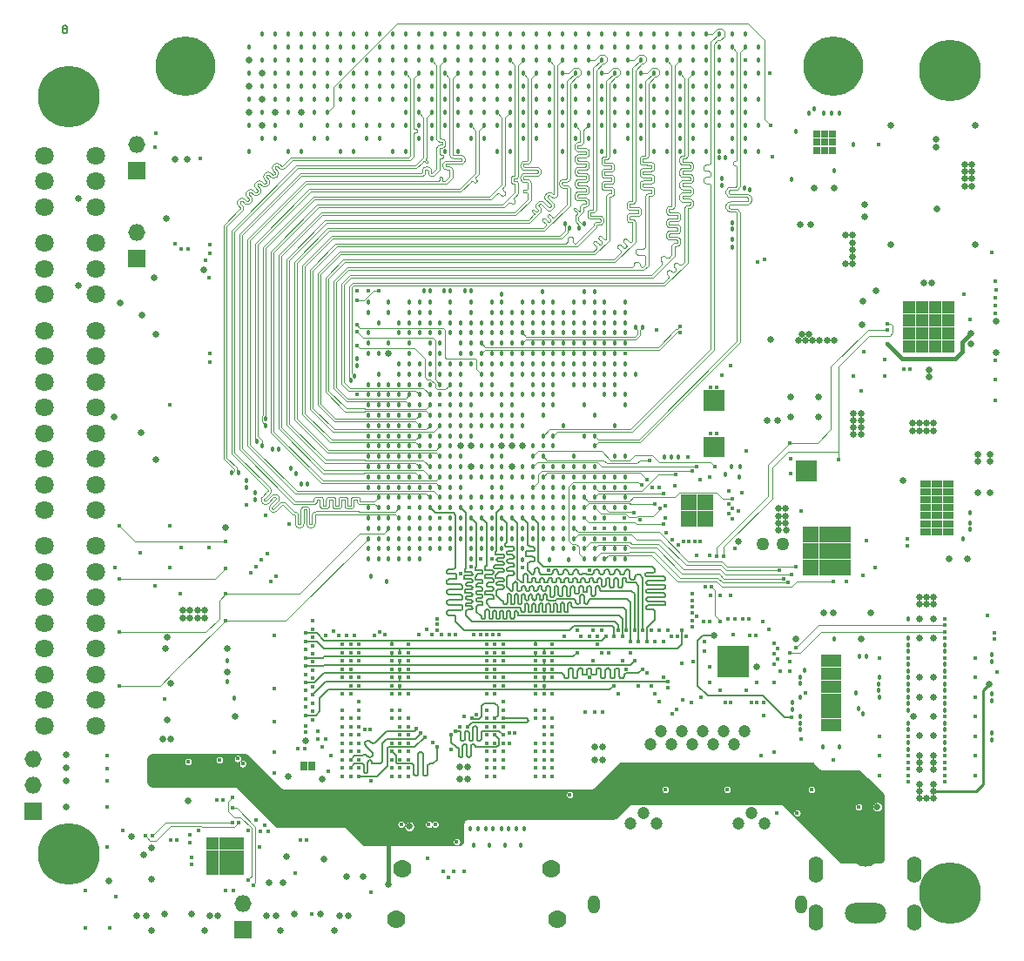
<source format=gbr>
G04 #@! TF.FileFunction,Copper,L8,Inr,Signal*
%FSLAX46Y46*%
G04 Gerber Fmt 4.6, Leading zero omitted, Abs format (unit mm)*
G04 Created by KiCad (PCBNEW 4.0.6) date Mon May 22 11:22:16 2017*
%MOMM*%
%LPD*%
G01*
G04 APERTURE LIST*
%ADD10C,0.101600*%
%ADD11C,0.127000*%
%ADD12R,1.600000X1.600000*%
%ADD13C,1.200000*%
%ADD14O,1.200000X1.800000*%
%ADD15C,1.778000*%
%ADD16R,1.651000X1.651000*%
%ADD17O,1.651000X1.651000*%
%ADD18R,0.750000X0.900000*%
%ADD19R,1.080000X0.780000*%
%ADD20R,1.287500X1.287500*%
%ADD21R,1.000000X1.250000*%
%ADD22R,1.250000X1.250000*%
%ADD23R,1.000000X1.000000*%
%ADD24R,1.500000X1.500000*%
%ADD25R,0.800000X0.800000*%
%ADD26C,5.800000*%
%ADD27C,1.800000*%
%ADD28C,3.000000*%
%ADD29O,1.400000X2.600000*%
%ADD30O,4.000000X2.000000*%
%ADD31C,6.000000*%
%ADD32C,0.635000*%
%ADD33C,0.406400*%
%ADD34C,0.457200*%
%ADD35C,1.270000*%
%ADD36C,0.254000*%
%ADD37C,0.381000*%
%ADD38C,0.165100*%
%ADD39C,0.088900*%
%ADD40C,0.106680*%
G04 APERTURE END LIST*
D10*
D11*
X34627429Y-31009286D02*
X34554857Y-30973000D01*
X34518572Y-30936714D01*
X34482286Y-30864143D01*
X34482286Y-30827857D01*
X34518572Y-30755286D01*
X34554857Y-30719000D01*
X34627429Y-30682714D01*
X34772572Y-30682714D01*
X34845143Y-30719000D01*
X34881429Y-30755286D01*
X34917714Y-30827857D01*
X34917714Y-30864143D01*
X34881429Y-30936714D01*
X34845143Y-30973000D01*
X34772572Y-31009286D01*
X34627429Y-31009286D01*
X34554857Y-31045571D01*
X34518572Y-31081857D01*
X34482286Y-31154429D01*
X34482286Y-31299571D01*
X34518572Y-31372143D01*
X34554857Y-31408429D01*
X34627429Y-31444714D01*
X34772572Y-31444714D01*
X34845143Y-31408429D01*
X34881429Y-31372143D01*
X34917714Y-31299571D01*
X34917714Y-31154429D01*
X34881429Y-31081857D01*
X34845143Y-31045571D01*
X34772572Y-31009286D01*
D12*
X95400000Y-78700000D03*
X97000000Y-78700000D03*
X95400000Y-77100000D03*
X97000000Y-77100000D03*
D13*
X91661000Y-100596000D03*
X93693000Y-100596000D03*
X95725000Y-100596000D03*
X97757000Y-100596000D03*
X99789000Y-100596000D03*
X92677000Y-99326000D03*
X94709000Y-99326000D03*
X96741000Y-99326000D03*
X98773000Y-99326000D03*
X100805000Y-99326000D03*
X89723000Y-108346000D03*
X90993000Y-107326000D03*
X92263000Y-108346000D03*
X100203000Y-108346000D03*
X101473000Y-107326000D03*
X102743000Y-108346000D03*
D14*
X86148000Y-116156000D03*
X106318000Y-116156000D03*
D15*
X67500000Y-112700000D03*
X82000000Y-112700000D03*
X82600000Y-117650000D03*
X66900000Y-117650000D03*
D16*
X31600000Y-107140000D03*
D17*
X31600000Y-104600000D03*
X31600000Y-102060000D03*
D16*
X52000000Y-118640000D03*
D17*
X52000000Y-116100000D03*
D16*
X41656000Y-44831000D03*
D17*
X41656000Y-42291000D03*
D16*
X41656000Y-53340000D03*
D17*
X41656000Y-50800000D03*
D18*
X57925000Y-102700000D03*
X58675000Y-102700000D03*
D19*
X120580000Y-79937000D03*
X119500000Y-79937000D03*
X118420000Y-79937000D03*
X120580000Y-79157000D03*
X120580000Y-78377000D03*
X120580000Y-77597000D03*
X120580000Y-76817000D03*
X120580000Y-76037000D03*
X120580000Y-75257000D03*
X119500000Y-75257000D03*
X119500000Y-76037000D03*
X119500000Y-76817000D03*
X119500000Y-77597000D03*
X119500000Y-78377000D03*
X119500000Y-79157000D03*
X118420000Y-79157000D03*
X118420000Y-78377000D03*
X118420000Y-77597000D03*
X118420000Y-76817000D03*
X118420000Y-76037000D03*
X118420000Y-75257000D03*
D20*
X120631250Y-61931250D03*
X119343750Y-61931250D03*
X118056250Y-61931250D03*
X116768750Y-61931250D03*
X120631250Y-60643750D03*
X119343750Y-60643750D03*
X118056250Y-60643750D03*
X116768750Y-60643750D03*
X120631250Y-59356250D03*
X119343750Y-59356250D03*
X118056250Y-59356250D03*
X116768750Y-59356250D03*
X120631250Y-58068750D03*
X119343750Y-58068750D03*
X118056250Y-58068750D03*
X116768750Y-58068750D03*
D21*
X109720000Y-97506000D03*
X109720000Y-96256000D03*
X109720000Y-98756000D03*
X108720000Y-98756000D03*
X108720000Y-97506000D03*
X108720000Y-96256000D03*
X108720000Y-95006000D03*
X108720000Y-93756000D03*
X108720000Y-92506000D03*
X109720000Y-92506000D03*
X109720000Y-93756000D03*
X109720000Y-95006000D03*
D22*
X49050000Y-110250000D03*
X49050000Y-112750000D03*
X51550000Y-110250000D03*
X50300000Y-112750000D03*
X49050000Y-111500000D03*
X50300000Y-111500000D03*
X51550000Y-111500000D03*
X50300000Y-110250000D03*
X51550000Y-112750000D03*
D23*
X98300000Y-66700000D03*
X98300000Y-67700000D03*
X97300000Y-67700000D03*
X97300000Y-66700000D03*
X98300000Y-71200000D03*
X98300000Y-72200000D03*
X97300000Y-72200000D03*
X97300000Y-71200000D03*
X106300000Y-73500000D03*
X107300000Y-73500000D03*
X107300000Y-74500000D03*
X106300000Y-74500000D03*
D12*
X108800000Y-81800000D03*
X110400000Y-81800000D03*
X110400000Y-83400000D03*
X108800000Y-83400000D03*
X107200000Y-83400000D03*
X107200000Y-81800000D03*
X107200000Y-80200000D03*
X108800000Y-80200000D03*
X110400000Y-80200000D03*
D24*
X98945000Y-93333000D03*
X98945000Y-91833000D03*
X100445000Y-91833000D03*
X100445000Y-93333000D03*
D25*
X109385000Y-42837000D03*
X108585000Y-42837000D03*
X107785000Y-42837000D03*
X107785000Y-42037000D03*
X108585000Y-42037000D03*
X109385000Y-42037000D03*
X109385000Y-41237000D03*
X108585000Y-41237000D03*
X107785000Y-41237000D03*
D26*
X46454300Y-34616700D03*
X109455700Y-34616700D03*
D27*
X32719000Y-67865000D03*
X32719000Y-65365000D03*
X32719000Y-62865000D03*
X32719000Y-60365000D03*
X32719000Y-70365000D03*
X32719000Y-72865000D03*
X32719000Y-75365000D03*
X32719000Y-77865000D03*
X37719000Y-60365000D03*
X37719000Y-62865000D03*
X37719000Y-65365000D03*
X37719000Y-67865000D03*
X37719000Y-70365000D03*
X37719000Y-72865000D03*
X37719000Y-75365000D03*
X37719000Y-77865000D03*
X32719000Y-88820000D03*
X32719000Y-86320000D03*
X32719000Y-83820000D03*
X32719000Y-81320000D03*
X32719000Y-91320000D03*
X32719000Y-93820000D03*
X32719000Y-96320000D03*
X32719000Y-98820000D03*
X37719000Y-81320000D03*
X37719000Y-83820000D03*
X37719000Y-86320000D03*
X37719000Y-88820000D03*
X37719000Y-91320000D03*
X37719000Y-93820000D03*
X37719000Y-96320000D03*
X37719000Y-98820000D03*
X32719000Y-56856000D03*
X32719000Y-54356000D03*
X32719000Y-51856000D03*
X37719000Y-51856000D03*
X37719000Y-54356000D03*
X37719000Y-56856000D03*
X32719000Y-48347000D03*
X32719000Y-45847000D03*
X32719000Y-43347000D03*
X37719000Y-43347000D03*
X37719000Y-45847000D03*
X37719000Y-48347000D03*
D28*
X112522000Y-110998000D03*
D29*
X107772000Y-117498000D03*
X107772000Y-112798000D03*
X117272000Y-117498000D03*
X117272000Y-112798000D03*
D30*
X112522000Y-116998000D03*
D31*
X120810000Y-115090000D03*
X35080000Y-111280000D03*
X120810000Y-35080000D03*
X35080000Y-37620000D03*
D32*
X44700000Y-90200000D03*
D33*
X64500000Y-104200000D03*
X99900000Y-81600004D03*
X113500000Y-83400000D03*
X101300002Y-90000000D03*
X48800000Y-52000000D03*
D32*
X119400000Y-41800000D03*
X119400000Y-42500000D03*
X112500000Y-48100000D03*
X112500000Y-49300000D03*
D33*
X112100000Y-66200000D03*
D32*
X112300000Y-57500000D03*
X113600000Y-56500000D03*
X124700000Y-72400000D03*
X124700000Y-73100000D03*
X123500000Y-73100000D03*
X123500000Y-72400000D03*
X112200000Y-59800000D03*
D33*
X112400000Y-62400000D03*
X114400000Y-64800000D03*
X114400000Y-63200000D03*
D32*
X108000000Y-68800000D03*
X105300000Y-66800000D03*
X108000000Y-66800000D03*
D33*
X124800000Y-52800000D03*
X125200000Y-67200000D03*
X125200000Y-57900000D03*
X125200000Y-57200000D03*
X125200000Y-55600000D03*
X125200000Y-65100000D03*
X125200000Y-63300000D03*
D32*
X125300000Y-62500000D03*
X125300000Y-59500000D03*
D33*
X107315000Y-105029000D03*
D32*
X36000000Y-47500000D03*
X36000000Y-56000000D03*
D33*
X43600000Y-41200000D03*
X125349000Y-93599000D03*
X120269000Y-94107000D03*
X123189079Y-94107556D03*
X120269000Y-96012000D03*
X123190000Y-96012000D03*
X123190000Y-97917000D03*
X120269000Y-97917000D03*
X123190000Y-99822000D03*
X120269000Y-99822000D03*
X123190000Y-101727000D03*
X120269000Y-101727000D03*
X116713000Y-101727000D03*
X113919000Y-101727000D03*
X116713000Y-99822000D03*
X113919000Y-99822000D03*
D32*
X117221000Y-97917000D03*
D34*
X116713000Y-96012000D03*
X113919000Y-96012000D03*
X116713000Y-94107000D03*
X113919000Y-94107000D03*
D33*
X125100000Y-89800000D03*
D32*
X45000000Y-94700000D03*
X50500000Y-93600000D03*
D33*
X72800000Y-110100000D03*
D32*
X68199984Y-108600000D03*
D33*
X70699998Y-108400000D03*
X71500000Y-113000000D03*
X36700000Y-118500000D03*
X39100000Y-118500000D03*
D32*
X34800000Y-106700000D03*
X34800000Y-104200000D03*
X34800000Y-102900000D03*
X51300000Y-97900000D03*
D33*
X57100000Y-113100000D03*
X38800000Y-110600000D03*
D32*
X43100000Y-110700000D03*
X39000000Y-113900000D03*
X43100000Y-113700000D03*
D33*
X40300000Y-109000000D03*
X49734776Y-102126117D03*
D32*
X44200000Y-100100000D03*
X45000000Y-100100000D03*
X56300000Y-111500000D03*
X47000000Y-117100000D03*
X50300000Y-79500000D03*
D33*
X43500000Y-85200000D03*
X45900000Y-86000000D03*
X48700000Y-81500000D03*
X42000000Y-82000000D03*
X46000000Y-81500000D03*
X44900000Y-67600000D03*
X44900000Y-79400000D03*
X48700000Y-55200002D03*
X48800000Y-62600000D03*
D32*
X43400006Y-55200000D03*
X46600000Y-43700000D03*
D34*
X94400000Y-72700000D03*
D33*
X109400000Y-102100000D03*
X103700000Y-101400000D03*
X103900000Y-107300000D03*
X99100000Y-105000000D03*
X106300000Y-100100000D03*
D32*
X123200000Y-40400000D03*
X115000000Y-40400000D03*
X123200000Y-52000000D03*
X115000000Y-52000000D03*
X119500000Y-48500000D03*
X113700000Y-106700000D03*
X106200000Y-50100000D03*
X107200000Y-50100000D03*
X105300000Y-68800000D03*
X73900000Y-104000000D03*
X73100000Y-104000000D03*
D33*
X72300000Y-101100000D03*
X87000000Y-97500000D03*
X86200000Y-97500000D03*
D32*
X86200000Y-102100000D03*
X87000000Y-102100000D03*
D33*
X60600000Y-101700000D03*
X55100000Y-95200000D03*
X55100000Y-90000000D03*
X55100000Y-98400000D03*
X59300000Y-100100000D03*
D32*
X55900000Y-114100000D03*
X54600000Y-114100000D03*
D33*
X64500000Y-115000000D03*
D32*
X62100000Y-113500000D03*
X59600000Y-117100000D03*
D34*
X93000000Y-72700000D03*
X93700000Y-72700000D03*
D32*
X105800000Y-90400000D03*
X108500000Y-87800000D03*
X109400000Y-87800000D03*
X112100000Y-90400000D03*
X113100000Y-87800000D03*
D33*
X93800000Y-80700000D03*
X52400000Y-77300000D03*
D34*
X75200000Y-66600000D03*
X79200000Y-77600000D03*
X73200000Y-74600000D03*
D32*
X74200000Y-73600000D03*
X74200000Y-71600000D03*
D34*
X65200000Y-62600000D03*
X66200000Y-61600000D03*
D33*
X62500000Y-98900000D03*
D32*
X78200000Y-73600000D03*
D34*
X77200000Y-74600000D03*
D32*
X78200000Y-71600000D03*
D34*
X71200000Y-61600000D03*
X75200000Y-69600000D03*
X88200000Y-72600000D03*
X76200000Y-69600000D03*
X78200000Y-69600000D03*
X77200000Y-70600000D03*
X80200000Y-71600000D03*
D33*
X106300004Y-77900000D03*
D34*
X79000000Y-110400000D03*
X77500000Y-110400000D03*
X76000000Y-110400000D03*
X74500000Y-110400000D03*
D33*
X100200000Y-77900000D03*
X112300000Y-84200000D03*
X93300000Y-95100000D03*
X104267000Y-93472000D03*
X94742000Y-96266000D03*
X102616000Y-97790000D03*
X95631000Y-96520000D03*
X98425000Y-86106000D03*
D34*
X66200000Y-78600000D03*
X64200000Y-82600000D03*
X67200000Y-81600000D03*
X82200000Y-76600000D03*
X89200000Y-77600000D03*
X86200000Y-78600000D03*
X87200000Y-81600000D03*
X72200000Y-76600000D03*
D33*
X87600006Y-91700000D03*
X70200000Y-80600000D03*
D34*
X73200000Y-79600000D03*
X76200000Y-78600000D03*
X74200000Y-82600000D03*
X77200000Y-81600000D03*
X83200000Y-79600000D03*
X80200000Y-80600000D03*
X83700000Y-82700000D03*
D33*
X75700000Y-97300000D03*
X82100000Y-90900000D03*
X82100000Y-92500000D03*
X82100000Y-94100000D03*
X75700000Y-90900000D03*
X75700000Y-92500000D03*
X75700000Y-94100000D03*
X81300000Y-97300000D03*
X82100000Y-98900000D03*
X82100000Y-100500000D03*
X81300000Y-100500000D03*
X82100000Y-101300000D03*
X80500000Y-102900000D03*
X82100000Y-102900000D03*
X75700000Y-103700000D03*
X75700000Y-102900000D03*
X76500000Y-101300000D03*
X76500000Y-100500000D03*
X75700000Y-99700000D03*
X76500000Y-98900000D03*
X75700000Y-98900000D03*
X61700000Y-97300000D03*
X68100000Y-90900000D03*
X68100000Y-92500000D03*
X68100000Y-94100000D03*
X67300000Y-97300000D03*
X66500000Y-102900000D03*
X68100000Y-101300000D03*
X67300000Y-100500000D03*
X68100000Y-100500000D03*
X68100000Y-98900000D03*
X68100000Y-102900000D03*
X61700000Y-90900000D03*
X61700000Y-92500000D03*
X61700000Y-94100000D03*
X61700000Y-98900000D03*
X61700000Y-99700000D03*
X61700000Y-103700000D03*
X61700000Y-102900000D03*
X62500000Y-100500000D03*
X62500000Y-101300000D03*
D34*
X60198000Y-41656000D03*
X76200000Y-75600000D03*
X85200000Y-75600000D03*
X88200000Y-74600000D03*
X72200000Y-73600000D03*
X76200000Y-73600000D03*
X81200000Y-73600000D03*
X84200000Y-72600000D03*
X77200000Y-72600000D03*
X73200000Y-72600000D03*
X72200000Y-71600000D03*
X76200000Y-71600000D03*
X73200000Y-70600000D03*
X72200000Y-69600000D03*
X74200000Y-69600000D03*
X83200000Y-69600000D03*
X86200000Y-68600000D03*
X79200000Y-68600000D03*
X77200000Y-68600000D03*
X75200000Y-68600000D03*
X73200000Y-68600000D03*
X78200000Y-67600000D03*
X74200000Y-67600000D03*
X67200000Y-59600000D03*
X69200000Y-59600000D03*
X71200000Y-59600000D03*
X65200000Y-59600000D03*
X64200000Y-57600000D03*
X66200000Y-57600000D03*
X68200000Y-57600000D03*
X70200000Y-57600000D03*
X72200000Y-57600000D03*
X89200000Y-67600000D03*
X73200000Y-59600000D03*
X75200000Y-59600000D03*
X74200000Y-57600000D03*
X76199718Y-57600000D03*
X76200000Y-58600000D03*
X76199718Y-59600000D03*
X76199718Y-60600000D03*
X76200000Y-61600000D03*
X74200000Y-61600000D03*
X70200000Y-61600000D03*
X68200000Y-61600000D03*
X64200000Y-61600000D03*
X70200000Y-64600000D03*
X67200000Y-63600000D03*
X69200000Y-63600000D03*
X70200000Y-63600000D03*
X71200000Y-63600000D03*
X72200000Y-63600000D03*
X73200000Y-63600000D03*
X75200000Y-63600000D03*
X73200000Y-66600000D03*
X76200000Y-65600000D03*
X82200000Y-66600000D03*
X77200000Y-66600000D03*
X79200000Y-66600000D03*
X78200000Y-65600000D03*
X85200000Y-65600000D03*
X76200000Y-63600000D03*
X76200000Y-62600000D03*
X81200000Y-63600000D03*
X88200000Y-64600000D03*
X87200000Y-61600000D03*
X84200000Y-62600000D03*
X77200000Y-61600000D03*
X80200000Y-60600000D03*
X83200000Y-59600000D03*
X86200000Y-58600000D03*
X89200000Y-57600000D03*
X79200000Y-57600000D03*
X70200000Y-65600000D03*
X69200000Y-65600000D03*
X68200000Y-65600000D03*
X67200000Y-65600000D03*
X66200000Y-65600000D03*
X65200000Y-65600000D03*
X64200000Y-65600000D03*
X68200000Y-74600000D03*
X69200000Y-77600000D03*
X65200000Y-75600000D03*
X70200000Y-70600000D03*
X64200000Y-72600000D03*
X67200000Y-71600000D03*
X69200000Y-67600000D03*
X66200000Y-68600000D03*
X98298000Y-40386000D03*
X86868000Y-42926000D03*
X88138000Y-42926000D03*
X61468000Y-42926000D03*
X93218000Y-32766000D03*
X53848000Y-31496000D03*
X57658000Y-31496000D03*
X61468000Y-31496000D03*
X65278000Y-31496000D03*
X69088000Y-31496000D03*
X72898000Y-31496000D03*
X76708000Y-31496000D03*
X80518000Y-31496000D03*
X84328000Y-31496000D03*
X88138000Y-31496000D03*
X91948000Y-31496000D03*
X95758000Y-31496000D03*
X52578000Y-42926000D03*
X56388000Y-42926000D03*
X57658000Y-42926000D03*
X62738000Y-42926000D03*
X66548000Y-42926000D03*
X67818000Y-42926000D03*
X71628000Y-42926000D03*
X72898000Y-42926000D03*
X76708000Y-42926000D03*
X77978000Y-42926000D03*
X83058000Y-42926000D03*
X91948000Y-42926000D03*
X93218000Y-42926000D03*
X97028000Y-42926000D03*
X98298000Y-42926000D03*
X102108000Y-42926000D03*
X100838000Y-41656000D03*
X99568000Y-41656000D03*
X95758000Y-41656000D03*
X94488000Y-41656000D03*
X90678000Y-41656000D03*
X89408000Y-41656000D03*
X85598000Y-41656000D03*
X84328000Y-41656000D03*
X80518000Y-41656000D03*
X79248000Y-41656000D03*
X75438000Y-41656000D03*
X74168000Y-41656000D03*
X70358000Y-41656000D03*
X69088000Y-41656000D03*
X65278000Y-41656000D03*
X64008000Y-41656000D03*
X58928000Y-41656000D03*
X55118000Y-41656000D03*
X53848000Y-41656000D03*
X52578000Y-40386000D03*
X55118000Y-40386000D03*
X57658000Y-40386000D03*
X60198000Y-40386000D03*
X61468000Y-40386000D03*
X62738000Y-40386000D03*
X66548000Y-40386000D03*
X67818000Y-40386000D03*
X71628000Y-40386000D03*
X72898000Y-40386000D03*
X76708000Y-40386000D03*
X77978000Y-40386000D03*
X81788000Y-40386000D03*
X83058000Y-40386000D03*
X86868000Y-40386000D03*
X88138000Y-40386000D03*
X91948000Y-40386000D03*
X93218000Y-40386000D03*
X97028000Y-40386000D03*
X102108000Y-40386000D03*
X100838000Y-39116000D03*
X99568000Y-39116000D03*
X95758000Y-39116000D03*
X94488000Y-39116000D03*
X90678000Y-39116000D03*
X86868000Y-39116000D03*
X83058000Y-39116000D03*
X79248000Y-39116000D03*
X75438000Y-39116000D03*
X71628000Y-39116000D03*
X67818000Y-39116000D03*
X58928000Y-39116000D03*
X56388000Y-39116000D03*
X53848000Y-39116000D03*
X52578000Y-37846000D03*
X55118000Y-37846000D03*
X58928000Y-37846000D03*
X62738000Y-37846000D03*
X66548000Y-37846000D03*
X70358000Y-37846000D03*
X74168000Y-37846000D03*
X77978000Y-37846000D03*
X81788000Y-37846000D03*
X85598000Y-37846000D03*
X89408000Y-37846000D03*
X93218000Y-37846000D03*
X97028000Y-37846000D03*
X98298000Y-37846000D03*
X102108000Y-37846000D03*
X100838000Y-36576000D03*
X99568000Y-36576000D03*
X95758000Y-36576000D03*
X84328000Y-36576000D03*
X80518000Y-36576000D03*
X76708000Y-36576000D03*
X72898000Y-36576000D03*
X69088000Y-36576000D03*
X65278000Y-36576000D03*
X61468000Y-36576000D03*
X57658000Y-36576000D03*
X53848000Y-36576000D03*
X52578000Y-35306000D03*
X55118000Y-35306000D03*
X58928000Y-35306000D03*
X62738000Y-35306000D03*
X66548000Y-35306000D03*
X70358000Y-35306000D03*
X74168000Y-35306000D03*
X77978000Y-35306000D03*
X81788000Y-35306000D03*
X85598000Y-35306000D03*
X89408000Y-35306000D03*
X93218000Y-35306000D03*
X88138000Y-36576000D03*
X91948000Y-36576000D03*
X97028000Y-35306000D03*
X98298000Y-35306000D03*
X102108000Y-35306000D03*
X99568000Y-34036000D03*
X95758000Y-34036000D03*
X91948000Y-34036000D03*
X88138000Y-34036000D03*
X84328000Y-34036000D03*
X80518000Y-34036000D03*
X76708000Y-34036000D03*
X72898000Y-34036000D03*
X69088000Y-34036000D03*
X65278000Y-34036000D03*
X61468000Y-34036000D03*
X57658000Y-34036000D03*
X53848000Y-34036000D03*
X52578000Y-32766000D03*
X55118000Y-32766000D03*
X58928000Y-32766000D03*
X62738000Y-32766000D03*
X66548000Y-32766000D03*
X70358000Y-32766000D03*
X74168000Y-32766000D03*
X77978000Y-32766000D03*
X81788000Y-32766000D03*
X85598000Y-32766000D03*
X89408000Y-32766000D03*
X97028000Y-32766000D03*
X98298000Y-32766000D03*
X102108000Y-32766000D03*
X100838000Y-31496000D03*
X99568000Y-31496000D03*
X77200000Y-69600000D03*
D32*
X44600000Y-49500000D03*
X42400000Y-111400000D03*
X112100000Y-68400000D03*
X111400000Y-68400000D03*
X112100000Y-70500000D03*
X112100000Y-69800000D03*
X112100000Y-69100000D03*
X111400000Y-70500000D03*
X111400000Y-69800000D03*
X111400000Y-69100000D03*
D33*
X122100000Y-56800000D03*
D32*
X73900000Y-102800000D03*
X73100000Y-102800000D03*
X86200000Y-100900000D03*
X87000000Y-100900000D03*
D33*
X57400000Y-101000000D03*
D34*
X74200000Y-77600000D03*
X77200000Y-76600000D03*
D33*
X71200000Y-78600000D03*
D34*
X75200000Y-80600000D03*
X81200000Y-78600000D03*
X78200000Y-79600000D03*
X72200000Y-81600000D03*
X79200000Y-82700000D03*
X82200000Y-81600000D03*
D33*
X76500000Y-95700000D03*
X82100000Y-91700000D03*
X82100000Y-93300000D03*
X81300000Y-95700000D03*
X75700000Y-91700000D03*
X75700000Y-93300000D03*
X81300000Y-98100000D03*
X82100000Y-99700000D03*
X81300000Y-101300000D03*
X82100000Y-102100000D03*
X81300000Y-102900000D03*
X82100000Y-103700000D03*
X76500000Y-103700000D03*
X75700000Y-102100000D03*
X75700000Y-101300000D03*
X75700000Y-100500000D03*
X77300000Y-98900000D03*
X75700000Y-98100000D03*
X62500000Y-95700000D03*
X68100000Y-91700000D03*
X68100000Y-93300000D03*
X67300000Y-95700000D03*
X67300000Y-101300000D03*
X68100000Y-99700000D03*
X67300000Y-98100000D03*
X67300000Y-102900000D03*
X68100000Y-102100000D03*
X68100000Y-103700000D03*
X61700000Y-91700000D03*
X61700000Y-93300000D03*
X63300000Y-98900000D03*
X62500000Y-103700000D03*
X61700000Y-102100000D03*
X61700000Y-98100000D03*
X61700000Y-101300000D03*
X61700000Y-100500000D03*
D32*
X58100000Y-100300000D03*
D33*
X60300000Y-103200000D03*
X76500000Y-94100000D03*
X82100000Y-98100000D03*
X68100000Y-98100000D03*
X62500000Y-94100000D03*
D34*
X78200000Y-77600000D03*
X80200000Y-77600000D03*
D32*
X124700000Y-76100000D03*
X123500000Y-76100000D03*
X122500000Y-82600000D03*
X120700000Y-82600000D03*
X119200004Y-105900004D03*
X119200000Y-105200000D03*
X119200000Y-104500000D03*
X119200004Y-103100000D03*
X119200000Y-102400000D03*
X119200000Y-101700000D03*
X119200002Y-99800000D03*
X119200000Y-97900000D03*
X119200000Y-96000000D03*
X119200000Y-94100000D03*
X119200000Y-90300000D03*
X119199996Y-88400000D03*
X119200000Y-87000000D03*
X119200000Y-86300000D03*
X118500000Y-86300000D03*
X117800000Y-86300000D03*
X118500000Y-87000000D03*
X117800000Y-87000000D03*
X118500000Y-105900018D03*
X117800000Y-105900000D03*
X117800000Y-105200000D03*
X117800000Y-104500000D03*
X117800000Y-103100000D03*
X117800000Y-102400000D03*
X117800000Y-101700000D03*
X117800000Y-99800000D03*
X117800000Y-88400000D03*
X117800000Y-90300000D03*
X117800000Y-94100000D03*
X117800000Y-96000000D03*
X118700000Y-64900000D03*
X118700000Y-64200000D03*
X119000000Y-55700000D03*
X118200000Y-55700000D03*
X122800004Y-61700000D03*
X124587000Y-94742006D03*
D33*
X72000000Y-110100000D03*
D32*
X69200004Y-108600000D03*
X44200000Y-103500000D03*
X45000000Y-103500000D03*
D33*
X93100000Y-103300000D03*
D32*
X66200000Y-114200000D03*
D33*
X116586000Y-81280000D03*
D34*
X122700000Y-78100000D03*
D32*
X59700000Y-104000000D03*
X100200000Y-80900000D03*
X122900000Y-46300000D03*
X122900000Y-45600000D03*
X122900000Y-44900000D03*
X122900000Y-44200000D03*
X122200000Y-44200000D03*
X122200000Y-44900000D03*
X122200000Y-45600000D03*
X122200000Y-46300000D03*
D33*
X98600000Y-64700000D03*
X112649000Y-80772000D03*
X124400000Y-88100000D03*
D32*
X46700000Y-106100000D03*
X44500000Y-91300000D03*
X44700000Y-98200000D03*
X48200000Y-54500000D03*
X34800000Y-101600000D03*
X41200000Y-109600000D03*
D33*
X53600000Y-110600000D03*
X44900000Y-83408802D03*
X39600000Y-83400000D03*
D32*
X45400000Y-43700000D03*
D33*
X105900000Y-107300000D03*
X103649802Y-92837000D03*
D34*
X109500000Y-90392800D03*
X106600000Y-93400000D03*
X106200000Y-96000000D03*
X106200000Y-97900000D03*
X108400000Y-100900000D03*
X110000000Y-100900000D03*
D33*
X98100000Y-65895182D03*
X98100000Y-70395180D03*
X50300000Y-114800000D03*
X58000000Y-101000000D03*
D32*
X56400000Y-103700000D03*
D33*
X92200000Y-60300000D03*
X105300000Y-72800000D03*
X96500000Y-80900000D03*
X96000000Y-80900000D03*
X110700000Y-84800000D03*
X94700000Y-92700000D03*
D34*
X109474000Y-44831000D03*
X111378996Y-42291000D03*
X89200000Y-82600000D03*
X88200000Y-79600000D03*
X85200000Y-80600000D03*
X72200000Y-70600000D03*
X72200000Y-68600000D03*
X111633000Y-95631000D03*
X73200000Y-64600000D03*
X72200000Y-64600000D03*
X71200000Y-64600000D03*
X74200000Y-63600000D03*
X62738000Y-39116000D03*
D32*
X57658000Y-39116000D03*
X55118000Y-39116000D03*
X53848000Y-40386000D03*
X52578000Y-39116000D03*
X116205000Y-74930000D03*
X103300000Y-61200000D03*
X103000000Y-69100000D03*
X104000000Y-69100000D03*
D35*
X104500000Y-81100000D03*
X102600000Y-81100002D03*
D32*
X104800000Y-77700000D03*
X104800000Y-78400000D03*
X104800000Y-79100000D03*
X104817400Y-79800000D03*
X104100000Y-79800000D03*
X104100000Y-79100000D03*
X104100000Y-78400000D03*
X104100000Y-77700000D03*
X73200000Y-71600000D03*
X66200000Y-62600000D03*
X79200000Y-71600000D03*
X77200000Y-71600000D03*
D34*
X76200000Y-68600000D03*
X79200000Y-73600000D03*
X80200000Y-66600000D03*
X76200000Y-74600000D03*
X74200000Y-74600000D03*
X73200000Y-73600000D03*
X75200000Y-73600000D03*
X77200000Y-73600000D03*
X76200000Y-72600000D03*
X72200000Y-72600000D03*
X75200000Y-71600000D03*
X74200000Y-70600000D03*
X73200000Y-69600000D03*
X79200000Y-69600000D03*
X78200000Y-68600000D03*
X74200000Y-68600000D03*
X77200000Y-67600000D03*
X73200000Y-67600000D03*
X69200000Y-60600000D03*
X73200000Y-60600000D03*
X75200000Y-60600000D03*
X68200000Y-62600000D03*
X70200000Y-62600000D03*
X74200000Y-62600000D03*
X69200000Y-64600000D03*
X65200000Y-64600000D03*
X67200000Y-64600000D03*
D33*
X96900000Y-90600000D03*
X97400000Y-94600000D03*
X101900000Y-90000000D03*
X99700000Y-89900000D03*
D32*
X117100000Y-69400000D03*
X117800000Y-69400000D03*
X118500000Y-69400000D03*
X117100000Y-70100000D03*
X117800000Y-70100000D03*
X118500000Y-70100000D03*
X119200000Y-69400000D03*
X119200000Y-70100000D03*
D34*
X64200000Y-60600000D03*
D32*
X101981000Y-93091000D03*
D33*
X101981000Y-94615000D03*
D34*
X64200000Y-58600000D03*
X71200000Y-60600000D03*
X67200000Y-60600000D03*
X70200000Y-58600000D03*
X68200000Y-58600000D03*
X66200000Y-58600000D03*
X72200000Y-58600000D03*
X74200000Y-58600000D03*
X64200000Y-62600000D03*
X68200000Y-63600000D03*
D33*
X105400000Y-98000000D03*
X105300000Y-74300000D03*
X101000000Y-72100000D03*
D32*
X110600000Y-51100000D03*
X111300000Y-51100000D03*
X111300000Y-51800000D03*
X111300000Y-52500000D03*
X111300000Y-53200000D03*
X111300000Y-53900000D03*
X110600000Y-53900000D03*
D33*
X116900000Y-64100000D03*
D34*
X75200000Y-74600000D03*
X79200000Y-74600000D03*
X75200000Y-65600000D03*
X76200000Y-64600000D03*
X71200000Y-62600000D03*
D33*
X99400000Y-86100000D03*
X100500006Y-76100000D03*
X99300000Y-78200000D03*
X99300000Y-76000000D03*
X99300000Y-77200000D03*
X94000000Y-75500000D03*
X93100000Y-77400000D03*
X93100000Y-78600000D03*
D32*
X97790000Y-89997898D03*
D34*
X107600000Y-38800000D03*
X87200000Y-76600000D03*
X84200000Y-77600000D03*
X73200000Y-75600000D03*
X77200000Y-75600000D03*
X83200000Y-74600000D03*
X80200000Y-74600000D03*
X86200000Y-73600000D03*
X72200000Y-66600000D03*
X73200000Y-65600000D03*
X74200000Y-66600000D03*
X76200000Y-66600000D03*
X78200000Y-66600000D03*
X78200000Y-70600000D03*
D33*
X55100000Y-103400000D03*
D32*
X48300000Y-87600000D03*
X47600000Y-87600000D03*
X46900000Y-87600000D03*
X46200000Y-87600000D03*
X46200000Y-88300000D03*
X48300000Y-88300000D03*
X47600000Y-88300000D03*
X46900000Y-88300000D03*
X50500000Y-91300000D03*
D34*
X65200000Y-80600000D03*
X68200000Y-79600000D03*
X69200000Y-82600000D03*
X70200000Y-75600000D03*
X64200000Y-77600000D03*
X67200000Y-76600000D03*
X69200000Y-72600000D03*
X66200000Y-73600000D03*
X65200000Y-70600000D03*
X68200000Y-69600000D03*
X67200000Y-66600000D03*
X64200000Y-67600000D03*
D32*
X53848000Y-35306000D03*
X53848000Y-37846000D03*
X52578000Y-36576000D03*
X52578000Y-34036000D03*
D33*
X125200000Y-58700000D03*
X114700000Y-61700000D03*
D32*
X122800000Y-60677697D03*
D34*
X69200000Y-58600000D03*
X105410000Y-97231200D03*
X69200000Y-57600000D03*
X105410000Y-96570800D03*
D32*
X44400000Y-117100000D03*
X107100000Y-60700000D03*
X106400000Y-60700000D03*
X109500004Y-61300000D03*
X108800000Y-61300000D03*
X108100000Y-61300000D03*
X107400000Y-61300000D03*
X106700000Y-61300000D03*
X106000002Y-61300000D03*
D33*
X97500000Y-65895188D03*
X97506444Y-70395183D03*
X89200000Y-62600000D03*
D34*
X85200000Y-67600000D03*
X89200000Y-72600000D03*
X82200000Y-71600000D03*
X85200000Y-70600000D03*
X88200000Y-69600000D03*
X81200000Y-68600000D03*
X87200000Y-66600000D03*
X80200000Y-65600000D03*
X83200000Y-64600000D03*
X79200000Y-62600000D03*
X86200000Y-63600000D03*
X82200000Y-61600000D03*
X85200000Y-60600000D03*
X81200000Y-58600000D03*
X88200000Y-59600000D03*
X84200000Y-57600000D03*
X78200000Y-59600000D03*
X82200000Y-74600000D03*
D32*
X57000000Y-117100000D03*
D33*
X96100000Y-82200000D03*
X96520000Y-96012000D03*
X102616000Y-96520000D03*
X98425000Y-95377000D03*
X100965000Y-95377000D03*
X97409000Y-93091000D03*
D34*
X98298000Y-43561000D03*
X97028000Y-39116000D03*
D33*
X94550000Y-60000000D03*
D34*
X75200000Y-61600000D03*
X98933000Y-43561000D03*
X98298000Y-39116000D03*
X75200000Y-62600000D03*
D33*
X94550000Y-60600000D03*
X68200000Y-77600000D03*
X73500000Y-113000000D03*
D34*
X64200000Y-75600000D03*
X102108000Y-34036000D03*
D33*
X114700000Y-60300000D03*
X105200000Y-71300000D03*
X98100000Y-82300000D03*
X72000000Y-113600000D03*
X43200000Y-109500000D03*
X51500000Y-102000000D03*
X51000000Y-108200000D03*
D34*
X88200000Y-81600000D03*
D33*
X114700000Y-59700000D03*
X109900000Y-72900000D03*
X98800000Y-82300000D03*
X72500000Y-113000002D03*
X42500000Y-109500000D03*
X52000000Y-102500000D03*
X51600000Y-108200000D03*
D34*
X89200000Y-79600000D03*
D33*
X99400000Y-63800000D03*
X89096756Y-78603244D03*
D34*
X60198000Y-39116000D03*
D33*
X103300000Y-40400000D03*
X99600000Y-78700000D03*
X90800000Y-75400000D03*
D34*
X85200000Y-82600000D03*
D33*
X97400000Y-82200000D03*
X58700000Y-117100000D03*
X95758000Y-92583006D03*
X97000000Y-85300000D03*
D34*
X85200000Y-79600000D03*
D32*
X49600000Y-117300000D03*
X48800000Y-117300000D03*
X48300000Y-118700000D03*
X43100000Y-118700000D03*
X41700000Y-117300000D03*
X42600000Y-117300000D03*
X63700000Y-113500000D03*
X55200000Y-117300000D03*
X54300000Y-117300000D03*
X55700000Y-118700000D03*
X60899986Y-118700000D03*
X61400000Y-117300000D03*
X62300000Y-117300000D03*
D33*
X116713000Y-104267000D03*
X123190000Y-103632000D03*
X120269000Y-103632000D03*
X113919000Y-103632000D03*
X116713000Y-103632000D03*
X116713000Y-102997000D03*
X116713000Y-102362000D03*
D34*
X120269000Y-101092000D03*
X116713000Y-101092000D03*
X120269000Y-100457000D03*
X116713000Y-100457000D03*
X112268000Y-97663000D03*
X111887000Y-97155000D03*
X120269000Y-97282000D03*
X116713000Y-97282000D03*
X120269000Y-96647000D03*
X116713000Y-96647000D03*
X113871798Y-95377000D03*
X113871776Y-94742000D03*
X120269000Y-93472000D03*
X116713000Y-93472000D03*
X120269000Y-92837000D03*
X116713000Y-92837000D03*
X112606278Y-92067004D03*
X111945878Y-92067004D03*
X116713000Y-90297000D03*
X116713000Y-88392000D03*
D33*
X120269000Y-102997000D03*
X120269000Y-104267000D03*
X120269000Y-102362000D03*
X120269000Y-90297000D03*
D34*
X120269000Y-90932000D03*
X116713000Y-90932000D03*
D33*
X105800000Y-91200000D03*
X102100000Y-53700000D03*
X120269000Y-89026998D03*
X100838000Y-34036000D03*
X91800000Y-75600000D03*
D34*
X65278000Y-40386000D03*
D33*
X86200000Y-79600000D03*
X120269000Y-88391992D03*
X105200000Y-91700000D03*
X102752255Y-53431700D03*
X120269000Y-89662015D03*
X103251000Y-35306000D03*
X92500000Y-75600000D03*
D34*
X64008000Y-40386000D03*
D33*
X87200000Y-80600000D03*
D34*
X120269000Y-98552000D03*
X116713000Y-98552000D03*
X124841000Y-99491800D03*
X124841000Y-100152200D03*
X120269000Y-99187000D03*
X116713000Y-99187000D03*
X124841000Y-96342200D03*
X120269000Y-94742000D03*
X116713000Y-94742000D03*
X120269000Y-95377000D03*
X116713000Y-95377000D03*
X124841000Y-95681800D03*
X124841000Y-92532200D03*
X124841000Y-91871800D03*
X120269000Y-91567000D03*
X116713000Y-91567000D03*
D33*
X70000000Y-111700000D03*
D34*
X68200000Y-82600000D03*
X79355600Y-108800000D03*
X74144400Y-108800000D03*
X69200000Y-79600000D03*
X74855600Y-108800000D03*
X69200000Y-78600000D03*
X68200000Y-80600000D03*
X75644400Y-108800000D03*
X69200000Y-80600000D03*
X76355600Y-108800000D03*
X68200000Y-81600000D03*
X77144400Y-108800000D03*
X69200000Y-81600000D03*
X77855600Y-108800000D03*
X67200000Y-82600000D03*
X78644400Y-108800000D03*
D33*
X125300000Y-56400000D03*
X122700000Y-59300000D03*
X93200000Y-80000000D03*
X87200000Y-79600000D03*
D34*
X99600000Y-49900000D03*
X100838000Y-42926000D03*
X71600000Y-56500000D03*
X72200000Y-60600000D03*
X100838000Y-37846000D03*
X87200000Y-64600000D03*
X99600000Y-50500000D03*
X72200000Y-56500000D03*
X72200000Y-59600000D03*
X99568000Y-42926000D03*
X99568000Y-37846000D03*
X87200000Y-63600000D03*
X86200000Y-62600000D03*
X98298000Y-36576000D03*
X87200000Y-62600000D03*
X97028000Y-36576000D03*
X99600000Y-51500000D03*
X73600000Y-56500000D03*
X74200000Y-60600000D03*
X95758000Y-40386000D03*
X100800000Y-46500000D03*
X95758000Y-42926000D03*
X69600000Y-56500000D03*
X70200000Y-60600000D03*
X95758000Y-37846000D03*
X81200000Y-67600000D03*
X62900000Y-64800000D03*
X67200000Y-68600000D03*
X95758000Y-35306000D03*
X95758000Y-32766000D03*
X83200000Y-60600000D03*
X99600000Y-52300000D03*
X74200000Y-56500000D03*
X74200000Y-59600000D03*
X94488000Y-40386000D03*
X101318835Y-46707534D03*
X94488000Y-42926000D03*
X70200000Y-56500000D03*
X70200000Y-59600000D03*
X94488000Y-37846000D03*
X82200000Y-67600000D03*
X94488000Y-36576000D03*
X85200000Y-57600000D03*
X62500000Y-65200000D03*
X66200000Y-67600000D03*
X94488000Y-35306000D03*
X94488000Y-34036000D03*
X70200000Y-66600000D03*
X94488000Y-32766000D03*
X84200000Y-60600000D03*
X94488000Y-31496000D03*
X83200000Y-58600000D03*
X63098350Y-63119000D03*
X67200000Y-69600000D03*
X93218000Y-39116000D03*
X93218000Y-36576000D03*
X85200000Y-56600000D03*
X93218000Y-34036000D03*
X69200000Y-66600000D03*
X93218000Y-31496000D03*
X84200000Y-58600000D03*
X63098350Y-63754000D03*
X66200000Y-69600000D03*
X91948000Y-39116000D03*
X91948000Y-37846000D03*
X88200000Y-66600000D03*
X91948000Y-35306000D03*
X68200000Y-67600000D03*
X91948000Y-32766000D03*
X81200000Y-64600000D03*
X90678000Y-40386000D03*
X65200000Y-66600000D03*
X90678000Y-37846000D03*
X89200000Y-66600000D03*
X87200000Y-65600000D03*
X90678000Y-36576000D03*
X90678000Y-35306000D03*
X68200000Y-66600000D03*
X90678000Y-34036000D03*
X70200000Y-68600000D03*
X90678000Y-32766000D03*
X82200000Y-64600000D03*
X90678000Y-31496000D03*
X86200000Y-65600000D03*
X89408000Y-40386000D03*
X66200000Y-66600000D03*
X89408000Y-39116000D03*
X65200000Y-67600000D03*
X88200000Y-65600000D03*
X89408000Y-36576000D03*
X89408000Y-34036000D03*
X70200000Y-67600000D03*
X89408000Y-31496000D03*
X86200000Y-64600000D03*
X88138000Y-39116000D03*
X64200000Y-66600000D03*
X81200000Y-66600000D03*
X88138000Y-37846000D03*
X88138000Y-35306000D03*
X69200000Y-69600000D03*
X84200000Y-65600000D03*
X88138000Y-32766000D03*
X81200000Y-65600000D03*
X86868000Y-37846000D03*
X90200000Y-64600000D03*
X86868000Y-36576000D03*
X86868000Y-35306000D03*
X69200000Y-68600000D03*
X86868000Y-34036000D03*
X71200000Y-69600000D03*
X85200000Y-64600000D03*
X86868000Y-32766000D03*
X86868000Y-31496000D03*
X88200000Y-63600000D03*
X83347780Y-49946780D03*
X85181220Y-49946780D03*
X85598000Y-40386000D03*
X69200000Y-71600000D03*
X85598000Y-39116000D03*
X68200000Y-68600000D03*
X89200000Y-64600000D03*
X85598000Y-36576000D03*
X85598000Y-34036000D03*
X70200000Y-69600000D03*
X89200000Y-63600000D03*
X85598000Y-31496000D03*
X83784220Y-50383220D03*
X84744780Y-50383220D03*
X69200000Y-70600000D03*
X84328000Y-40386000D03*
X84328000Y-39116000D03*
X67200000Y-67600000D03*
X80200000Y-64600000D03*
X84328000Y-37846000D03*
X71200000Y-72600000D03*
X84328000Y-35306000D03*
X88200000Y-62600000D03*
X84328000Y-32766000D03*
X80200000Y-63600000D03*
X83058000Y-37846000D03*
X78200000Y-64600000D03*
X83058000Y-36576000D03*
X71200000Y-71600000D03*
X83058000Y-35306000D03*
X83058000Y-34036000D03*
X70200000Y-73600000D03*
X89200000Y-61600000D03*
X83058000Y-32766000D03*
X90866704Y-60090600D03*
X79200000Y-61600000D03*
X83058000Y-31496000D03*
X81788000Y-39116000D03*
X65200000Y-68600000D03*
X79200000Y-64600000D03*
X81788000Y-36576000D03*
X81788000Y-34036000D03*
X69200000Y-73600000D03*
X90219004Y-60090600D03*
X79200000Y-60600000D03*
X81788000Y-31496000D03*
X80518000Y-40386000D03*
X65200000Y-69600000D03*
X80518000Y-39116000D03*
X64200000Y-68600000D03*
X80518000Y-37846000D03*
X88200000Y-58600000D03*
X80518000Y-35306000D03*
X70200000Y-74600000D03*
X88200000Y-61600000D03*
X80518000Y-32766000D03*
X79248000Y-40386000D03*
X64200000Y-69600000D03*
X79248000Y-37846000D03*
X89200000Y-58600000D03*
X89200000Y-60600000D03*
X79248000Y-36576000D03*
X79248000Y-35306000D03*
X69200000Y-74600000D03*
X79248000Y-34036000D03*
X71200000Y-74600000D03*
X88200000Y-60600000D03*
X79248000Y-32766000D03*
X87200000Y-60600000D03*
X79248000Y-31496000D03*
X54241700Y-68961000D03*
X77978000Y-39116000D03*
X66200000Y-76600000D03*
X89200000Y-59600000D03*
X77978000Y-36576000D03*
X77978000Y-34036000D03*
X71200000Y-75600000D03*
X87200000Y-59600000D03*
X77978000Y-31496000D03*
X54229000Y-69596000D03*
X76708000Y-39116000D03*
X66200000Y-77600000D03*
X76708000Y-37846000D03*
X87200000Y-58600000D03*
X76708000Y-35306000D03*
X64200000Y-71600000D03*
X86200000Y-60600000D03*
X76708000Y-32766000D03*
X67200000Y-79600000D03*
X53900000Y-71600000D03*
X75438000Y-40386000D03*
X75438000Y-37846000D03*
X87200000Y-57600000D03*
X86200000Y-57600000D03*
X75438000Y-36576000D03*
X75438000Y-35306000D03*
X64200000Y-70600000D03*
X75438000Y-34036000D03*
X70200000Y-72600000D03*
X86200000Y-59600000D03*
X75438000Y-32766000D03*
X75438000Y-31496000D03*
X85200000Y-62600000D03*
X67200000Y-80600000D03*
X53385082Y-71114918D03*
X74168000Y-40386000D03*
X74168000Y-39116000D03*
X68200000Y-73600000D03*
X86200000Y-56600000D03*
X74168000Y-36576000D03*
X74168000Y-34036000D03*
X70200000Y-71600000D03*
X74168000Y-31496000D03*
X86200000Y-61600000D03*
X72898000Y-39116000D03*
X68200000Y-72600000D03*
X72898000Y-37846000D03*
X84200000Y-59600000D03*
X72897992Y-35306000D03*
X71200000Y-76600000D03*
X72898000Y-32766000D03*
X84200000Y-61600000D03*
X71628000Y-37846000D03*
X85200000Y-59600000D03*
X83200000Y-62600000D03*
X71628000Y-36576000D03*
X71628000Y-35306000D03*
X70200000Y-76600000D03*
X71628000Y-34036000D03*
X65200000Y-76600000D03*
X71628000Y-32766000D03*
X85200000Y-61600000D03*
X71628000Y-31496000D03*
X84200000Y-64600000D03*
X98552000Y-46228000D03*
X100838000Y-40386000D03*
X70358000Y-40386000D03*
X65200000Y-74600000D03*
X70358000Y-39116000D03*
X67200000Y-77600000D03*
X83200000Y-61600000D03*
X70358000Y-36576000D03*
X70358000Y-34036000D03*
X65200000Y-77600000D03*
X70358000Y-31496000D03*
X85200000Y-63600000D03*
X98552000Y-45593000D03*
X99568000Y-40386000D03*
X69088000Y-40386000D03*
X64200000Y-74600000D03*
X69088000Y-39116000D03*
X67200000Y-78600000D03*
X82200000Y-60600000D03*
X69088000Y-37846000D03*
X51608918Y-74222640D03*
X67200000Y-73600000D03*
X69088000Y-35306000D03*
X82200000Y-63600000D03*
X69088000Y-32766000D03*
X82200000Y-59600000D03*
X67818000Y-37846000D03*
X67818000Y-36576000D03*
X82200000Y-58600000D03*
X50961218Y-74222640D03*
X67200000Y-72600000D03*
X67818000Y-35306000D03*
X69200000Y-75600000D03*
X67818000Y-34036000D03*
X82200000Y-62600000D03*
X67818000Y-32766000D03*
X81200000Y-60600000D03*
X67818000Y-31496000D03*
D33*
X38800000Y-103000000D03*
X47700000Y-108958150D03*
X54100000Y-108500000D03*
X63100000Y-57400000D03*
X65200000Y-56500000D03*
D34*
X71200000Y-68600000D03*
X66548000Y-36576000D03*
X82200000Y-57600000D03*
X68200000Y-75600000D03*
X66548000Y-34036000D03*
X81200000Y-59600000D03*
X66548000Y-31496000D03*
X81185650Y-56600000D03*
X65278000Y-37846000D03*
X69200000Y-76600000D03*
X65278000Y-35306000D03*
X65278000Y-32766000D03*
X80200000Y-62600000D03*
D33*
X46900006Y-110200000D03*
X38800000Y-104200000D03*
X53303244Y-107996756D03*
D34*
X81200000Y-57600000D03*
X64008000Y-37846000D03*
X64008000Y-36576000D03*
X80200000Y-58600000D03*
X68200000Y-76600000D03*
X64008000Y-35306000D03*
X54889004Y-71880404D03*
X65200000Y-72600000D03*
X64008000Y-34036000D03*
X64008000Y-32766000D03*
X81200000Y-62600000D03*
X64008000Y-31496000D03*
X78200000Y-63600000D03*
X62738000Y-36576000D03*
X80200000Y-57600000D03*
X55500000Y-71900000D03*
X65200000Y-71600000D03*
X62738000Y-34036000D03*
X62738000Y-31496000D03*
X79200000Y-63600000D03*
D33*
X46900000Y-109400000D03*
X38800000Y-101700000D03*
X53700000Y-109100000D03*
X63100000Y-56500000D03*
X71200000Y-67600000D03*
D34*
X79200000Y-59600000D03*
X61468000Y-37846000D03*
X66200000Y-74600000D03*
X56642000Y-73787000D03*
X61468000Y-35306000D03*
X78200000Y-58600000D03*
X61468000Y-32766000D03*
X80200000Y-59600000D03*
X60198000Y-37846000D03*
X80200000Y-61600000D03*
X60198000Y-36576000D03*
X57150000Y-74295000D03*
X66200000Y-75600000D03*
X60198000Y-35306000D03*
X58293000Y-75311000D03*
X66200000Y-72600000D03*
X60198000Y-34036000D03*
X79200000Y-58600000D03*
X60198000Y-32766000D03*
X77200000Y-59600000D03*
X60198000Y-31496000D03*
X81200000Y-61600000D03*
X58928000Y-36576000D03*
X57658000Y-75311000D03*
X66200000Y-71600000D03*
X58928000Y-34036000D03*
X77200000Y-58600000D03*
X58928000Y-31496000D03*
X77200000Y-56800000D03*
X57658000Y-37846000D03*
X52324000Y-74987150D03*
X57658000Y-35306000D03*
X65200000Y-73600000D03*
X57658000Y-32766000D03*
X77200000Y-60600000D03*
X77200000Y-57600000D03*
X56388000Y-37846000D03*
X77200000Y-63600000D03*
X56388000Y-36576000D03*
X52324000Y-75634850D03*
X56388000Y-35306000D03*
X64200000Y-73600000D03*
X53213000Y-76130150D03*
X67200000Y-74600000D03*
X56388000Y-34036000D03*
X56388000Y-32766000D03*
X78200000Y-60600000D03*
X56388000Y-31496000D03*
X78200000Y-62600000D03*
X77200000Y-62600000D03*
X55118000Y-36576000D03*
X53213000Y-76777850D03*
X67200000Y-75600000D03*
X55118000Y-34036000D03*
X55118000Y-31496000D03*
X78200000Y-61600000D03*
D33*
X38800000Y-106700000D03*
X54500000Y-109100000D03*
X51100000Y-114800000D03*
X63100000Y-66600000D03*
D34*
X72200000Y-67600000D03*
D32*
X107600000Y-46500000D03*
X109500000Y-46500000D03*
X43600000Y-60700000D03*
X42200000Y-58900000D03*
X42100000Y-70299996D03*
X43600000Y-72900000D03*
D33*
X98933000Y-96520000D03*
X101473000Y-96520000D03*
X99441000Y-96520000D03*
X101981004Y-96520000D03*
X113800000Y-42300000D03*
X105800000Y-83300000D03*
D34*
X84200000Y-79600000D03*
D33*
X111900000Y-106700000D03*
X95300000Y-72700000D03*
D34*
X71200000Y-70600000D03*
D33*
X54200000Y-78300000D03*
D34*
X71200000Y-73600000D03*
D33*
X56500000Y-79200000D03*
D34*
X72200000Y-77600000D03*
X71200000Y-77600000D03*
D33*
X91300000Y-90600000D03*
X58800000Y-94200000D03*
X91300000Y-93700000D03*
X80500000Y-93300000D03*
X66500000Y-93300000D03*
D34*
X80200000Y-78600000D03*
D33*
X58800000Y-91800000D03*
X86900000Y-91700000D03*
X86900000Y-89500000D03*
X77300000Y-92500000D03*
X63300000Y-92500000D03*
D34*
X80200000Y-76600000D03*
D33*
X89700000Y-90600000D03*
X58100000Y-91400000D03*
X89700000Y-91700000D03*
X80500000Y-92500000D03*
X66500000Y-92500000D03*
D34*
X77200000Y-77600000D03*
D33*
X58100000Y-94600000D03*
X90900000Y-93300000D03*
X90900000Y-89500000D03*
X81300000Y-93300000D03*
X67300000Y-93300000D03*
D34*
X79200000Y-78600000D03*
D33*
X58800000Y-92600000D03*
X86100000Y-92500000D03*
X86100000Y-89500000D03*
X76500000Y-92500000D03*
X62500000Y-92500000D03*
D34*
X78200000Y-76600000D03*
D33*
X58100000Y-93000000D03*
X90100000Y-92500000D03*
X90100000Y-89500000D03*
X81300000Y-92500000D03*
X67300000Y-92500000D03*
D34*
X77200000Y-78600000D03*
D33*
X58800000Y-90200000D03*
X86500000Y-90900000D03*
X86500000Y-90100000D03*
X76500000Y-91700000D03*
X62500000Y-91700000D03*
D34*
X79200000Y-76600000D03*
D33*
X58100000Y-90600000D03*
X94700000Y-89500000D03*
X81300000Y-91700000D03*
X67300000Y-91700000D03*
D34*
X81200000Y-77600000D03*
D33*
X58800000Y-88600000D03*
X84900000Y-90100000D03*
X76500000Y-90900000D03*
X62500000Y-90900000D03*
D34*
X74200000Y-76600000D03*
D33*
X58100000Y-92200000D03*
X84500000Y-91700000D03*
X84500000Y-89500000D03*
X80500000Y-91700000D03*
X66500000Y-91700000D03*
D34*
X73200000Y-76600000D03*
D33*
X90500000Y-90600000D03*
X58100000Y-96200000D03*
X90500000Y-94900000D03*
X77300000Y-94900000D03*
X63300000Y-94900000D03*
D34*
X78200000Y-78600000D03*
D33*
X58800000Y-91000000D03*
X77300000Y-91700000D03*
X63300000Y-91700000D03*
D34*
X82200000Y-77600000D03*
D33*
X58800000Y-95000000D03*
X85700000Y-94100000D03*
X85700000Y-90100000D03*
X77300000Y-94100000D03*
X63300000Y-94100000D03*
D34*
X76200000Y-76600000D03*
D33*
X58100000Y-89800000D03*
X87300000Y-90100000D03*
X80500000Y-90900000D03*
X66500000Y-90900000D03*
D34*
X81200000Y-76600000D03*
D33*
X58800000Y-89400000D03*
X77300000Y-90900000D03*
X63300000Y-90900000D03*
D34*
X75200000Y-76600000D03*
D33*
X58800000Y-95800000D03*
X93300000Y-89500000D03*
X93300000Y-94500000D03*
X81300000Y-94100000D03*
X67300000Y-94100000D03*
D34*
X73200000Y-78600000D03*
D33*
X88900000Y-90100000D03*
X58800000Y-93400000D03*
X88900000Y-92500000D03*
X76500000Y-93300000D03*
X62500000Y-93300000D03*
D34*
X74200000Y-78600000D03*
D33*
X58100000Y-93800000D03*
X89300000Y-93300000D03*
X89300000Y-89500000D03*
X80500000Y-94100000D03*
X66500000Y-94100000D03*
D34*
X75200000Y-78600000D03*
D33*
X58800000Y-96600000D03*
X91700000Y-89500000D03*
X91700010Y-94900000D03*
X80500000Y-95700000D03*
X66500000Y-95700000D03*
D34*
X70200000Y-79600000D03*
D33*
X58100000Y-97000000D03*
X88500000Y-95700000D03*
X88500000Y-89500000D03*
X75700000Y-95700000D03*
X61700000Y-95700000D03*
D34*
X73200000Y-77600000D03*
D33*
X58100000Y-97800000D03*
X88100000Y-94900000D03*
X88100000Y-90100000D03*
X81300000Y-94900000D03*
X67300000Y-94900000D03*
D34*
X70200000Y-77600000D03*
D33*
X92100000Y-90600000D03*
X58800000Y-97400000D03*
X92100000Y-95700000D03*
X82100000Y-95700000D03*
X68100000Y-95700000D03*
D34*
X70200000Y-78600000D03*
D33*
X58800000Y-98200000D03*
X92500000Y-89500000D03*
X92500000Y-96500000D03*
X80500000Y-97300000D03*
X66500000Y-97300000D03*
D34*
X72200000Y-79600000D03*
D33*
X92900000Y-90600000D03*
X58100000Y-95400000D03*
X92900000Y-94100000D03*
X80500000Y-94900000D03*
X66500000Y-94900000D03*
D34*
X72200000Y-78600000D03*
D33*
X58100000Y-98807900D03*
X77300000Y-96500000D03*
X94206545Y-97193455D03*
X94293197Y-90100892D03*
X63300000Y-96500000D03*
D34*
X76200000Y-77600000D03*
D33*
X58100000Y-99392100D03*
X77300000Y-97300000D03*
X93793455Y-97606545D03*
X93708997Y-90100892D03*
X63300000Y-97300000D03*
D34*
X75200000Y-77600000D03*
D33*
X95100000Y-90100000D03*
D34*
X82200000Y-78600000D03*
D33*
X76500000Y-94900000D03*
X62500000Y-94900000D03*
X116586000Y-80645000D03*
D34*
X122047000Y-80645006D03*
X122700000Y-79700000D03*
X122700000Y-79100000D03*
D33*
X105200000Y-92600000D03*
X102400000Y-101700000D03*
D34*
X81200000Y-71600000D03*
D33*
X55100000Y-101400000D03*
X83800000Y-105500000D03*
X46700000Y-102299990D03*
X93100000Y-105000000D03*
X111400000Y-64800000D03*
X116300000Y-64100000D03*
X125100000Y-90400000D03*
X106700000Y-95600000D03*
X106700000Y-95600000D03*
X48800000Y-63400002D03*
X63100000Y-61800000D03*
D34*
X72200000Y-65600000D03*
D33*
X52500000Y-109000000D03*
X49500000Y-106000000D03*
X45600000Y-109900000D03*
X50100000Y-106000000D03*
X45000000Y-109900000D03*
X48400000Y-53500000D03*
X63100000Y-59800000D03*
D34*
X75200000Y-64600000D03*
D33*
X36700000Y-114800000D03*
X47000000Y-111600000D03*
X39700000Y-115400000D03*
X47000000Y-112300000D03*
D32*
X40100000Y-57700000D03*
X39500000Y-68800000D03*
D34*
X68200000Y-64600000D03*
D33*
X90600000Y-78800000D03*
D34*
X88200000Y-80600000D03*
D33*
X46000000Y-52400000D03*
X54700000Y-84800000D03*
D34*
X89200000Y-80600000D03*
D33*
X105400000Y-84100000D03*
D34*
X85200000Y-81600000D03*
D33*
X104600000Y-84500000D03*
D34*
X86200000Y-81600000D03*
D33*
X44400000Y-96200000D03*
X45400000Y-51900000D03*
X104200000Y-83700000D03*
D34*
X84200000Y-80600000D03*
D33*
X109400000Y-84800000D03*
D34*
X87200000Y-82600000D03*
D33*
X105000000Y-84900000D03*
D34*
X86200000Y-82600000D03*
X105400000Y-45700000D03*
X87200000Y-78600000D03*
D33*
X96100000Y-88200000D03*
D34*
X89200000Y-75600000D03*
D33*
X97409000Y-88646000D03*
D34*
X83200000Y-78600000D03*
D33*
X97600000Y-85300000D03*
X98425000Y-88646000D03*
D34*
X84200000Y-74600000D03*
D33*
X96901000Y-91567000D03*
X103700000Y-94600000D03*
X105156000Y-93472000D03*
D34*
X82200000Y-65600000D03*
X84200000Y-63600000D03*
X83200000Y-63600000D03*
D33*
X95700000Y-87200000D03*
X99187000Y-88392000D03*
D34*
X84200000Y-76600000D03*
D33*
X95700000Y-86600000D03*
X99822000Y-88392000D03*
D34*
X81200000Y-75600000D03*
D33*
X97500000Y-86100000D03*
X100584000Y-88392000D03*
D34*
X84200000Y-75600000D03*
D33*
X101219000Y-88392000D03*
D34*
X82200000Y-73600000D03*
D33*
X51000000Y-105800000D03*
X52500000Y-113800000D03*
D34*
X89200000Y-81600000D03*
D33*
X51000000Y-106800000D03*
X53000006Y-114300000D03*
D34*
X88200000Y-82600000D03*
X50500000Y-92500000D03*
X72200000Y-75600000D03*
X51200000Y-96100000D03*
X65200000Y-79600000D03*
D33*
X58200000Y-109900000D03*
X94900000Y-80900000D03*
X57600000Y-109900000D03*
X95408003Y-80900000D03*
D34*
X98900000Y-74400000D03*
X89200000Y-74600000D03*
D33*
X96774000Y-88646000D03*
D34*
X89200000Y-76600000D03*
X100399998Y-73600000D03*
X88200000Y-75600000D03*
X100300000Y-74600000D03*
X88200000Y-77600000D03*
X109220000Y-39243000D03*
X87200000Y-74600000D03*
X108458004Y-39243000D03*
X87200000Y-75600000D03*
D33*
X90000000Y-78100000D03*
D34*
X87200000Y-77600000D03*
X105791000Y-41021000D03*
X86200000Y-74600000D03*
D33*
X94100000Y-74400000D03*
D34*
X86200000Y-75600000D03*
D33*
X92900000Y-76200000D03*
D34*
X86200000Y-76600000D03*
D33*
X92600000Y-77700000D03*
D34*
X86200000Y-77600000D03*
D33*
X46700000Y-52400000D03*
X55200000Y-84300000D03*
D34*
X86200000Y-80600000D03*
X99500000Y-73600000D03*
X85200000Y-73600000D03*
D33*
X103500000Y-43500000D03*
D34*
X109982000Y-39243000D03*
X85200000Y-74600000D03*
X85200000Y-76600000D03*
D33*
X99600000Y-76699998D03*
X97400000Y-74600000D03*
X92099992Y-77200000D03*
D34*
X85200000Y-77600000D03*
D33*
X96499988Y-74900000D03*
X92900000Y-79200000D03*
X85200000Y-78600000D03*
D34*
X107061000Y-39243000D03*
X84200000Y-73600000D03*
D33*
X102600000Y-88700000D03*
X95699998Y-89200000D03*
D34*
X84200000Y-78600000D03*
X84200000Y-81600000D03*
D33*
X80500000Y-103700000D03*
X104013000Y-92329000D03*
D34*
X83200000Y-73600000D03*
D33*
X104013000Y-91313000D03*
X95700000Y-86000000D03*
D34*
X83200000Y-75600000D03*
D33*
X103632000Y-91821000D03*
X95700000Y-87800000D03*
D34*
X83200000Y-76600000D03*
D33*
X95700000Y-88600000D03*
X103124000Y-89408000D03*
D34*
X83200000Y-77600000D03*
X83200000Y-80600000D03*
D33*
X80500000Y-101300000D03*
D34*
X83200000Y-81600000D03*
D33*
X77300000Y-102900000D03*
X83300000Y-90100000D03*
X81300000Y-102100000D03*
X103632000Y-90805000D03*
D34*
X82200000Y-75600000D03*
X82200000Y-79600000D03*
D33*
X81300000Y-103700000D03*
D34*
X82200000Y-80600000D03*
D33*
X77300000Y-102100000D03*
D34*
X81787250Y-82700000D03*
D33*
X80500000Y-102100000D03*
X91600000Y-73000000D03*
D34*
X81200000Y-72600000D03*
D33*
X91300000Y-74900000D03*
D34*
X81200000Y-74600000D03*
D33*
X85700000Y-83700000D03*
X85300000Y-97500000D03*
D34*
X81200000Y-79600000D03*
D33*
X76500000Y-102900000D03*
D34*
X81200000Y-80600000D03*
D33*
X77300000Y-101300000D03*
X77900000Y-100500000D03*
X76900000Y-89900000D03*
X76500000Y-102100000D03*
X76300000Y-89900000D03*
X97900000Y-73600000D03*
D34*
X80200000Y-72600000D03*
D33*
X96100000Y-73600000D03*
D34*
X80200000Y-73600000D03*
D33*
X95700000Y-74000000D03*
X99600000Y-77700000D03*
D34*
X80200000Y-75600000D03*
D33*
X81750000Y-83710000D03*
D34*
X80200000Y-79600000D03*
D33*
X80500000Y-100500000D03*
X75700000Y-89900000D03*
X77300000Y-100500000D03*
X75100000Y-89900000D03*
X74699994Y-97700000D03*
X80500000Y-98100000D03*
X74500000Y-89900000D03*
X79200000Y-83400000D03*
D34*
X79200000Y-79600000D03*
D33*
X74300000Y-98100000D03*
X76500000Y-98100000D03*
X78408003Y-99500000D03*
D34*
X79200000Y-80600000D03*
D33*
X77900000Y-99500000D03*
D34*
X79200000Y-81600000D03*
X78200000Y-80600000D03*
D33*
X73900000Y-98900000D03*
X77300000Y-98100000D03*
X72700000Y-89900000D03*
X72700000Y-99300000D03*
X77300000Y-99700000D03*
X72100000Y-89900000D03*
X72300000Y-99700000D03*
X76500000Y-99700000D03*
X73499998Y-97900000D03*
X81300000Y-98900000D03*
D34*
X77200000Y-79600000D03*
D33*
X73100000Y-98900000D03*
X81300000Y-99700000D03*
D34*
X77200000Y-80600000D03*
D33*
X71300000Y-89900000D03*
X66500000Y-103700000D03*
X76268200Y-82600000D03*
D34*
X76200000Y-79600000D03*
D33*
X67300000Y-103700000D03*
X70500000Y-100400000D03*
X70400000Y-89900000D03*
X75158981Y-82600000D03*
D34*
X76200000Y-80600000D03*
D33*
X67300000Y-102100000D03*
X65815901Y-89900000D03*
X70900000Y-88900000D03*
D34*
X76200000Y-81600000D03*
D33*
X63300000Y-102100000D03*
X70900000Y-100900000D03*
X70900000Y-89500008D03*
X66500000Y-101300000D03*
D34*
X73200000Y-61600000D03*
X106180151Y-94050800D03*
X106180151Y-94711200D03*
X73200000Y-62600000D03*
D33*
X69700000Y-99900000D03*
D34*
X75200000Y-79600000D03*
D33*
X63300000Y-103700000D03*
X70900000Y-88391997D03*
X65307900Y-89668150D03*
D34*
X75200000Y-81600000D03*
D33*
X63300000Y-102900000D03*
X69900000Y-89400000D03*
X66500000Y-102100000D03*
X68900000Y-99100000D03*
D34*
X74200000Y-79600000D03*
D33*
X62500000Y-102100000D03*
X69100000Y-89900000D03*
X69300000Y-99500000D03*
X62500000Y-102900000D03*
X74200000Y-83300000D03*
D34*
X74200000Y-80600000D03*
D33*
X64800000Y-90000000D03*
X73200000Y-84000000D03*
D34*
X74200000Y-81600000D03*
D33*
X63300000Y-101300000D03*
D34*
X73200000Y-80600000D03*
D33*
X67300000Y-98900000D03*
X62900000Y-90000000D03*
X63300000Y-98100000D03*
X62100000Y-90000000D03*
X62500000Y-98100000D03*
D34*
X68200000Y-78600000D03*
D33*
X70100000Y-108414250D03*
D34*
X72200000Y-80600000D03*
D33*
X66500000Y-98100000D03*
D34*
X66000000Y-84800000D03*
D33*
X61300000Y-90000000D03*
X63300000Y-100500000D03*
X48798187Y-52816291D03*
X63100000Y-60500000D03*
D34*
X71200000Y-65600000D03*
X65200000Y-81600000D03*
D33*
X54400000Y-82100000D03*
D34*
X71200000Y-79600000D03*
D33*
X59300000Y-99300000D03*
X63300000Y-99700000D03*
X64408003Y-99200000D03*
D34*
X71200000Y-80600000D03*
D33*
X63900000Y-99200000D03*
D34*
X71200000Y-81600000D03*
X64500000Y-84300000D03*
D33*
X60800000Y-89600000D03*
X62500000Y-99700000D03*
D34*
X66200000Y-81600000D03*
D33*
X53800000Y-82700000D03*
X59700000Y-100900000D03*
X66500000Y-100500000D03*
D34*
X70200000Y-81600000D03*
D33*
X60100000Y-90000000D03*
X60100000Y-100100000D03*
X67300000Y-99700000D03*
D34*
X50500000Y-94500000D03*
X72200000Y-74600000D03*
X106180151Y-98550800D03*
X68200000Y-59600000D03*
X68200000Y-60600000D03*
X106180151Y-99211200D03*
X64200000Y-79600000D03*
D33*
X67400000Y-108400000D03*
X50300000Y-88600000D03*
X40000000Y-94900000D03*
D34*
X64200000Y-80600000D03*
X66200000Y-79600000D03*
D33*
X50300000Y-86000000D03*
X40000000Y-89700000D03*
D34*
X65200000Y-82600000D03*
D33*
X53300000Y-83300000D03*
X50300000Y-83500000D03*
X40000000Y-84500000D03*
D34*
X64200000Y-81600000D03*
X66200000Y-80600000D03*
D33*
X50300000Y-80900000D03*
X40000000Y-79400000D03*
D34*
X66200000Y-82600000D03*
D33*
X52796756Y-83896756D03*
D34*
X65200000Y-78600000D03*
D33*
X43500000Y-42500000D03*
D34*
X64200000Y-78600000D03*
D33*
X47900000Y-43600000D03*
X94400000Y-81200000D03*
D32*
X59900000Y-111800000D03*
D33*
X113919000Y-92202000D03*
X116713000Y-92202000D03*
X120269000Y-92202000D03*
X123190000Y-92202000D03*
D34*
X67200000Y-70600000D03*
X100838000Y-35306000D03*
X100838000Y-32766000D03*
X86200000Y-71600000D03*
X66200000Y-70600000D03*
X99568000Y-35306000D03*
X86200000Y-70599986D03*
X99568000Y-32766000D03*
X68200000Y-71600000D03*
X98298000Y-34036000D03*
X81200000Y-70600000D03*
X98298000Y-31496000D03*
X97028000Y-34036000D03*
X68200000Y-70600000D03*
X97028000Y-31496000D03*
X82200000Y-70600000D03*
D33*
X64200000Y-56500000D03*
D34*
X71200000Y-66600000D03*
X78200000Y-74600000D03*
D36*
X124000000Y-104500000D02*
X123300000Y-105200000D01*
X123300000Y-105200000D02*
X119200000Y-105200000D01*
X124000000Y-95329006D02*
X124000000Y-104500000D01*
X124587000Y-94742006D02*
X124000000Y-95329006D01*
D37*
X66200000Y-114200000D02*
X66200000Y-110200000D01*
X66200000Y-110200000D02*
X66500000Y-109900000D01*
X66500000Y-109900000D02*
X68900000Y-109900000D01*
X68900000Y-109900000D02*
X69200004Y-109599996D01*
X69200004Y-109599996D02*
X69200004Y-108600000D01*
D38*
X105400000Y-98000000D02*
X104700000Y-98000000D01*
X104700000Y-98000000D02*
X102600000Y-95900000D01*
X96702102Y-89997898D02*
X97302102Y-89997898D01*
X97302102Y-89997898D02*
X97790000Y-89997898D01*
X102600000Y-95900000D02*
X97200000Y-95900000D01*
X97200000Y-95900000D02*
X96200000Y-94900000D01*
X96200000Y-94900000D02*
X96200000Y-90500000D01*
X96200000Y-90500000D02*
X96702102Y-89997898D01*
D37*
X114700000Y-61700000D02*
X116100000Y-63100000D01*
X116100000Y-63100000D02*
X121300000Y-63100000D01*
X121300000Y-63100000D02*
X122000000Y-62400000D01*
X122000000Y-62400000D02*
X122000000Y-61477697D01*
X122000000Y-61477697D02*
X122800000Y-60677697D01*
D39*
X75200000Y-61600000D02*
X75575541Y-61975541D01*
X75575541Y-61975541D02*
X92407447Y-61975541D01*
X92407447Y-61975541D02*
X94135230Y-60247758D01*
X94135230Y-60247758D02*
X94302242Y-60247758D01*
X94302242Y-60247758D02*
X94550000Y-60000000D01*
X75200000Y-62600000D02*
X75575541Y-62224459D01*
X92510553Y-62224459D02*
X94235012Y-60500000D01*
X75575541Y-62224459D02*
X92510553Y-62224459D01*
X94235012Y-60500000D02*
X94450000Y-60500000D01*
X94450000Y-60500000D02*
X94550000Y-60600000D01*
D40*
X105200000Y-71300000D02*
X103100000Y-73400000D01*
X103100000Y-73400000D02*
X103100000Y-76500000D01*
X103100000Y-76500000D02*
X98100000Y-81500000D01*
X98100000Y-81500000D02*
X98100000Y-82300000D01*
X105200000Y-71300000D02*
X107900000Y-71300000D01*
X107900000Y-71300000D02*
X109200000Y-70000000D01*
X109200000Y-70000000D02*
X109200000Y-63900000D01*
X109200000Y-63900000D02*
X112800000Y-60300000D01*
X112800000Y-60300000D02*
X114412632Y-60300000D01*
X114412632Y-60300000D02*
X114700000Y-60300000D01*
X43200000Y-109500000D02*
X44500000Y-108200000D01*
X44500000Y-108200000D02*
X50712632Y-108200000D01*
X50712632Y-108200000D02*
X51000000Y-108200000D01*
X109900000Y-72200000D02*
X105000000Y-72200000D01*
X105000000Y-72200000D02*
X103500000Y-73700000D01*
X103500000Y-73700000D02*
X103500000Y-76700000D01*
X103500000Y-76700000D02*
X98800000Y-81400000D01*
X98800000Y-81400000D02*
X98800000Y-82300000D01*
X109900000Y-72200000D02*
X109900000Y-63900000D01*
X115200000Y-60600000D02*
X115200000Y-59900000D01*
X109900000Y-63900000D02*
X112900000Y-60900000D01*
X112900000Y-60900000D02*
X114900000Y-60900000D01*
X114900000Y-60900000D02*
X115200000Y-60600000D01*
X115200000Y-59900000D02*
X115000000Y-59700000D01*
X115000000Y-59700000D02*
X114700000Y-59700000D01*
X109900000Y-72900000D02*
X109900000Y-72200000D01*
X51600000Y-108200000D02*
X51158141Y-108641859D01*
X45000000Y-108600000D02*
X43600000Y-110000000D01*
X43000000Y-110000000D02*
X42703199Y-109703199D01*
X51158141Y-108641859D02*
X48041859Y-108641859D01*
X48000000Y-108600000D02*
X45000000Y-108600000D01*
X42703199Y-109703199D02*
X42500000Y-109500000D01*
X48041859Y-108641859D02*
X48000000Y-108600000D01*
X43600000Y-110000000D02*
X43000000Y-110000000D01*
X103300000Y-40400000D02*
X102700000Y-39800000D01*
X102700000Y-39800000D02*
X102700000Y-32100000D01*
X66976358Y-30500000D02*
X60800000Y-36676358D01*
X102700000Y-32100000D02*
X101100000Y-30500000D01*
X101100000Y-30500000D02*
X66976358Y-30500000D01*
X60800000Y-36676358D02*
X60800000Y-38514000D01*
X60800000Y-38514000D02*
X60198000Y-39116000D01*
X90300000Y-75100000D02*
X90500000Y-75100000D01*
X90500000Y-75100000D02*
X90800000Y-75400000D01*
X85200000Y-82600000D02*
X84700000Y-82100000D01*
X84700000Y-81400000D02*
X84400000Y-81100000D01*
X84700000Y-82100000D02*
X84700000Y-81400000D01*
X83700000Y-80800000D02*
X83700000Y-75532358D01*
X84400000Y-81100000D02*
X84000000Y-81100000D01*
X84000000Y-81100000D02*
X83700000Y-80800000D01*
X83700000Y-75532358D02*
X84132358Y-75100000D01*
X84132358Y-75100000D02*
X90300000Y-75100000D01*
X105800000Y-91200000D02*
X107973002Y-89026998D01*
X107973002Y-89026998D02*
X120269000Y-89026998D01*
X106200000Y-91700000D02*
X108237985Y-89662015D01*
X108237985Y-89662015D02*
X120269000Y-89662015D01*
X105200000Y-91700000D02*
X106200000Y-91700000D01*
D39*
X95714393Y-44722783D02*
X95665224Y-44771952D01*
X95231947Y-43453775D02*
X95194952Y-43512653D01*
X95665224Y-45228047D02*
X95714393Y-45277216D01*
X95758000Y-35306000D02*
X95262699Y-35801301D01*
X95540712Y-44831913D02*
X95471614Y-44839699D01*
X95540712Y-43968086D02*
X95606346Y-43991052D01*
X95540712Y-47231913D02*
X95471614Y-47239699D01*
X94744516Y-44878705D02*
X94743259Y-44889870D01*
X95471614Y-48439699D02*
X95312870Y-48439699D01*
X95145783Y-43561822D02*
X95086905Y-43598817D01*
X95774354Y-48198271D02*
X95751388Y-48263905D01*
X94748227Y-43657971D02*
X94744516Y-43668575D01*
X94743259Y-46089870D02*
X94743259Y-46310130D01*
X94771661Y-47555332D02*
X94782265Y-47559043D01*
X95262699Y-35801301D02*
X95262699Y-43319043D01*
X94754204Y-45141411D02*
X94762148Y-45149355D01*
X94744516Y-47278705D02*
X94743259Y-47289870D01*
X95606346Y-43991052D02*
X95665224Y-44028047D01*
X94762148Y-43939225D02*
X94771661Y-43945202D01*
X95665224Y-48371952D02*
X95606346Y-48408947D01*
X94748227Y-46331898D02*
X94754204Y-46341411D01*
X94782265Y-47240956D02*
X94771661Y-47244667D01*
X95262699Y-43319043D02*
X95254913Y-43388141D01*
X94748227Y-43921768D02*
X94754204Y-43931281D01*
X94754204Y-47541411D02*
X94762148Y-47549355D01*
X95194952Y-43512653D02*
X95145783Y-43561822D01*
X95774354Y-44598271D02*
X95751388Y-44663905D01*
X95714393Y-45277216D02*
X95751388Y-45336094D01*
X93021864Y-56019700D02*
X62795864Y-56019700D01*
X95254913Y-43388141D02*
X95231947Y-43453775D01*
X95774354Y-44201728D02*
X95782139Y-44270826D01*
X95714393Y-47122783D02*
X95665224Y-47171952D01*
X95665224Y-44771952D02*
X95606346Y-44808947D01*
X95086905Y-43598817D02*
X95021271Y-43621783D01*
X95021271Y-43621783D02*
X94952173Y-43629569D01*
X95301706Y-48440956D02*
X95291102Y-48444667D01*
X94748227Y-44868101D02*
X94744516Y-44878705D01*
X94952173Y-43629569D02*
X94793430Y-43629569D01*
X95665224Y-47628047D02*
X95714393Y-47677216D01*
X95751388Y-47736094D02*
X95774354Y-47801728D01*
X94793430Y-43629569D02*
X94782265Y-43630826D01*
X94782265Y-45159043D02*
X94793430Y-45160301D01*
X94793430Y-43950171D02*
X95123000Y-43950171D01*
X94782265Y-43948913D02*
X94793430Y-43950171D01*
X94782265Y-43630826D02*
X94771661Y-43634537D01*
X94754204Y-46341411D02*
X94762148Y-46349355D01*
X62623700Y-56191864D02*
X62623700Y-64523700D01*
X94771661Y-43634537D02*
X94762148Y-43640514D01*
X94762148Y-43640514D02*
X94754204Y-43648458D01*
X94743259Y-43900000D02*
X94744516Y-43911164D01*
X95123000Y-43950171D02*
X95123000Y-43960301D01*
X94754204Y-44858588D02*
X94748227Y-44868101D01*
X94771661Y-46355332D02*
X94782265Y-46359043D01*
X94754204Y-43648458D02*
X94748227Y-43657971D01*
X94744516Y-43668575D02*
X94743259Y-43679740D01*
X94743259Y-43679740D02*
X94743259Y-43900000D01*
X95471614Y-44839699D02*
X94793430Y-44839699D01*
X94744516Y-43911164D02*
X94748227Y-43921768D01*
X94754204Y-43931281D02*
X94762148Y-43939225D01*
X95471614Y-43960301D02*
X95540712Y-43968086D01*
X95540712Y-46368086D02*
X95606346Y-46391052D01*
X94793430Y-46039699D02*
X94782265Y-46040956D01*
X94771661Y-43945202D02*
X94782265Y-43948913D01*
X94793430Y-44839699D02*
X94782265Y-44840956D01*
X95123000Y-43960301D02*
X95471614Y-43960301D01*
X95665224Y-44028047D02*
X95714393Y-44077216D01*
X95714393Y-44077216D02*
X95751388Y-44136094D01*
X94743259Y-46310130D02*
X94744516Y-46321294D01*
X95471614Y-46039699D02*
X94793430Y-46039699D01*
X95751388Y-44136094D02*
X95774354Y-44201728D01*
X95782139Y-44270826D02*
X95782139Y-44529173D01*
X94762148Y-47250644D02*
X94754204Y-47258588D01*
X94754204Y-47258588D02*
X94748227Y-47268101D01*
X95782139Y-44529173D02*
X95774354Y-44598271D01*
X94771661Y-44844667D02*
X94762148Y-44850644D01*
X94748227Y-46068101D02*
X94744516Y-46078705D01*
X94748227Y-45131898D02*
X94754204Y-45141411D01*
X95751388Y-44663905D02*
X95714393Y-44722783D01*
X94762148Y-45149355D02*
X94771661Y-45155332D01*
X95606346Y-44808947D02*
X95540712Y-44831913D01*
X94782265Y-44840956D02*
X94771661Y-44844667D01*
X95782139Y-48129173D02*
X95774354Y-48198271D01*
X94762148Y-44850644D02*
X94754204Y-44858588D01*
X94743259Y-44889870D02*
X94743259Y-45110130D01*
X95665224Y-46428047D02*
X95714393Y-46477216D01*
X94743259Y-45110130D02*
X94744516Y-45121294D01*
X94744516Y-45121294D02*
X94748227Y-45131898D01*
X94771661Y-45155332D02*
X94782265Y-45159043D01*
X94782265Y-46040956D02*
X94771661Y-46044667D01*
X95606346Y-46391052D02*
X95665224Y-46428047D01*
X95751388Y-45336094D02*
X95774354Y-45401728D01*
X94793430Y-45160301D02*
X95471614Y-45160301D01*
X94743259Y-47510130D02*
X94744516Y-47521294D01*
X95471614Y-45160301D02*
X95540712Y-45168086D01*
X95774354Y-45798271D02*
X95751388Y-45863905D01*
X95540712Y-45168086D02*
X95606346Y-45191052D01*
X94771661Y-46044667D02*
X94762148Y-46050644D01*
X95262699Y-53778865D02*
X93021864Y-56019700D01*
X95606346Y-45191052D02*
X95665224Y-45228047D01*
X95774354Y-45401728D02*
X95782139Y-45470826D01*
X94762148Y-46050644D02*
X94754204Y-46058588D01*
X94771661Y-47244667D02*
X94762148Y-47250644D01*
X95782139Y-45470826D02*
X95782139Y-45729173D01*
X95751388Y-46536094D02*
X95774354Y-46601728D01*
X95782139Y-45729173D02*
X95774354Y-45798271D01*
X95751388Y-45863905D02*
X95714393Y-45922783D01*
X94744516Y-46078705D02*
X94743259Y-46089870D01*
X95714393Y-45922783D02*
X95665224Y-45971952D01*
X95665224Y-45971952D02*
X95606346Y-46008947D01*
X95606346Y-46008947D02*
X95540712Y-46031913D01*
X94782265Y-47559043D02*
X94793430Y-47560301D01*
X95540712Y-46031913D02*
X95471614Y-46039699D01*
X94754204Y-46058588D02*
X94748227Y-46068101D01*
X94744516Y-46321294D02*
X94748227Y-46331898D01*
X94762148Y-46349355D02*
X94771661Y-46355332D01*
X94782265Y-46359043D02*
X94793430Y-46360301D01*
X95751388Y-47063905D02*
X95714393Y-47122783D01*
X94793430Y-46360301D02*
X95471614Y-46360301D01*
X95471614Y-46360301D02*
X95540712Y-46368086D01*
X95714393Y-46477216D02*
X95751388Y-46536094D01*
X95782139Y-46929173D02*
X95774354Y-46998271D01*
X95774354Y-46601728D02*
X95782139Y-46670826D01*
X95782139Y-46670826D02*
X95782139Y-46929173D01*
X95606346Y-47591052D02*
X95665224Y-47628047D01*
X95774354Y-46998271D02*
X95751388Y-47063905D01*
X95665224Y-47171952D02*
X95606346Y-47208947D01*
X95606346Y-47208947D02*
X95540712Y-47231913D01*
X95540712Y-48431913D02*
X95471614Y-48439699D01*
X95471614Y-47239699D02*
X94793430Y-47239699D01*
X94793430Y-47239699D02*
X94782265Y-47240956D01*
X95267668Y-48468101D02*
X95263957Y-48478705D01*
X94748227Y-47268101D02*
X94744516Y-47278705D01*
X94743259Y-47289870D02*
X94743259Y-47510130D01*
X94744516Y-47521294D02*
X94748227Y-47531898D01*
X94748227Y-47531898D02*
X94754204Y-47541411D01*
X94762148Y-47549355D02*
X94771661Y-47555332D01*
X94793430Y-47560301D02*
X95471614Y-47560301D01*
X95471614Y-47560301D02*
X95540712Y-47568086D01*
X95540712Y-47568086D02*
X95606346Y-47591052D01*
X95714393Y-47677216D02*
X95751388Y-47736094D01*
X95774354Y-47801728D02*
X95782139Y-47870826D01*
X95782139Y-47870826D02*
X95782139Y-48129173D01*
X95751388Y-48263905D02*
X95714393Y-48322783D01*
X95714393Y-48322783D02*
X95665224Y-48371952D01*
X95606346Y-48408947D02*
X95540712Y-48431913D01*
X95312870Y-48439699D02*
X95301706Y-48440956D01*
X95281589Y-48450644D02*
X95273645Y-48458588D01*
X95291102Y-48444667D02*
X95281589Y-48450644D01*
X95273645Y-48458588D02*
X95267668Y-48468101D01*
X95262699Y-48489870D02*
X95262699Y-53778865D01*
X95263957Y-48478705D02*
X95262699Y-48489870D01*
X62795864Y-56019700D02*
X62623700Y-56191864D01*
X62623700Y-64523700D02*
X62900000Y-64800000D01*
X94488000Y-35306000D02*
X94983301Y-35801301D01*
X94463861Y-45129173D02*
X94471646Y-45198271D01*
X94494612Y-47136094D02*
X94471646Y-47201728D01*
X95123000Y-44229569D02*
X95123000Y-44239699D01*
X93608013Y-54538208D02*
X93557575Y-54513918D01*
X94639654Y-45791052D02*
X94580776Y-45828047D01*
X93403873Y-55109444D02*
X93403873Y-55165426D01*
X95502741Y-46689870D02*
X95502741Y-46910130D01*
X94983301Y-35801301D02*
X94983301Y-43300000D01*
X94705288Y-44568086D02*
X94639654Y-44591052D01*
X94983301Y-43300000D02*
X94982043Y-43311164D01*
X94639654Y-46608947D02*
X94705288Y-46631913D01*
X95483852Y-46949355D02*
X95474339Y-46955332D01*
X95483852Y-44250644D02*
X95491796Y-44258588D01*
X94471646Y-44801728D02*
X94463861Y-44870826D01*
X94531607Y-43467086D02*
X94494612Y-43525964D01*
X94774386Y-46639699D02*
X95452570Y-46639699D01*
X94982043Y-43311164D02*
X94978332Y-43321768D01*
X95483852Y-45450644D02*
X95491796Y-45458588D01*
X94264681Y-53806812D02*
X94210102Y-53794355D01*
X94978332Y-43321768D02*
X94972355Y-43331281D01*
X94705288Y-43357956D02*
X94639654Y-43380922D01*
X94005335Y-54219559D02*
X94039328Y-54253552D01*
X94972355Y-43331281D02*
X94964411Y-43339225D01*
X94964411Y-43339225D02*
X94954898Y-43345202D01*
X94774386Y-43350171D02*
X94705288Y-43357956D01*
X94580776Y-43417917D02*
X94531607Y-43467086D01*
X94463861Y-43660696D02*
X94463861Y-43919043D01*
X94436651Y-53934904D02*
X94392882Y-53900000D01*
X95463735Y-44559043D02*
X95452570Y-44560301D01*
X95474339Y-44244667D02*
X95483852Y-44250644D01*
X93933683Y-54014791D02*
X93933683Y-54070773D01*
X95452570Y-46639699D02*
X95463735Y-46640956D01*
X94639654Y-44198817D02*
X94705288Y-44221783D01*
X94358888Y-53866006D02*
X94315119Y-53831102D01*
X94954898Y-43345202D02*
X94944294Y-43348913D01*
X95463735Y-44240956D02*
X95474339Y-44244667D01*
X94774386Y-46960301D02*
X94705288Y-46968086D01*
X94944294Y-43348913D02*
X94933130Y-43350171D01*
X94531607Y-44677216D02*
X94494612Y-44736094D01*
X94652229Y-53959194D02*
X94597650Y-53971651D01*
X94705288Y-45768086D02*
X94639654Y-45791052D01*
X94531607Y-46522783D02*
X94580776Y-46571952D01*
X94933130Y-43350171D02*
X94774386Y-43350171D01*
X94494612Y-44736094D02*
X94471646Y-44801728D01*
X94991087Y-48401728D02*
X94983301Y-48470826D01*
X94580776Y-45828047D02*
X94531607Y-45877216D01*
X95497773Y-47868101D02*
X95501484Y-47878705D01*
X95501484Y-46921294D02*
X95497773Y-46931898D01*
X94639654Y-43380922D02*
X94580776Y-43417917D01*
X94580776Y-44628047D02*
X94531607Y-44677216D01*
X95491796Y-48141411D02*
X95483852Y-48149355D01*
X94494612Y-43525964D02*
X94471646Y-43591598D01*
X95474339Y-44555332D02*
X95463735Y-44559043D01*
X94463861Y-43919043D02*
X94471646Y-43988141D01*
X95463735Y-45440956D02*
X95474339Y-45444667D01*
X94471646Y-43591598D02*
X94463861Y-43660696D01*
X94705288Y-44221783D02*
X94774386Y-44229569D01*
X95502741Y-44289870D02*
X95502741Y-44510130D01*
X95452570Y-45439699D02*
X95463735Y-45440956D01*
X93239034Y-54832458D02*
X93263324Y-54882896D01*
X94471646Y-43988141D02*
X94494612Y-44053775D01*
X94494612Y-44053775D02*
X94531607Y-44112653D01*
X94154120Y-53794355D02*
X94099542Y-53806812D01*
X94531607Y-44112653D02*
X94580776Y-44161822D01*
X94580776Y-44161822D02*
X94639654Y-44198817D01*
X94774386Y-44229569D02*
X95123000Y-44229569D01*
X94487089Y-53959194D02*
X94436651Y-53934904D01*
X94580776Y-46571952D02*
X94639654Y-46608947D01*
X95501484Y-45478705D02*
X95502741Y-45489870D01*
X95123000Y-44239699D02*
X95452570Y-44239699D01*
X95497773Y-44531898D02*
X95491796Y-44541411D01*
X94531607Y-47722783D02*
X94580776Y-47771952D01*
X94494612Y-47663905D02*
X94531607Y-47722783D01*
X94463861Y-47270826D02*
X94463861Y-47529173D01*
X95452570Y-44239699D02*
X95463735Y-44240956D01*
X94471646Y-45198271D02*
X94494612Y-45263905D01*
X95491796Y-44258588D02*
X95497773Y-44268101D01*
X93890544Y-54678757D02*
X93834562Y-54678757D01*
X95483852Y-46650644D02*
X95491796Y-46658588D01*
X95497773Y-44268101D02*
X95501484Y-44278705D01*
X94110979Y-54458320D02*
X94098522Y-54512898D01*
X95501484Y-44278705D02*
X95502741Y-44289870D01*
X95501484Y-44521294D02*
X95497773Y-44531898D01*
X95474339Y-45444667D02*
X95483852Y-45450644D01*
X94580776Y-47771952D02*
X94639654Y-47808947D01*
X95502741Y-44510130D02*
X95501484Y-44521294D01*
X95491796Y-44541411D02*
X95483852Y-44549355D01*
X94597650Y-53971651D02*
X94541668Y-53971651D01*
X94098522Y-54347759D02*
X94110979Y-54402338D01*
X95483852Y-44549355D02*
X95474339Y-44555332D01*
X95452570Y-44560301D02*
X94774386Y-44560301D01*
X94774386Y-44560301D02*
X94705288Y-44568086D01*
X94639654Y-44591052D02*
X94580776Y-44628047D01*
X94463861Y-44870826D02*
X94463861Y-45129173D01*
X94494612Y-45263905D02*
X94531607Y-45322783D01*
X94705288Y-47831913D02*
X94774386Y-47839699D01*
X94494612Y-46463905D02*
X94531607Y-46522783D01*
X94531607Y-45322783D02*
X94580776Y-45371952D01*
X95501484Y-45721294D02*
X95497773Y-45731898D01*
X94580776Y-45371952D02*
X94639654Y-45408947D01*
X94639654Y-45408947D02*
X94705288Y-45431913D01*
X94705288Y-45431913D02*
X94774386Y-45439699D01*
X94639654Y-47808947D02*
X94705288Y-47831913D01*
X94463861Y-46070826D02*
X94463861Y-46329173D01*
X94774386Y-45439699D02*
X95452570Y-45439699D01*
X94494612Y-45936094D02*
X94471646Y-46001728D01*
X94774386Y-47839699D02*
X95452570Y-47839699D01*
X95491796Y-45458588D02*
X95497773Y-45468101D01*
X95497773Y-45468101D02*
X95501484Y-45478705D01*
X95463735Y-47840956D02*
X95474339Y-47844667D01*
X95463735Y-46640956D02*
X95474339Y-46644667D01*
X94471646Y-46398271D02*
X94494612Y-46463905D01*
X95502741Y-45489870D02*
X95502741Y-45710130D01*
X93341997Y-54538208D02*
X93298229Y-54573112D01*
X94471646Y-46001728D02*
X94463861Y-46070826D01*
X95502741Y-45710130D02*
X95501484Y-45721294D01*
X95497773Y-45731898D02*
X95491796Y-45741411D01*
X94463861Y-46329173D02*
X94471646Y-46398271D01*
X95474339Y-45755332D02*
X95463735Y-45759043D01*
X95491796Y-45741411D02*
X95483852Y-45749355D01*
X95293827Y-48160301D02*
X95224729Y-48168086D01*
X95491796Y-46941411D02*
X95483852Y-46949355D01*
X93970430Y-54175790D02*
X94005335Y-54219559D01*
X93298229Y-54573112D02*
X93263324Y-54616880D01*
X95483852Y-45749355D02*
X95474339Y-45755332D01*
X95463735Y-45759043D02*
X95452570Y-45760301D01*
X95452570Y-45760301D02*
X94774386Y-45760301D01*
X94774386Y-45760301D02*
X94705288Y-45768086D01*
X94315119Y-53831102D02*
X94264681Y-53806812D01*
X94531607Y-45877216D02*
X94494612Y-45936094D01*
X95491796Y-46658588D02*
X95497773Y-46668101D01*
X94705288Y-46631913D02*
X94774386Y-46639699D01*
X95474339Y-47844667D02*
X95483852Y-47850644D01*
X95474339Y-46644667D02*
X95483852Y-46650644D01*
X92906136Y-55740300D02*
X62680136Y-55740300D01*
X94471646Y-47598271D02*
X94494612Y-47663905D01*
X95497773Y-46668101D02*
X95501484Y-46678705D01*
X95501484Y-46678705D02*
X95502741Y-46689870D01*
X95502741Y-46910130D02*
X95501484Y-46921294D01*
X95497773Y-46931898D02*
X95491796Y-46941411D01*
X95474339Y-46955332D02*
X95463735Y-46959043D01*
X95463735Y-46959043D02*
X95452570Y-46960301D01*
X95452570Y-46960301D02*
X94774386Y-46960301D01*
X94705288Y-46968086D02*
X94639654Y-46991052D01*
X95100217Y-48228047D02*
X95051048Y-48277216D01*
X94639654Y-46991052D02*
X94580776Y-47028047D01*
X93239034Y-54667318D02*
X93226577Y-54721897D01*
X94580776Y-47028047D02*
X94531607Y-47077216D01*
X95483852Y-48149355D02*
X95474339Y-48155332D01*
X94531607Y-47077216D02*
X94494612Y-47136094D01*
X94471646Y-47201728D02*
X94463861Y-47270826D01*
X94541668Y-53971651D02*
X94487089Y-53959194D01*
X94463861Y-47529173D02*
X94471646Y-47598271D01*
X95452570Y-47839699D02*
X95463735Y-47840956D01*
X95483852Y-47850644D02*
X95491796Y-47858588D01*
X95491796Y-47858588D02*
X95497773Y-47868101D01*
X95501484Y-47878705D02*
X95502741Y-47889870D01*
X93226577Y-54777879D02*
X93239034Y-54832458D01*
X95502741Y-47889870D02*
X95502741Y-48110130D01*
X95502741Y-48110130D02*
X95501484Y-48121294D01*
X95501484Y-48121294D02*
X95497773Y-48131898D01*
X93367126Y-55270443D02*
X93332223Y-55314212D01*
X95497773Y-48131898D02*
X95491796Y-48141411D01*
X95474339Y-48155332D02*
X95463735Y-48159043D01*
X95463735Y-48159043D02*
X95452570Y-48160301D01*
X94099542Y-53806812D02*
X94049103Y-53831102D01*
X95452570Y-48160301D02*
X95293827Y-48160301D01*
X95224729Y-48168086D02*
X95159095Y-48191052D01*
X95159095Y-48191052D02*
X95100217Y-48228047D01*
X95051048Y-48277216D02*
X95014053Y-48336094D01*
X95014053Y-48336094D02*
X94991087Y-48401728D01*
X94983301Y-48470826D02*
X94983301Y-53663135D01*
X94983301Y-53663135D02*
X94746436Y-53900000D01*
X94746436Y-53900000D02*
X94702667Y-53934904D01*
X94702667Y-53934904D02*
X94652229Y-53959194D01*
X93557575Y-54513918D02*
X93502996Y-54501461D01*
X94392882Y-53900000D02*
X94358888Y-53866006D01*
X94210102Y-53794355D02*
X94154120Y-53794355D01*
X94049103Y-53831102D02*
X94005335Y-53866006D01*
X93392436Y-54513918D02*
X93341997Y-54538208D01*
X94005335Y-53866006D02*
X93970430Y-53909774D01*
X93970430Y-53909774D02*
X93946140Y-53960212D01*
X93946140Y-53960212D02*
X93933683Y-54014791D01*
X93933683Y-54070773D02*
X93946140Y-54125352D01*
X93946140Y-54125352D02*
X93970430Y-54175790D01*
X94039328Y-54253552D02*
X94074232Y-54297321D01*
X93263324Y-54882896D02*
X93298229Y-54926665D01*
X94074232Y-54297321D02*
X94098522Y-54347759D01*
X94110979Y-54402338D02*
X94110979Y-54458320D01*
X94098522Y-54512898D02*
X94074232Y-54563337D01*
X94074232Y-54563337D02*
X94039329Y-54607106D01*
X94039329Y-54607106D02*
X94039330Y-54607106D01*
X94039330Y-54607106D02*
X93995561Y-54642010D01*
X93995561Y-54642010D02*
X93945123Y-54666300D01*
X93945123Y-54666300D02*
X93890544Y-54678757D01*
X93226577Y-54721897D02*
X93226577Y-54777879D01*
X93834562Y-54678757D02*
X93779983Y-54666300D01*
X93502996Y-54501461D02*
X93447014Y-54501461D01*
X93779983Y-54666300D02*
X93729545Y-54642010D01*
X93729545Y-54642010D02*
X93685776Y-54607106D01*
X93685776Y-54607106D02*
X93651782Y-54573112D01*
X93651782Y-54573112D02*
X93608013Y-54538208D01*
X93447014Y-54501461D02*
X93392436Y-54513918D01*
X93263324Y-54616880D02*
X93239034Y-54667318D01*
X93298229Y-54926665D02*
X93332222Y-54960658D01*
X93332222Y-54960658D02*
X93367126Y-55004427D01*
X93367126Y-55004427D02*
X93391416Y-55054865D01*
X93391416Y-55054865D02*
X93403873Y-55109444D01*
X93403873Y-55165426D02*
X93391416Y-55220004D01*
X93391416Y-55220004D02*
X93367126Y-55270443D01*
X93332223Y-55314212D02*
X93226159Y-55420277D01*
X93226159Y-55420277D02*
X92906136Y-55740300D01*
X62680136Y-55740300D02*
X62344300Y-56076136D01*
X62344300Y-56076136D02*
X62344300Y-65044300D01*
X62344300Y-65044300D02*
X62500000Y-65200000D01*
X94488000Y-34036000D02*
X93992699Y-34531301D01*
X94343442Y-51291504D02*
X94403184Y-51329042D01*
X93464961Y-48812240D02*
X93469029Y-48823867D01*
X94276845Y-52131799D02*
X94206732Y-52139699D01*
X94521816Y-50624614D02*
X94513917Y-50694727D01*
X93992699Y-48219323D02*
X93984799Y-48289436D01*
X93992699Y-34531301D02*
X93992699Y-48219323D01*
X94276845Y-49731799D02*
X94206732Y-49739699D01*
X94343442Y-50091504D02*
X94403184Y-50129042D01*
X93494724Y-48849562D02*
X93506351Y-48853630D01*
X94343442Y-49708495D02*
X94276845Y-49731799D01*
X93469029Y-49770841D02*
X93464961Y-49782468D01*
X93984799Y-48289436D02*
X93961495Y-48356033D01*
X94343442Y-48891504D02*
X94403184Y-48929042D01*
X93475583Y-50039589D02*
X93484293Y-50048299D01*
X94047709Y-52139699D02*
X94035469Y-52141078D01*
X93518592Y-48534408D02*
X93506351Y-48535787D01*
X93961495Y-48356033D02*
X93923957Y-48415775D01*
X61857282Y-65404838D02*
X62412744Y-65960300D01*
X93464961Y-51217531D02*
X93469029Y-51229158D01*
X93469029Y-48565550D02*
X93464961Y-48577177D01*
X93923957Y-48415775D02*
X93874066Y-48465666D01*
X93874066Y-48465666D02*
X93814324Y-48503204D01*
X93518592Y-48855010D02*
X93853000Y-48855010D01*
X93506351Y-51258921D02*
X93518592Y-51260301D01*
X93464961Y-49782468D02*
X93463582Y-49794709D01*
X93814324Y-48503204D02*
X93747727Y-48526508D01*
X94343442Y-52108495D02*
X94276845Y-52131799D01*
X93464961Y-48577177D02*
X93463582Y-48589418D01*
X93747727Y-48526508D02*
X93677614Y-48534408D01*
X93484293Y-48546409D02*
X93475583Y-48555119D01*
X94490613Y-49038675D02*
X94513917Y-49105272D01*
X94206732Y-50939699D02*
X93518592Y-50939699D01*
X93677614Y-48534408D02*
X93518592Y-48534408D01*
X93506351Y-48535787D02*
X93494724Y-48539855D01*
X93463582Y-48589418D02*
X93463582Y-48800000D01*
X93494724Y-48539855D02*
X93484293Y-48546409D01*
X93469029Y-50029158D02*
X93475583Y-50039589D01*
X93475583Y-48555119D02*
X93469029Y-48565550D01*
X93463582Y-49794709D02*
X93463582Y-50005291D01*
X93463582Y-48800000D02*
X93464961Y-48812240D01*
X93853000Y-48855010D02*
X93853000Y-48860301D01*
X93469029Y-48823867D02*
X93475583Y-48834298D01*
X93475583Y-48834298D02*
X93484293Y-48843008D01*
X94513917Y-49494727D02*
X94490613Y-49561324D01*
X93484293Y-48843008D02*
X93494724Y-48849562D01*
X93506351Y-48853630D02*
X93518592Y-48855010D01*
X93853000Y-48860301D02*
X94206732Y-48860301D01*
X93484293Y-50048299D02*
X93494724Y-50054853D01*
X94206732Y-48860301D02*
X94276845Y-48868200D01*
X94403184Y-49670957D02*
X94343442Y-49708495D01*
X94276845Y-48868200D02*
X94343442Y-48891504D01*
X94206732Y-49739699D02*
X93518592Y-49739699D01*
X94403184Y-48929042D02*
X94453075Y-48978933D01*
X94513917Y-51505272D02*
X94521816Y-51575385D01*
X93494724Y-50945146D02*
X93484293Y-50951700D01*
X94453075Y-48978933D02*
X94490613Y-49038675D01*
X93484293Y-49751700D02*
X93475583Y-49760410D01*
X94513917Y-49105272D02*
X94521816Y-49175385D01*
X93475583Y-50960410D02*
X93469029Y-50970841D01*
X94521816Y-49175385D02*
X94521816Y-49424614D01*
X94206732Y-50060301D02*
X94276845Y-50068200D01*
X94521816Y-49424614D02*
X94513917Y-49494727D01*
X94490613Y-49561324D02*
X94453075Y-49621066D01*
X63776438Y-65976438D02*
X69576438Y-65976438D01*
X93494724Y-49745146D02*
X93484293Y-49751700D01*
X94453075Y-49621066D02*
X94403184Y-49670957D01*
X93518592Y-49739699D02*
X93506351Y-49741078D01*
X93506351Y-49741078D02*
X93494724Y-49745146D01*
X93475583Y-49760410D02*
X93469029Y-49770841D01*
X93463582Y-50005291D02*
X93464961Y-50017531D01*
X93464961Y-50017531D02*
X93469029Y-50029158D01*
X93494724Y-50054853D02*
X93506351Y-50058921D01*
X93506351Y-50058921D02*
X93518592Y-50060301D01*
X94343442Y-50908495D02*
X94276845Y-50931799D01*
X93998147Y-52170841D02*
X93994079Y-52182468D01*
X93518592Y-50060301D02*
X94206732Y-50060301D01*
X94490613Y-51961324D02*
X94453075Y-52021066D01*
X94276845Y-50068200D02*
X94343442Y-50091504D01*
X94403184Y-50129042D02*
X94453075Y-50178933D01*
X94453075Y-50178933D02*
X94490613Y-50238675D01*
X94453075Y-51378933D02*
X94490613Y-51438675D01*
X94490613Y-50238675D02*
X94513917Y-50305272D01*
X94513917Y-50305272D02*
X94521816Y-50375385D01*
X94453075Y-50821066D02*
X94403184Y-50870957D01*
X93506351Y-50941078D02*
X93494724Y-50945146D01*
X94521816Y-50375385D02*
X94521816Y-50624614D01*
X93484293Y-51248299D02*
X93494724Y-51254853D01*
X94513917Y-50694727D02*
X94490613Y-50761324D01*
X94206732Y-52139699D02*
X94047709Y-52139699D01*
X94490613Y-50761324D02*
X94453075Y-50821066D01*
X94403184Y-50870957D02*
X94343442Y-50908495D01*
X94276845Y-50931799D02*
X94206732Y-50939699D01*
X93518592Y-50939699D02*
X93506351Y-50941078D01*
X93484293Y-50951700D02*
X93475583Y-50960410D01*
X93463582Y-51205291D02*
X93464961Y-51217531D01*
X93469029Y-50970841D02*
X93464961Y-50982468D01*
X93464961Y-50982468D02*
X93463582Y-50994709D01*
X93463582Y-50994709D02*
X93463582Y-51205291D01*
X93469029Y-51229158D02*
X93475583Y-51239589D01*
X93475583Y-51239589D02*
X93484293Y-51248299D01*
X62412744Y-65960300D02*
X63760300Y-65960300D01*
X93494724Y-51254853D02*
X93506351Y-51258921D01*
X93992699Y-52194709D02*
X93992699Y-53143865D01*
X93518592Y-51260301D02*
X94206732Y-51260301D01*
X94206732Y-51260301D02*
X94276845Y-51268200D01*
X94403184Y-52070957D02*
X94343442Y-52108495D01*
X94276845Y-51268200D02*
X94343442Y-51291504D01*
X94403184Y-51329042D02*
X94453075Y-51378933D01*
X62519628Y-55257700D02*
X61857282Y-55920046D01*
X94490613Y-51438675D02*
X94513917Y-51505272D01*
X94521816Y-51575385D02*
X94521816Y-51824614D01*
X94521816Y-51824614D02*
X94513917Y-51894727D01*
X94513917Y-51894727D02*
X94490613Y-51961324D01*
X94453075Y-52021066D02*
X94403184Y-52070957D01*
X94023842Y-52145146D02*
X94013411Y-52151700D01*
X94035469Y-52141078D02*
X94023842Y-52145146D01*
X94013411Y-52151700D02*
X94004701Y-52160410D01*
X94004701Y-52160410D02*
X93998147Y-52170841D01*
X93994079Y-52182468D02*
X93992699Y-52194709D01*
X93992699Y-53143865D02*
X91878864Y-55257700D01*
X91878864Y-55257700D02*
X62519628Y-55257700D01*
X61857282Y-55920046D02*
X61857282Y-65404838D01*
X63760300Y-65960300D02*
X63776438Y-65976438D01*
X69576438Y-65976438D02*
X70200000Y-66600000D01*
X93499268Y-49460301D02*
X93429155Y-49468200D01*
X93368856Y-53283110D02*
X93303920Y-53283110D01*
X93218000Y-34036000D02*
X93713301Y-34531301D01*
X93215387Y-49638675D02*
X93192083Y-49705272D01*
X93499268Y-51539699D02*
X94187408Y-51539699D01*
X93022067Y-53131339D02*
X92958760Y-53116889D01*
X93713301Y-34531301D02*
X93713301Y-48200000D01*
X94187408Y-49139699D02*
X94199649Y-49141078D01*
X93682158Y-48249562D02*
X93670531Y-48253630D01*
X93192083Y-50094727D02*
X93215387Y-50161324D01*
X94230417Y-49160410D02*
X94236971Y-49170841D01*
X93252925Y-48373642D02*
X93215387Y-48433384D01*
X93713301Y-48200000D02*
X93711921Y-48212240D01*
X93215387Y-48433384D02*
X93192083Y-48499981D01*
X94199649Y-49141078D02*
X94211276Y-49145146D01*
X93711921Y-48212240D02*
X93707853Y-48223867D01*
X93302816Y-49529042D02*
X93252925Y-49578933D01*
X94221707Y-50351700D02*
X94230417Y-50360410D01*
X93429155Y-49126508D02*
X93499268Y-49134408D01*
X94187408Y-50339699D02*
X94199649Y-50341078D01*
X93499268Y-48255010D02*
X93429155Y-48262909D01*
X94241039Y-49182468D02*
X94242418Y-49194709D01*
X94242418Y-50605291D02*
X94241039Y-50617531D01*
X93252925Y-49578933D02*
X93215387Y-49638675D01*
X94241039Y-51582468D02*
X94242418Y-51594709D01*
X93362558Y-49103204D02*
X93429155Y-49126508D01*
X93707853Y-48223867D02*
X93701299Y-48234298D01*
X93252925Y-49015775D02*
X93302816Y-49065666D01*
X93701299Y-48234298D02*
X93692589Y-48243008D01*
X93692589Y-48243008D02*
X93682158Y-48249562D01*
X93670531Y-48253630D02*
X93658291Y-48255010D01*
X92666588Y-53573495D02*
X92747560Y-53675032D01*
X93362558Y-51508495D02*
X93429155Y-51531799D01*
X93658291Y-48255010D02*
X93499268Y-48255010D01*
X92666588Y-53264937D02*
X92638414Y-53323441D01*
X94211276Y-51545146D02*
X94221707Y-51551700D01*
X93184184Y-48819323D02*
X93192083Y-48889436D01*
X93192083Y-48889436D02*
X93215387Y-48956033D01*
X61577882Y-65520566D02*
X62297016Y-66239700D01*
X93429155Y-48262909D02*
X93362558Y-48286213D01*
X93429155Y-51531799D02*
X93499268Y-51539699D01*
X93853000Y-49139699D02*
X94187408Y-49139699D01*
X94221707Y-50648299D02*
X94211276Y-50654853D01*
X93362558Y-48286213D02*
X93302816Y-48323751D01*
X93499268Y-50339699D02*
X94187408Y-50339699D01*
X93303920Y-53283110D02*
X93240613Y-53268660D01*
X93240613Y-53268660D02*
X93182109Y-53240486D01*
X93302816Y-48323751D02*
X93252925Y-48373642D01*
X92893824Y-53116889D02*
X92830517Y-53131339D01*
X94199649Y-49458921D02*
X94187408Y-49460301D01*
X93429155Y-49468200D02*
X93362558Y-49491504D01*
X93713301Y-52175385D02*
X93713301Y-53028135D01*
X93192083Y-48499981D02*
X93184184Y-48570094D01*
X93184184Y-48570094D02*
X93184184Y-48819323D01*
X93831934Y-51929042D02*
X93782043Y-51978933D01*
X93362558Y-50691504D02*
X93302816Y-50729042D01*
X94230417Y-50639589D02*
X94221707Y-50648299D01*
X93853000Y-49134408D02*
X93853000Y-49139699D01*
X93215387Y-48956033D02*
X93252925Y-49015775D01*
X93302816Y-49065666D02*
X93362558Y-49103204D01*
X93362558Y-50308495D02*
X93429155Y-50331799D01*
X93499268Y-49134408D02*
X93853000Y-49134408D01*
X93215387Y-50838675D02*
X93192083Y-50905272D01*
X94211276Y-49145146D02*
X94221707Y-49151700D01*
X93192083Y-51294727D02*
X93215387Y-51361324D01*
X94211276Y-49454853D02*
X94199649Y-49458921D01*
X94242418Y-51594709D02*
X94242418Y-51805291D01*
X94221707Y-49151700D02*
X94230417Y-49160410D01*
X93184184Y-50024614D02*
X93192083Y-50094727D01*
X94236971Y-49170841D02*
X94241039Y-49182468D01*
X93362558Y-49491504D02*
X93302816Y-49529042D01*
X94199649Y-50341078D02*
X94211276Y-50345146D01*
X94242418Y-49194709D02*
X94242418Y-49405291D01*
X94242418Y-49405291D02*
X94241039Y-49417531D01*
X93721201Y-52105272D02*
X93713301Y-52175385D01*
X94241039Y-49417531D02*
X94236971Y-49429158D01*
X94236971Y-49429158D02*
X94230417Y-49439589D01*
X93958273Y-51868200D02*
X93891676Y-51891504D01*
X94230417Y-49439589D02*
X94221707Y-49448299D01*
X94221707Y-49448299D02*
X94211276Y-49454853D01*
X94187408Y-49460301D02*
X93499268Y-49460301D01*
X94211276Y-50345146D02*
X94221707Y-50351700D01*
X94221707Y-51551700D02*
X94230417Y-51560410D01*
X93192083Y-49705272D02*
X93184184Y-49775385D01*
X93184184Y-49775385D02*
X93184184Y-50024614D01*
X93215387Y-50161324D02*
X93252925Y-50221066D01*
X93252925Y-50221066D02*
X93302816Y-50270957D01*
X93302816Y-50270957D02*
X93362558Y-50308495D01*
X93429155Y-50331799D02*
X93499268Y-50339699D01*
X94230417Y-50360410D02*
X94236971Y-50370841D01*
X93184184Y-50975385D02*
X93184184Y-51224614D01*
X94236971Y-50370841D02*
X94241039Y-50382468D01*
X94230417Y-51839589D02*
X94221707Y-51848299D01*
X94199649Y-50658921D02*
X94187408Y-50660301D01*
X93541436Y-53200000D02*
X93490667Y-53240486D01*
X94187408Y-51860301D02*
X94028386Y-51860301D01*
X94241039Y-50382468D02*
X94242418Y-50394709D01*
X94241039Y-51817531D02*
X94236971Y-51829158D01*
X94242418Y-50394709D02*
X94242418Y-50605291D01*
X93891676Y-51891504D02*
X93831934Y-51929042D01*
X94241039Y-50617531D02*
X94236971Y-50629158D01*
X94028386Y-51860301D02*
X93958273Y-51868200D01*
X94236971Y-50629158D02*
X94230417Y-50639589D01*
X93782043Y-51978933D02*
X93744505Y-52038675D01*
X94211276Y-50654853D02*
X94199649Y-50658921D01*
X94187408Y-50660301D02*
X93499268Y-50660301D01*
X93499268Y-50660301D02*
X93429155Y-50668200D01*
X93429155Y-50668200D02*
X93362558Y-50691504D01*
X93302816Y-50729042D02*
X93252925Y-50778933D01*
X93252925Y-50778933D02*
X93215387Y-50838675D01*
X92775734Y-53925086D02*
X92747560Y-53983590D01*
X93192083Y-50905272D02*
X93184184Y-50975385D01*
X92707074Y-54034359D02*
X92692907Y-54048528D01*
X93184184Y-51224614D02*
X93192083Y-51294727D01*
X93252925Y-51421066D02*
X93302816Y-51470957D01*
X93215387Y-51361324D02*
X93252925Y-51421066D01*
X93302816Y-51470957D02*
X93362558Y-51508495D01*
X94187408Y-51539699D02*
X94199649Y-51541078D01*
X94199649Y-51858921D02*
X94187408Y-51860301D01*
X94199649Y-51541078D02*
X94211276Y-51545146D01*
X94230417Y-51560410D02*
X94236971Y-51570841D01*
X94236971Y-51570841D02*
X94241039Y-51582468D01*
X94242418Y-51805291D02*
X94241039Y-51817531D01*
X94236971Y-51829158D02*
X94230417Y-51839589D01*
X92775734Y-53733536D02*
X92790184Y-53796843D01*
X94221707Y-51848299D02*
X94211276Y-51854853D01*
X94211276Y-51854853D02*
X94199649Y-51858921D01*
X93744505Y-52038675D02*
X93721201Y-52105272D01*
X93713301Y-53028135D02*
X93541436Y-53200000D01*
X93490667Y-53240486D02*
X93432163Y-53268660D01*
X93432163Y-53268660D02*
X93368856Y-53283110D01*
X92958760Y-53116889D02*
X92893824Y-53116889D01*
X93182109Y-53240486D02*
X93080571Y-53159513D01*
X92790184Y-53861779D02*
X92775734Y-53925086D01*
X93080571Y-53159513D02*
X93022067Y-53131339D01*
X92830517Y-53131339D02*
X92772013Y-53159513D01*
X92772013Y-53159513D02*
X92721244Y-53200000D01*
X92721244Y-53200000D02*
X92707074Y-53214169D01*
X92707074Y-53214169D02*
X92666588Y-53264937D01*
X92638414Y-53323441D02*
X92623964Y-53386748D01*
X92623964Y-53386748D02*
X92623964Y-53451684D01*
X92623964Y-53451684D02*
X92638414Y-53514991D01*
X92638414Y-53514991D02*
X92666588Y-53573495D01*
X92747560Y-53675032D02*
X92775734Y-53733536D01*
X68825349Y-66225349D02*
X69200000Y-66600000D01*
X92790184Y-53796843D02*
X92790184Y-53861779D01*
X92747560Y-53983590D02*
X92707074Y-54034359D01*
X92692907Y-54048528D02*
X92586843Y-54154593D01*
X92586843Y-54154593D02*
X91763136Y-54978300D01*
X91763136Y-54978300D02*
X62403900Y-54978300D01*
X62403900Y-54978300D02*
X61577882Y-55804318D01*
X61577882Y-55804318D02*
X61577882Y-65520566D01*
X62297016Y-66239700D02*
X63785649Y-66239700D01*
X63785649Y-66239700D02*
X63800000Y-66225349D01*
X63800000Y-66225349D02*
X68825349Y-66225349D01*
X91165508Y-43334134D02*
X91156136Y-43349051D01*
X91671073Y-46985300D02*
X91510683Y-46985300D01*
X91747774Y-44325866D02*
X91749746Y-44343373D01*
X91948000Y-35306000D02*
X91173300Y-36080700D01*
X90787851Y-44618711D02*
X90723881Y-44658906D01*
X91173300Y-36080700D02*
X91173300Y-43300000D01*
X90180821Y-52633243D02*
X90173300Y-52700000D01*
X91171327Y-43317506D02*
X91165508Y-43334134D01*
X91747774Y-46725866D02*
X91749746Y-46743373D01*
X90238750Y-52887046D02*
X90286253Y-52934549D01*
X90374136Y-53716300D02*
X90274136Y-53716300D01*
X91720125Y-44568136D02*
X91705208Y-44577508D01*
X90940056Y-53007521D02*
X91003465Y-53029709D01*
X91688580Y-44266672D02*
X91705208Y-44272491D01*
X91173300Y-43300000D02*
X91171327Y-43317506D01*
X91156136Y-43349051D02*
X91143678Y-43361509D01*
X90406543Y-52407521D02*
X90343134Y-52429709D01*
X90605312Y-43995765D02*
X90630265Y-44067075D01*
X90670460Y-45337672D02*
X90723881Y-45391093D01*
X89999378Y-54074770D02*
X89969593Y-54122172D01*
X91688580Y-44583327D02*
X91671073Y-44585300D01*
X89882606Y-54191542D02*
X89829766Y-54210031D01*
X90670460Y-43505700D02*
X90630265Y-43569670D01*
X91143678Y-43361509D02*
X91128761Y-43370881D01*
X91128761Y-43370881D02*
X91112133Y-43376700D01*
X91741955Y-45509238D02*
X91747774Y-45525866D01*
X91732583Y-46694321D02*
X91741955Y-46709238D01*
X91112133Y-43376700D02*
X91094627Y-43378673D01*
X91741955Y-46940761D02*
X91732583Y-46955678D01*
X90787851Y-43412084D02*
X90723881Y-43452279D01*
X91173300Y-53917136D02*
X90874136Y-54216300D01*
X90599378Y-53857829D02*
X90569593Y-53810427D01*
X91094627Y-43378673D02*
X90934236Y-43378673D01*
X90934236Y-43378673D02*
X90859161Y-43387131D01*
X90934236Y-44258073D02*
X91313000Y-44258073D01*
X90286253Y-52465450D02*
X90238750Y-52512953D01*
X91720125Y-45481863D02*
X91732583Y-45494321D01*
X90630265Y-44067075D02*
X90670460Y-44131045D01*
X91720125Y-46681863D02*
X91732583Y-46694321D01*
X90723881Y-43452279D02*
X90670460Y-43505700D01*
X91720125Y-44281863D02*
X91732583Y-44294321D01*
X90859161Y-43387131D02*
X90787851Y-43412084D01*
X90274136Y-53716300D02*
X90218505Y-53722568D01*
X91705208Y-44272491D02*
X91720125Y-44281863D01*
X89774136Y-54216300D02*
X62172136Y-54216300D01*
X90630265Y-43569670D02*
X90605312Y-43640980D01*
X90343134Y-52429709D02*
X90286253Y-52465450D01*
X91003465Y-52370290D02*
X90940056Y-52392478D01*
X90605312Y-43640980D02*
X90596854Y-43716055D01*
X90596854Y-43716055D02*
X90596854Y-43920690D01*
X90605312Y-44847607D02*
X90596854Y-44922682D01*
X90596854Y-43920690D02*
X90605312Y-43995765D01*
X90605312Y-46047607D02*
X90596854Y-46122682D01*
X91705208Y-44577508D02*
X91688580Y-44583327D01*
X91107849Y-52287046D02*
X91060346Y-52334549D01*
X90859161Y-44593758D02*
X90787851Y-44618711D01*
X91671073Y-44264700D02*
X91688580Y-44266672D01*
X91671073Y-44585300D02*
X90934236Y-44585300D01*
X90670460Y-44131045D02*
X90723881Y-44184466D01*
X90723881Y-44184466D02*
X90787851Y-44224661D01*
X90787851Y-44224661D02*
X90859161Y-44249614D01*
X90670460Y-45912327D02*
X90630265Y-45976297D01*
X90859161Y-44249614D02*
X90934236Y-44258073D01*
X90859161Y-45793758D02*
X90787851Y-45818711D01*
X91313000Y-44258073D02*
X91313000Y-44264700D01*
X91313000Y-44264700D02*
X91671073Y-44264700D01*
X90605312Y-45202392D02*
X90630265Y-45273702D01*
X91732583Y-44294321D02*
X91741955Y-44309238D01*
X90030404Y-53910669D02*
X90017867Y-54021930D01*
X91741955Y-44309238D02*
X91747774Y-44325866D01*
X91749746Y-44343373D02*
X91749746Y-44506627D01*
X91749746Y-45543373D02*
X91749746Y-45706627D01*
X90940056Y-52392478D02*
X90873300Y-52400000D01*
X91749746Y-44506627D02*
X91747774Y-44524133D01*
X90406543Y-52992478D02*
X90473300Y-53000000D01*
X91747774Y-44524133D02*
X91741955Y-44540761D01*
X91671073Y-46664700D02*
X91688580Y-46666672D01*
X90596854Y-44922682D02*
X90596854Y-45127317D01*
X91741955Y-44540761D02*
X91732583Y-44555678D01*
X91732583Y-44555678D02*
X91720125Y-44568136D01*
X90670460Y-44712327D02*
X90630265Y-44776297D01*
X90934236Y-44585300D02*
X90859161Y-44593758D01*
X90429766Y-53722568D02*
X90374136Y-53716300D01*
X91206712Y-47176297D02*
X91181759Y-47247607D01*
X90723881Y-44658906D02*
X90670460Y-44712327D01*
X90630265Y-44776297D02*
X90605312Y-44847607D01*
X90874136Y-54216300D02*
X90818505Y-54210031D01*
X91720125Y-46968136D02*
X91705208Y-46977508D01*
X90596854Y-45127317D02*
X90605312Y-45202392D01*
X91173300Y-52100000D02*
X91165778Y-52166756D01*
X90630265Y-45273702D02*
X90670460Y-45337672D01*
X90765665Y-54191542D02*
X90718263Y-54161757D01*
X90723881Y-45391093D02*
X90787851Y-45431288D01*
X90787851Y-45431288D02*
X90859161Y-45456241D01*
X91671073Y-45464700D02*
X91688580Y-45466672D01*
X90648893Y-54074770D02*
X90630404Y-54021930D01*
X90859161Y-45456241D02*
X90934236Y-45464700D01*
X90859161Y-46656241D02*
X90934236Y-46664700D01*
X90934236Y-45464700D02*
X91671073Y-45464700D01*
X91510683Y-46985300D02*
X91435608Y-46993758D01*
X91732583Y-45494321D02*
X91741955Y-45509238D01*
X91688580Y-45466672D02*
X91705208Y-45472491D01*
X91705208Y-45472491D02*
X91720125Y-45481863D01*
X91747774Y-45525866D02*
X91749746Y-45543373D01*
X91747774Y-45724133D02*
X91741955Y-45740761D01*
X91749746Y-45706627D02*
X91747774Y-45724133D01*
X91741955Y-45740761D02*
X91732583Y-45755678D01*
X91732583Y-45755678D02*
X91720125Y-45768136D01*
X90934236Y-46664700D02*
X91671073Y-46664700D01*
X91720125Y-45768136D02*
X91705208Y-45777508D01*
X91705208Y-45777508D02*
X91688580Y-45783327D01*
X91688580Y-46666672D02*
X91705208Y-46672491D01*
X91688580Y-45783327D02*
X91671073Y-45785300D01*
X91671073Y-45785300D02*
X90934236Y-45785300D01*
X90934236Y-45785300D02*
X90859161Y-45793758D01*
X90630265Y-45976297D02*
X90605312Y-46047607D01*
X90787851Y-45818711D02*
X90723881Y-45858906D01*
X90723881Y-46591093D02*
X90787851Y-46631288D01*
X90723881Y-45858906D02*
X90670460Y-45912327D01*
X90596854Y-46122682D02*
X90596854Y-46327317D01*
X90596854Y-46327317D02*
X90605312Y-46402392D01*
X91060346Y-53065450D02*
X91107849Y-53112953D01*
X90605312Y-46402392D02*
X90630265Y-46473702D01*
X91435608Y-46993758D02*
X91364298Y-47018711D01*
X90630265Y-46473702D02*
X90670460Y-46537672D01*
X91165778Y-52166756D02*
X91143590Y-52230165D01*
X90670460Y-46537672D02*
X90723881Y-46591093D01*
X90787851Y-46631288D02*
X90859161Y-46656241D01*
X91705208Y-46672491D02*
X91720125Y-46681863D01*
X90118263Y-53770842D02*
X90078678Y-53810427D01*
X91741955Y-46709238D02*
X91747774Y-46725866D01*
X91749746Y-46743373D02*
X91749746Y-46906627D01*
X91749746Y-46906627D02*
X91747774Y-46924133D01*
X91747774Y-46924133D02*
X91741955Y-46940761D01*
X91732583Y-46955678D02*
X91720125Y-46968136D01*
X91705208Y-46977508D02*
X91688580Y-46983327D01*
X91688580Y-46983327D02*
X91671073Y-46985300D01*
X91060346Y-52334549D02*
X91003465Y-52370290D01*
X91364298Y-47018711D02*
X91300328Y-47058906D01*
X91300328Y-47058906D02*
X91246907Y-47112327D01*
X91246907Y-47112327D02*
X91206712Y-47176297D01*
X91181759Y-47247607D02*
X91173300Y-47322682D01*
X91173300Y-47322682D02*
X91173300Y-52100000D01*
X91143590Y-52230165D02*
X91107849Y-52287046D01*
X60820300Y-65970864D02*
X62089136Y-67239700D01*
X90873300Y-52400000D02*
X90473300Y-52400000D01*
X89829766Y-54210031D02*
X89774136Y-54216300D01*
X90473300Y-52400000D02*
X90406543Y-52407521D01*
X90238750Y-52512953D02*
X90203009Y-52569834D01*
X90203009Y-52569834D02*
X90180821Y-52633243D01*
X90173300Y-52700000D02*
X90180821Y-52766756D01*
X90180821Y-52766756D02*
X90203009Y-52830165D01*
X90203009Y-52830165D02*
X90238750Y-52887046D01*
X90286253Y-52934549D02*
X90343134Y-52970290D01*
X91143590Y-53169834D02*
X91165778Y-53233243D01*
X90343134Y-52970290D02*
X90406543Y-52992478D01*
X90473300Y-53000000D02*
X90873300Y-53000000D01*
X90873300Y-53000000D02*
X90940056Y-53007521D01*
X62089136Y-67239700D02*
X63884759Y-67239700D01*
X91003465Y-53029709D02*
X91060346Y-53065450D01*
X91107849Y-53112953D02*
X91143590Y-53169834D01*
X90718263Y-54161757D02*
X90678678Y-54122172D01*
X91165778Y-53233243D02*
X91173300Y-53300000D01*
X91173300Y-53300000D02*
X91173300Y-53917136D01*
X90818505Y-54210031D02*
X90765665Y-54191542D01*
X60820300Y-55568136D02*
X60820300Y-65970864D01*
X90678678Y-54122172D02*
X90648893Y-54074770D01*
X90630404Y-54021930D02*
X90617867Y-53910669D01*
X90617867Y-53910669D02*
X90599378Y-53857829D01*
X90569593Y-53810427D02*
X90530008Y-53770842D01*
X90530008Y-53770842D02*
X90482606Y-53741057D01*
X90482606Y-53741057D02*
X90429766Y-53722568D01*
X90218505Y-53722568D02*
X90165665Y-53741057D01*
X90165665Y-53741057D02*
X90118263Y-53770842D01*
X90078678Y-53810427D02*
X90048893Y-53857829D01*
X90048893Y-53857829D02*
X90030404Y-53910669D01*
X90017867Y-54021930D02*
X89999378Y-54074770D01*
X89969593Y-54122172D02*
X89930008Y-54161757D01*
X89930008Y-54161757D02*
X89882606Y-54191542D01*
X62172136Y-54216300D02*
X60820300Y-55568136D01*
X63884759Y-67239700D02*
X63900000Y-67224459D01*
X63900000Y-67224459D02*
X67824459Y-67224459D01*
X67824459Y-67224459D02*
X68200000Y-67600000D01*
X90954927Y-45185300D02*
X91691764Y-45185300D01*
X90905875Y-44881863D02*
X90893417Y-44894321D01*
X63900000Y-66975541D02*
X67824459Y-66975541D01*
X92020688Y-47002392D02*
X91995735Y-47073702D01*
X90905875Y-46081863D02*
X90893417Y-46094321D01*
X90937420Y-44866672D02*
X90920792Y-44872491D01*
X90893417Y-43949051D02*
X90905875Y-43961509D01*
X91766839Y-45193758D02*
X91838149Y-45218711D01*
X90954927Y-43978673D02*
X91313000Y-43978673D01*
X90884045Y-43702611D02*
X90878226Y-43719239D01*
X90876254Y-44943373D02*
X90876254Y-45106627D01*
X90678000Y-35306000D02*
X91313000Y-35306000D01*
X90954927Y-46385300D02*
X91691764Y-46385300D01*
X92029146Y-44527317D02*
X92020688Y-44602392D01*
X91766839Y-44856241D02*
X91691764Y-44864700D01*
X90884045Y-43934134D02*
X90893417Y-43949051D01*
X91955540Y-44737672D02*
X91902119Y-44791093D01*
X91452700Y-43320690D02*
X91444241Y-43395765D01*
X91766839Y-46393758D02*
X91838149Y-46418711D01*
X90937420Y-43660045D02*
X90920792Y-43665864D01*
X92062300Y-35699700D02*
X91452700Y-36309300D01*
X92029146Y-45522682D02*
X92029146Y-45727317D01*
X91452700Y-54032864D02*
X90989864Y-54495700D01*
X91821000Y-34798000D02*
X92202000Y-34798000D01*
X91955540Y-47137672D02*
X91902119Y-47191093D01*
X63884759Y-66960300D02*
X63900000Y-66975541D01*
X90920792Y-43665864D02*
X90905875Y-43675236D01*
X90884045Y-46109238D02*
X90878226Y-46125866D01*
X90920792Y-45177508D02*
X90937420Y-45183327D01*
X91838149Y-44018711D02*
X91902119Y-44058906D01*
X91531373Y-47264700D02*
X91513867Y-47266672D01*
X90893417Y-46094321D02*
X90884045Y-46109238D01*
X90937420Y-46383327D02*
X90954927Y-46385300D01*
X90878226Y-46324133D02*
X90884045Y-46340761D01*
X92029146Y-44322682D02*
X92029146Y-44527317D01*
X90893417Y-44894321D02*
X90884045Y-44909238D01*
X91995735Y-44176297D02*
X92020688Y-44247607D01*
X91460492Y-47309238D02*
X91454673Y-47325866D01*
X91838149Y-46418711D02*
X91902119Y-46458906D01*
X91419288Y-43467075D02*
X91379093Y-43531045D01*
X90884045Y-45140761D02*
X90893417Y-45155678D01*
X90905875Y-46368136D02*
X90920792Y-46377508D01*
X91902119Y-45991093D02*
X91838149Y-46031288D01*
X91955540Y-45312327D02*
X91995735Y-45376297D01*
X90954927Y-44864700D02*
X90937420Y-44866672D01*
X91995735Y-45376297D02*
X92020688Y-45447607D01*
X92029146Y-46722682D02*
X92029146Y-46927317D01*
X90876254Y-43900000D02*
X90878226Y-43917506D01*
X91902119Y-46458906D02*
X91955540Y-46512327D01*
X90989864Y-54495700D02*
X62287864Y-54495700D01*
X90878226Y-45124133D02*
X90884045Y-45140761D01*
X62287864Y-54495700D02*
X61099700Y-55683864D01*
X91955540Y-46512327D02*
X91995735Y-46576297D01*
X91313000Y-35306000D02*
X91821000Y-34798000D01*
X91691764Y-46385300D02*
X91766839Y-46393758D01*
X90920792Y-46072491D02*
X90905875Y-46081863D01*
X90920792Y-46377508D02*
X90937420Y-46383327D01*
X91691764Y-43985300D02*
X91766839Y-43993758D01*
X90876254Y-46306627D02*
X90878226Y-46324133D01*
X90878226Y-43917506D02*
X90884045Y-43934134D01*
X92202000Y-34798000D02*
X92456000Y-35052000D01*
X92456000Y-35052000D02*
X92456000Y-35445700D01*
X92456000Y-35445700D02*
X92202000Y-35699700D01*
X92202000Y-35699700D02*
X92062300Y-35699700D01*
X91452700Y-36309300D02*
X91452700Y-43320690D01*
X91444241Y-43395765D02*
X91419288Y-43467075D01*
X91379093Y-43531045D02*
X91325672Y-43584466D01*
X92020688Y-46647607D02*
X92029146Y-46722682D01*
X90893417Y-46355678D02*
X90905875Y-46368136D01*
X61099700Y-55683864D02*
X61099700Y-65855136D01*
X91325672Y-43584466D02*
X91261702Y-43624661D01*
X91261702Y-43624661D02*
X91190392Y-43649614D01*
X91190392Y-43649614D02*
X91115317Y-43658073D01*
X91115317Y-43658073D02*
X90954927Y-43658073D01*
X91995735Y-45873702D02*
X91955540Y-45937672D01*
X90954927Y-43658073D02*
X90937420Y-43660045D01*
X90905875Y-43675236D02*
X90893417Y-43687694D01*
X90893417Y-43687694D02*
X90884045Y-43702611D01*
X90878226Y-43719239D02*
X90876254Y-43736746D01*
X90876254Y-43736746D02*
X90876254Y-43900000D01*
X90905875Y-43961509D02*
X90920792Y-43970881D01*
X90920792Y-43970881D02*
X90937420Y-43976700D01*
X61099700Y-65855136D02*
X62204864Y-66960300D01*
X90937420Y-43976700D02*
X90954927Y-43978673D01*
X91313000Y-43978673D02*
X91313000Y-43985300D01*
X91313000Y-43985300D02*
X91691764Y-43985300D01*
X91766839Y-47256241D02*
X91691764Y-47264700D01*
X91766839Y-43993758D02*
X91838149Y-44018711D01*
X91902119Y-44058906D02*
X91955540Y-44112327D01*
X91955540Y-44112327D02*
X91995735Y-44176297D01*
X92020688Y-44247607D02*
X92029146Y-44322682D01*
X92020688Y-44602392D02*
X91995735Y-44673702D01*
X91995735Y-44673702D02*
X91955540Y-44737672D01*
X91902119Y-44791093D02*
X91838149Y-44831288D01*
X91838149Y-44831288D02*
X91766839Y-44856241D01*
X91691764Y-44864700D02*
X90954927Y-44864700D01*
X90920792Y-44872491D02*
X90905875Y-44881863D01*
X90884045Y-44909238D02*
X90878226Y-44925866D01*
X90878226Y-44925866D02*
X90876254Y-44943373D01*
X90876254Y-45106627D02*
X90878226Y-45124133D01*
X90954927Y-46064700D02*
X90937420Y-46066672D01*
X90893417Y-45155678D02*
X90905875Y-45168136D01*
X90905875Y-45168136D02*
X90920792Y-45177508D01*
X62204864Y-66960300D02*
X63884759Y-66960300D01*
X90937420Y-45183327D02*
X90954927Y-45185300D01*
X91691764Y-45185300D02*
X91766839Y-45193758D01*
X91838149Y-45218711D02*
X91902119Y-45258906D01*
X91902119Y-45258906D02*
X91955540Y-45312327D01*
X92020688Y-45447607D02*
X92029146Y-45522682D01*
X92029146Y-45727317D02*
X92020688Y-45802392D01*
X92020688Y-45802392D02*
X91995735Y-45873702D01*
X91955540Y-45937672D02*
X91902119Y-45991093D01*
X91838149Y-46031288D02*
X91766839Y-46056241D01*
X91766839Y-46056241D02*
X91691764Y-46064700D01*
X91691764Y-46064700D02*
X90954927Y-46064700D01*
X90937420Y-46066672D02*
X90920792Y-46072491D01*
X90884045Y-46340761D02*
X90893417Y-46355678D01*
X90878226Y-46125866D02*
X90876254Y-46143373D01*
X90876254Y-46143373D02*
X90876254Y-46306627D01*
X91995735Y-46576297D02*
X92020688Y-46647607D01*
X92029146Y-46927317D02*
X92020688Y-47002392D01*
X91995735Y-47073702D02*
X91955540Y-47137672D01*
X91902119Y-47191093D02*
X91838149Y-47231288D01*
X91838149Y-47231288D02*
X91766839Y-47256241D01*
X91691764Y-47264700D02*
X91531373Y-47264700D01*
X91513867Y-47266672D02*
X91497239Y-47272491D01*
X91497239Y-47272491D02*
X91482322Y-47281863D01*
X91482322Y-47281863D02*
X91469864Y-47294321D01*
X91469864Y-47294321D02*
X91460492Y-47309238D01*
X91454673Y-47325866D02*
X91452700Y-47343373D01*
X91452700Y-47343373D02*
X91452700Y-54032864D01*
X67824459Y-66975541D02*
X68200000Y-66600000D01*
X89485051Y-47829438D02*
X89434456Y-47880033D01*
X89670620Y-51757321D02*
X89626957Y-51747355D01*
X88985907Y-52265685D02*
X88782038Y-52061816D01*
X89007559Y-51659945D02*
X89017525Y-51703608D01*
X89099896Y-51468208D02*
X89064881Y-51496131D01*
X89372756Y-48390698D02*
X89396388Y-48458235D01*
X89316104Y-52190318D02*
X89296672Y-52230668D01*
X90678000Y-34036000D02*
X89903300Y-34810700D01*
X89316104Y-52058206D02*
X89326070Y-52101869D01*
X89903300Y-34810700D02*
X89903300Y-47700000D01*
X89903300Y-47700000D02*
X89901802Y-47713290D01*
X89684276Y-48639127D02*
X90043000Y-48639127D01*
X89901802Y-47713290D02*
X89897385Y-47725914D01*
X90428825Y-48937812D02*
X90419368Y-48947269D01*
X89897385Y-47725914D02*
X89890269Y-47737239D01*
X89856863Y-49841197D02*
X89869487Y-49845614D01*
X89364745Y-48319595D02*
X89372756Y-48390698D01*
X88747023Y-52033893D02*
X88706673Y-52014461D01*
X90408043Y-48645614D02*
X90419368Y-48652730D01*
X89613173Y-48631115D02*
X89684276Y-48639127D01*
X89890269Y-47737239D02*
X89880812Y-47746696D01*
X89104935Y-52323006D02*
X89061272Y-52313040D01*
X89880812Y-47746696D02*
X89869487Y-47753812D01*
X88706673Y-52014461D02*
X88663010Y-52004495D01*
X89434456Y-48518820D02*
X89485051Y-48569415D01*
X88499196Y-52344658D02*
X88703064Y-52548526D01*
X90419368Y-48652730D02*
X90428825Y-48662187D01*
X89869487Y-47753812D02*
X89856863Y-47758229D01*
X88760385Y-52667554D02*
X88760385Y-52712340D01*
X89613173Y-48968311D02*
X89545636Y-48991943D01*
X89856863Y-47758229D02*
X89843573Y-47759727D01*
X90382128Y-48639700D02*
X90395419Y-48641197D01*
X89613173Y-49831688D02*
X89684276Y-49839700D01*
X88703064Y-52548526D02*
X88730987Y-52583541D01*
X89613173Y-47767738D02*
X89545636Y-47791370D01*
X89684276Y-47759727D02*
X89613173Y-47767738D01*
X89869487Y-49845614D02*
X89880812Y-49852730D01*
X90043000Y-48639127D02*
X90043000Y-48639700D01*
X89183909Y-51438810D02*
X89140246Y-51448776D01*
X89843573Y-47759727D02*
X89684276Y-47759727D01*
X89545636Y-48991943D02*
X89485051Y-49030011D01*
X88782038Y-52061816D02*
X88747023Y-52033893D01*
X89064881Y-51778973D02*
X89268749Y-51982841D01*
X89684276Y-49839700D02*
X89843573Y-49839700D01*
X88618224Y-52004495D02*
X88574561Y-52014461D01*
X89545636Y-47791370D02*
X89485051Y-47829438D01*
X89485051Y-48569415D02*
X89545636Y-48607483D01*
X89545636Y-48607483D02*
X89613173Y-48631115D01*
X89434456Y-47880033D02*
X89396388Y-47940618D01*
X88750419Y-52756003D02*
X88730987Y-52796353D01*
X89396388Y-47940618D02*
X89372756Y-48008155D01*
X89903300Y-51631135D02*
X89834435Y-51700000D01*
X89372756Y-49208728D02*
X89364745Y-49279831D01*
X89372756Y-48008155D02*
X89364745Y-48079258D01*
X89586607Y-51727923D02*
X89551592Y-51700000D01*
X89715406Y-51757321D02*
X89670620Y-51757321D01*
X89364745Y-48079258D02*
X89364745Y-48319595D01*
X90395419Y-48641197D02*
X90408043Y-48645614D01*
X89396388Y-48458235D02*
X89434456Y-48518820D01*
X90043000Y-48639700D02*
X90382128Y-48639700D01*
X89903300Y-49899427D02*
X89903300Y-51631135D01*
X88750419Y-52623891D02*
X88760385Y-52667554D01*
X90428825Y-48662187D02*
X90435941Y-48673512D01*
X90435941Y-48673512D02*
X90440358Y-48686136D01*
X89193384Y-52313040D02*
X89149721Y-52323006D01*
X90440358Y-48686136D02*
X90441855Y-48699427D01*
X90441855Y-48699427D02*
X90441855Y-48900573D01*
X90441855Y-48900573D02*
X90440358Y-48913863D01*
X90440358Y-48913863D02*
X90435941Y-48926487D01*
X90435941Y-48926487D02*
X90428825Y-48937812D01*
X90419368Y-48947269D02*
X90408043Y-48954385D01*
X90408043Y-48954385D02*
X90395419Y-48958802D01*
X90395419Y-48958802D02*
X90382128Y-48960300D01*
X90382128Y-48960300D02*
X89684276Y-48960300D01*
X89485051Y-49030011D02*
X89434456Y-49080606D01*
X89684276Y-48960300D02*
X89613173Y-48968311D01*
X89434456Y-49080606D02*
X89396388Y-49141191D01*
X89364745Y-49279831D02*
X89364745Y-49520168D01*
X89268749Y-52265685D02*
X89268750Y-52265685D01*
X89396388Y-49141191D02*
X89372756Y-49208728D01*
X89372756Y-49591271D02*
X89396388Y-49658808D01*
X89017525Y-51703608D02*
X89036957Y-51743958D01*
X89364745Y-49520168D02*
X89372756Y-49591271D01*
X89396388Y-49658808D02*
X89434456Y-49719393D01*
X89434456Y-49719393D02*
X89485051Y-49769988D01*
X89843573Y-49839700D02*
X89856863Y-49841197D01*
X88451840Y-52269293D02*
X88471272Y-52309643D01*
X89626957Y-51747355D02*
X89586607Y-51727923D01*
X89485051Y-49769988D02*
X89545636Y-49808056D01*
X89545636Y-49808056D02*
X89613173Y-49831688D01*
X88574561Y-52014461D02*
X88534211Y-52033893D01*
X88730987Y-52583541D02*
X88750419Y-52623891D01*
X89880812Y-49852730D02*
X89890269Y-49862187D01*
X89890269Y-49862187D02*
X89897385Y-49873512D01*
X89897385Y-49873512D02*
X89901802Y-49886136D01*
X89901802Y-49886136D02*
X89903300Y-49899427D01*
X88534211Y-52033893D02*
X88499196Y-52061816D01*
X89312708Y-51468208D02*
X89272358Y-51448776D01*
X89834435Y-51700000D02*
X89799420Y-51727923D01*
X89799420Y-51727923D02*
X89759069Y-51747355D01*
X89759069Y-51747355D02*
X89715406Y-51757321D01*
X89551592Y-51700000D02*
X89347723Y-51496131D01*
X89347723Y-51496131D02*
X89312708Y-51468208D01*
X89272358Y-51448776D02*
X89228695Y-51438810D01*
X89228695Y-51438810D02*
X89183909Y-51438810D01*
X61791136Y-53454300D02*
X60058300Y-55187136D01*
X89296672Y-52017856D02*
X89316104Y-52058206D01*
X89140246Y-51448776D02*
X89099896Y-51468208D01*
X88080135Y-53454300D02*
X61791136Y-53454300D01*
X89064881Y-51496131D02*
X89036957Y-51531145D01*
X88760385Y-52712340D02*
X88750419Y-52756003D01*
X60058300Y-55187136D02*
X60058300Y-66351864D01*
X89036957Y-51531145D02*
X89017525Y-51571496D01*
X89268750Y-52265685D02*
X89233735Y-52293608D01*
X89017525Y-51571496D02*
X89007559Y-51615159D01*
X89007559Y-51615159D02*
X89007559Y-51659945D01*
X89036957Y-51743958D02*
X89064881Y-51778973D01*
X88499196Y-52061816D02*
X88471272Y-52096830D01*
X89268749Y-51982841D02*
X89296672Y-52017856D01*
X89326070Y-52101869D02*
X89326070Y-52146655D01*
X89233735Y-52293608D02*
X89193384Y-52313040D01*
X89326070Y-52146655D02*
X89316104Y-52190318D01*
X89296672Y-52230668D02*
X89268749Y-52265685D01*
X89149721Y-52323006D02*
X89104935Y-52323006D01*
X89061272Y-52313040D02*
X89020922Y-52293608D01*
X89020922Y-52293608D02*
X88985907Y-52265685D01*
X88663010Y-52004495D02*
X88618224Y-52004495D01*
X88471272Y-52096830D02*
X88451840Y-52137181D01*
X88730987Y-52796353D02*
X88703064Y-52831370D01*
X88451840Y-52137181D02*
X88441874Y-52180844D01*
X88441874Y-52180844D02*
X88441874Y-52225630D01*
X88441874Y-52225630D02*
X88451840Y-52269293D01*
X88471272Y-52309643D02*
X88499196Y-52344658D01*
X88703064Y-52831370D02*
X88597000Y-52937435D01*
X88597000Y-52937435D02*
X88080135Y-53454300D01*
X60058300Y-66351864D02*
X61946136Y-68239700D01*
X61946136Y-68239700D02*
X63884759Y-68239700D01*
X63884759Y-68239700D02*
X63900000Y-68224459D01*
X63900000Y-68224459D02*
X69824459Y-68224459D01*
X69824459Y-68224459D02*
X70200000Y-68600000D01*
X90551000Y-33528000D02*
X90932000Y-33528000D01*
X89650059Y-48072939D02*
X89645642Y-48085563D01*
X89703872Y-49239700D02*
X89690581Y-49241197D01*
X90062393Y-49630011D02*
X90112988Y-49680606D01*
X89644145Y-48300000D02*
X89645642Y-48313290D01*
X90001808Y-49591943D02*
X90062393Y-49630011D01*
X60337700Y-55302864D02*
X60337700Y-66236136D01*
X90001808Y-48007483D02*
X89934271Y-48031115D01*
X90062393Y-47969415D02*
X90001808Y-48007483D01*
X90182700Y-47719595D02*
X90174688Y-47790698D01*
X89644145Y-48098854D02*
X89644145Y-48300000D01*
X90932000Y-33528000D02*
X91186000Y-33782000D01*
X90112988Y-47918820D02*
X90062393Y-47969415D01*
X89657175Y-48337239D02*
X89666632Y-48346696D01*
X62061864Y-67960300D02*
X63884759Y-67960300D01*
X90792300Y-34429700D02*
X90182700Y-35039300D01*
X89934271Y-48031115D02*
X89863168Y-48039127D01*
X90689612Y-48541191D02*
X90713244Y-48608728D01*
X90600949Y-48430011D02*
X90651544Y-48480606D01*
X69824459Y-67975541D02*
X70200000Y-67600000D01*
X89645642Y-49513863D02*
X89650059Y-49526487D01*
X89863168Y-49560300D02*
X89934271Y-49568311D01*
X90651544Y-49119393D02*
X90600949Y-49169988D01*
X63900000Y-67975541D02*
X69824459Y-67975541D01*
X89934271Y-49568311D02*
X90001808Y-49591943D01*
X89677957Y-48353812D02*
X89690581Y-48358229D01*
X90043000Y-34036000D02*
X90551000Y-33528000D01*
X90043000Y-48359727D02*
X90043000Y-48360300D01*
X90540364Y-48391943D02*
X90600949Y-48430011D01*
X90151056Y-47858235D02*
X90112988Y-47918820D01*
X89703872Y-48039127D02*
X89690581Y-48040624D01*
X89644145Y-49299427D02*
X89644145Y-49500573D01*
X63884759Y-67960300D02*
X63900000Y-67975541D01*
X90721255Y-48920168D02*
X90713244Y-48991271D01*
X91186000Y-33782000D02*
X91186000Y-34175700D01*
X89408000Y-34036000D02*
X90043000Y-34036000D01*
X91186000Y-34175700D02*
X90932000Y-34429700D01*
X90472827Y-48368311D02*
X90540364Y-48391943D01*
X90932000Y-34429700D02*
X90792300Y-34429700D01*
X88195865Y-53733700D02*
X61906864Y-53733700D01*
X89666632Y-48052157D02*
X89657175Y-48061614D01*
X90182700Y-35039300D02*
X90182700Y-47719595D01*
X89690581Y-49241197D02*
X89677957Y-49245614D01*
X90600949Y-49169988D02*
X90540364Y-49208056D01*
X90174688Y-47790698D02*
X90151056Y-47858235D01*
X89863168Y-48039127D02*
X89703872Y-48039127D01*
X89690581Y-48040624D02*
X89677957Y-48045041D01*
X90689612Y-49058808D02*
X90651544Y-49119393D01*
X89677957Y-48045041D02*
X89666632Y-48052157D01*
X89657175Y-48061614D02*
X89650059Y-48072939D01*
X89645642Y-48313290D02*
X89650059Y-48325914D01*
X89645642Y-48085563D02*
X89644145Y-48098854D01*
X90713244Y-48608728D02*
X90721255Y-48679831D01*
X89650059Y-48325914D02*
X89657175Y-48337239D01*
X89666632Y-48346696D02*
X89677957Y-48353812D01*
X89690581Y-48358229D02*
X89703872Y-48359727D01*
X89703872Y-48359727D02*
X90043000Y-48359727D01*
X90043000Y-48360300D02*
X90401724Y-48360300D01*
X90401724Y-48360300D02*
X90472827Y-48368311D01*
X90651544Y-48480606D02*
X90689612Y-48541191D01*
X90721255Y-48679831D02*
X90721255Y-48920168D01*
X90713244Y-48991271D02*
X90689612Y-49058808D01*
X90472827Y-49231688D02*
X90401724Y-49239700D01*
X90540364Y-49208056D02*
X90472827Y-49231688D01*
X90401724Y-49239700D02*
X89703872Y-49239700D01*
X90174688Y-49808728D02*
X90182700Y-49879831D01*
X89677957Y-49245614D02*
X89666632Y-49252730D01*
X89666632Y-49252730D02*
X89657175Y-49262187D01*
X89657175Y-49262187D02*
X89650059Y-49273512D01*
X89650059Y-49273512D02*
X89645642Y-49286136D01*
X89645642Y-49286136D02*
X89644145Y-49299427D01*
X89644145Y-49500573D02*
X89645642Y-49513863D01*
X89650059Y-49526487D02*
X89657175Y-49537812D01*
X89657175Y-49537812D02*
X89666632Y-49547269D01*
X89666632Y-49547269D02*
X89677957Y-49554385D01*
X89677957Y-49554385D02*
X89690581Y-49558802D01*
X89690581Y-49558802D02*
X89703872Y-49560300D01*
X89703872Y-49560300D02*
X89863168Y-49560300D01*
X90112988Y-49680606D02*
X90151056Y-49741191D01*
X90151056Y-49741191D02*
X90174688Y-49808728D01*
X90182700Y-49879831D02*
X90182700Y-51746865D01*
X90182700Y-51746865D02*
X88195865Y-53733700D01*
X61906864Y-53733700D02*
X60337700Y-55302864D01*
X60337700Y-66236136D02*
X62061864Y-67960300D01*
X88138000Y-35306000D02*
X87363300Y-36080700D01*
X87829573Y-45538286D02*
X87829573Y-45811714D01*
X87354419Y-43418440D02*
X87349947Y-43421250D01*
X86837687Y-51970774D02*
X86802381Y-51987776D01*
X86904184Y-43645539D02*
X86897027Y-43709064D01*
X87363300Y-36080700D02*
X87363300Y-43400000D01*
X87363300Y-43400000D02*
X87362708Y-43405248D01*
X87362708Y-43405248D02*
X87360964Y-43410233D01*
X87811236Y-45515291D02*
X87816221Y-45517035D01*
X87360964Y-43410233D02*
X87358154Y-43414705D01*
X86959309Y-45407214D02*
X87004512Y-45452417D01*
X87370458Y-47257253D02*
X87363300Y-47320778D01*
X87004512Y-43485868D02*
X86959309Y-43531071D01*
X86254883Y-51673568D02*
X86216678Y-51682288D01*
X87824428Y-44323580D02*
X87827238Y-44328052D01*
X87827238Y-45821947D02*
X87824428Y-45826419D01*
X87358154Y-43414705D02*
X87354419Y-43418440D01*
X87182505Y-44635300D02*
X87118980Y-44642457D01*
X86827250Y-51187314D02*
X86789045Y-51178594D01*
X61413224Y-52689212D02*
X59296300Y-54806136D01*
X87058641Y-44274714D02*
X87118980Y-44295828D01*
X87118980Y-44642457D02*
X87058641Y-44663571D01*
X87816221Y-44632964D02*
X87811236Y-44634708D01*
X86724988Y-51996496D02*
X86686783Y-51987776D01*
X86904184Y-46492746D02*
X86925298Y-46553085D01*
X87349947Y-43421250D02*
X87344962Y-43422994D01*
X87820693Y-45519845D02*
X87824428Y-45523580D01*
X87827238Y-44621947D02*
X87824428Y-44626419D01*
X86604271Y-51410291D02*
X86621273Y-51445598D01*
X87811236Y-47034708D02*
X87805987Y-47035300D01*
X86423505Y-52297976D02*
X86423505Y-52337164D01*
X86925298Y-44796914D02*
X86904184Y-44857253D01*
X86711652Y-51187314D02*
X86676345Y-51204316D01*
X86959309Y-44195500D02*
X87004512Y-44240703D01*
X87827238Y-47021947D02*
X87824428Y-47026419D01*
X87344962Y-43422994D02*
X87339714Y-43423586D01*
X87118980Y-44295828D02*
X87182505Y-44302986D01*
X87339714Y-43423586D02*
X87182505Y-43423586D01*
X87824428Y-46723580D02*
X87827238Y-46728052D01*
X87182505Y-44302986D02*
X87503000Y-44302986D01*
X87182505Y-43423586D02*
X87118980Y-43430743D01*
X87118980Y-43430743D02*
X87058641Y-43451857D01*
X86676345Y-51204316D02*
X86645707Y-51228749D01*
X87816221Y-45517035D02*
X87820693Y-45519845D01*
X87820693Y-44319845D02*
X87824428Y-44323580D01*
X86862556Y-51204316D02*
X86827250Y-51187314D01*
X87425583Y-47142785D02*
X87391572Y-47196914D01*
X86925298Y-44141371D02*
X86959309Y-44195500D01*
X87058641Y-43451857D02*
X87004512Y-43485868D01*
X87829573Y-44611714D02*
X87828982Y-44616962D01*
X86909759Y-51764797D02*
X86918479Y-51803002D01*
X86959309Y-43531071D02*
X86925298Y-43585200D01*
X87820693Y-45830154D02*
X87816221Y-45832964D01*
X87829573Y-44338286D02*
X87829573Y-44611714D01*
X87118980Y-45842457D02*
X87058641Y-45863571D01*
X86904184Y-44857253D02*
X86897027Y-44920778D01*
X87503000Y-44302986D02*
X87503000Y-44314700D01*
X87816221Y-45832964D02*
X87811236Y-45834708D01*
X86925298Y-43585200D02*
X86904184Y-43645539D01*
X68824459Y-69224459D02*
X69200000Y-69600000D01*
X86897027Y-43709064D02*
X86897027Y-44017507D01*
X86216678Y-51682288D02*
X86181371Y-51699290D01*
X87805987Y-46714700D02*
X87811236Y-46715291D01*
X87805987Y-45835300D02*
X87182505Y-45835300D01*
X87004512Y-44240703D02*
X87058641Y-44274714D01*
X87181757Y-51492802D02*
X87146450Y-51475800D01*
X87058641Y-45863571D02*
X87004512Y-45897582D01*
X87828982Y-45816962D02*
X87827238Y-45821947D01*
X86897027Y-44017507D02*
X86904184Y-44081032D01*
X87820693Y-44630154D02*
X87816221Y-44632964D01*
X59296300Y-67621864D02*
X60914136Y-69239700D01*
X87828982Y-45533037D02*
X87829573Y-45538286D01*
X86904184Y-44081032D02*
X86925298Y-44141371D01*
X86651476Y-51970774D02*
X86620838Y-51946341D01*
X87811236Y-45834708D02*
X87805987Y-45835300D01*
X87829573Y-46738286D02*
X87829573Y-47011714D01*
X87503000Y-44314700D02*
X87805987Y-44314700D01*
X86126299Y-51940572D02*
X86150733Y-51971210D01*
X86789045Y-51178594D02*
X86749857Y-51178594D01*
X87805987Y-44314700D02*
X87811236Y-44315291D01*
X87811236Y-44315291D02*
X87816221Y-44317035D01*
X86925298Y-45353085D02*
X86959309Y-45407214D01*
X87816221Y-44317035D02*
X87820693Y-44319845D01*
X87827238Y-44328052D02*
X87828982Y-44333037D01*
X86892757Y-51915702D02*
X86868325Y-51946341D01*
X87828982Y-44333037D02*
X87829573Y-44338286D01*
X87828982Y-44616962D02*
X87827238Y-44621947D01*
X87824428Y-44626419D02*
X87820693Y-44630154D01*
X87811236Y-44634708D02*
X87805987Y-44635300D01*
X87118980Y-45507542D02*
X87182505Y-45514700D01*
X86749857Y-51178594D02*
X86711652Y-51187314D01*
X86367582Y-51699290D02*
X86332276Y-51682288D01*
X87816221Y-46717035D02*
X87820693Y-46719845D01*
X87146450Y-51475800D02*
X87115812Y-51451367D01*
X87824428Y-45523580D02*
X87827238Y-45528052D01*
X87805987Y-44635300D02*
X87182505Y-44635300D01*
X87058641Y-44663571D02*
X87004512Y-44697582D01*
X87058641Y-45486428D02*
X87118980Y-45507542D01*
X87004512Y-44697582D02*
X86959309Y-44742785D01*
X86959309Y-44742785D02*
X86925298Y-44796914D01*
X87332661Y-51475800D02*
X87297355Y-51492802D01*
X87811236Y-46715291D02*
X87816221Y-46717035D01*
X86897027Y-44920778D02*
X86897027Y-45229221D01*
X87829573Y-45811714D02*
X87828982Y-45816962D01*
X86897027Y-45229221D02*
X86904184Y-45292746D01*
X86595551Y-51332898D02*
X86595551Y-51372086D01*
X86332276Y-51682288D02*
X86294071Y-51673568D01*
X86904184Y-45292746D02*
X86925298Y-45353085D01*
X87004512Y-45452417D02*
X87058641Y-45486428D01*
X87182505Y-45514700D02*
X87805987Y-45514700D01*
X86925298Y-46553085D02*
X86959309Y-46607214D01*
X87805987Y-45514700D02*
X87811236Y-45515291D01*
X87827238Y-45528052D02*
X87828982Y-45533037D01*
X87824428Y-45826419D02*
X87820693Y-45830154D01*
X87182505Y-45835300D02*
X87118980Y-45842457D01*
X87004512Y-45897582D02*
X86959309Y-45942785D01*
X87219962Y-51501522D02*
X87181757Y-51492802D01*
X87824428Y-47026419D02*
X87820693Y-47030154D01*
X86959309Y-45942785D02*
X86925298Y-45996914D01*
X86925298Y-45996914D02*
X86904184Y-46057253D01*
X86604271Y-51294693D02*
X86595551Y-51332898D01*
X86868325Y-51946341D02*
X86868326Y-51946341D01*
X87585254Y-47042457D02*
X87524915Y-47063571D01*
X87820693Y-47030154D02*
X87816221Y-47032964D01*
X86904184Y-46057253D02*
X86897027Y-46120778D01*
X86897027Y-46120778D02*
X86897027Y-46429221D01*
X86897027Y-46429221D02*
X86904184Y-46492746D01*
X86959309Y-46607214D02*
X87004512Y-46652417D01*
X86126299Y-51754361D02*
X86109297Y-51789667D01*
X87004512Y-46652417D02*
X87058641Y-46686428D01*
X86620838Y-51946341D02*
X86398220Y-51723723D01*
X87058641Y-46686428D02*
X87118980Y-46707542D01*
X87118980Y-46707542D02*
X87182505Y-46714700D01*
X86414785Y-52375369D02*
X86397783Y-52410676D01*
X87182505Y-46714700D02*
X87805987Y-46714700D01*
X87820693Y-46719845D02*
X87824428Y-46723580D01*
X87827238Y-46728052D02*
X87828982Y-46733037D01*
X87805987Y-47035300D02*
X87648779Y-47035300D01*
X87828982Y-46733037D02*
X87829573Y-46738286D01*
X86397783Y-52410676D02*
X86373351Y-52441315D01*
X87829573Y-47011714D02*
X87828982Y-47016962D01*
X87297355Y-51492802D02*
X87259150Y-51501522D01*
X87828982Y-47016962D02*
X87827238Y-47021947D01*
X87816221Y-47032964D02*
X87811236Y-47034708D01*
X87648779Y-47035300D02*
X87585254Y-47042457D01*
X87524915Y-47063571D02*
X87470786Y-47097582D01*
X87470786Y-47097582D02*
X87425583Y-47142785D01*
X86294071Y-51673568D02*
X86254883Y-51673568D01*
X87391572Y-47196914D02*
X87370458Y-47257253D01*
X87363300Y-47320778D02*
X87363300Y-51451367D01*
X86181371Y-51699290D02*
X86150733Y-51723723D01*
X87363300Y-51451367D02*
X87332661Y-51475800D01*
X87259150Y-51501522D02*
X87219962Y-51501522D01*
X87115812Y-51451367D02*
X86893194Y-51228749D01*
X86893194Y-51228749D02*
X86862556Y-51204316D01*
X86645707Y-51228749D02*
X86621273Y-51259387D01*
X86621273Y-51259387D02*
X86604271Y-51294693D01*
X86595551Y-51372086D02*
X86604271Y-51410291D01*
X86621273Y-51445598D02*
X86645707Y-51476236D01*
X86645707Y-51476236D02*
X86868324Y-51698853D01*
X86868324Y-51698853D02*
X86892757Y-51729491D01*
X86892757Y-51729491D02*
X86909759Y-51764797D01*
X86918479Y-51803002D02*
X86918479Y-51842190D01*
X86918479Y-51842190D02*
X86909759Y-51880395D01*
X86909759Y-51880395D02*
X86892757Y-51915702D01*
X86868326Y-51946341D02*
X86837687Y-51970774D01*
X86802381Y-51987776D02*
X86764176Y-51996496D01*
X86764176Y-51996496D02*
X86724988Y-51996496D01*
X86686783Y-51987776D02*
X86651476Y-51970774D01*
X63716190Y-69224459D02*
X68824459Y-69224459D01*
X86398220Y-51723723D02*
X86367582Y-51699290D01*
X86150733Y-51723723D02*
X86126299Y-51754361D01*
X86100577Y-51827872D02*
X86100577Y-51867060D01*
X86109297Y-51789667D02*
X86100577Y-51827872D01*
X86100577Y-51867060D02*
X86109297Y-51905265D01*
X86109297Y-51905265D02*
X86126299Y-51940572D01*
X86150733Y-51971210D02*
X86373350Y-52193827D01*
X86373350Y-52193827D02*
X86397783Y-52224465D01*
X86397783Y-52224465D02*
X86414785Y-52259771D01*
X86414785Y-52259771D02*
X86423505Y-52297976D01*
X86423505Y-52337164D02*
X86414785Y-52375369D01*
X86373351Y-52441315D02*
X86267287Y-52547380D01*
X86267287Y-52547380D02*
X86125455Y-52689212D01*
X86125455Y-52689212D02*
X61413224Y-52689212D01*
X59296300Y-54806136D02*
X59296300Y-67621864D01*
X60914136Y-69239700D02*
X63700949Y-69239700D01*
X63700949Y-69239700D02*
X63716190Y-69224459D01*
X87177018Y-45216962D02*
X87178762Y-45221947D01*
X87176427Y-44938286D02*
X87176427Y-45211714D01*
X88646000Y-35052000D02*
X88646000Y-35433000D01*
X87185307Y-46430154D02*
X87189779Y-46432964D01*
X88046691Y-44807214D02*
X88001488Y-44852417D01*
X61029864Y-68960300D02*
X63684759Y-68960300D01*
X87178762Y-43716338D02*
X87177018Y-43721323D01*
X88101816Y-44257253D02*
X88108973Y-44320778D01*
X87178762Y-44010233D02*
X87181572Y-44014705D01*
X87642700Y-51567097D02*
X86241185Y-52968612D01*
X87176427Y-43726572D02*
X87176427Y-44000000D01*
X61528952Y-52968612D02*
X59575700Y-54921864D01*
X87200013Y-44023586D02*
X87503000Y-44023586D01*
X87614428Y-43541371D02*
X87580417Y-43595500D01*
X86868000Y-35306000D02*
X87503000Y-35306000D01*
X87185307Y-44919845D02*
X87181572Y-44923580D01*
X87503000Y-35306000D02*
X88011000Y-34798000D01*
X87200013Y-46435300D02*
X87823495Y-46435300D01*
X88011000Y-34798000D02*
X88392000Y-34798000D01*
X87503000Y-44023586D02*
X87503000Y-44035300D01*
X59575700Y-67506136D02*
X61029864Y-68960300D01*
X87189779Y-43705321D02*
X87185307Y-43708131D01*
X88046691Y-46007214D02*
X88001488Y-46052417D01*
X87947359Y-44886428D02*
X87887020Y-44907542D01*
X87947359Y-47286428D02*
X87887020Y-47307542D01*
X87185307Y-45230154D02*
X87189779Y-45232964D01*
X59575700Y-54921864D02*
X59575700Y-67506136D01*
X88392000Y-35687000D02*
X88265000Y-35687000D01*
X87656053Y-47317035D02*
X87651581Y-47319845D01*
X87177018Y-46416962D02*
X87178762Y-46421947D01*
X87823495Y-46114700D02*
X87200013Y-46114700D01*
X88080702Y-47153085D02*
X88046691Y-47207214D01*
X88001488Y-44097582D02*
X88046691Y-44142785D01*
X87887020Y-44907542D02*
X87823495Y-44914700D01*
X88080702Y-44196914D02*
X88101816Y-44257253D01*
X87947359Y-44063571D02*
X88001488Y-44097582D01*
X87189779Y-46432964D02*
X87194764Y-46434708D01*
X87177018Y-43721323D02*
X87176427Y-43726572D01*
X87181572Y-44923580D02*
X87178762Y-44928052D01*
X87200013Y-43702986D02*
X87194764Y-43703577D01*
X88108973Y-47029221D02*
X88101816Y-47092746D01*
X63700000Y-68975541D02*
X68824459Y-68975541D01*
X87176427Y-46138286D02*
X87176427Y-46411714D01*
X88392000Y-34798000D02*
X88646000Y-35052000D01*
X87178762Y-44928052D02*
X87177018Y-44933037D01*
X88646000Y-35433000D02*
X88392000Y-35687000D01*
X87535214Y-43640703D02*
X87481085Y-43674714D01*
X88265000Y-35687000D02*
X87642700Y-36309300D01*
X87635542Y-43481032D02*
X87614428Y-43541371D01*
X87481085Y-43674714D02*
X87420746Y-43695828D01*
X87642700Y-36309300D02*
X87642700Y-43417507D01*
X87642700Y-43417507D02*
X87635542Y-43481032D01*
X87580417Y-43595500D02*
X87535214Y-43640703D01*
X87185307Y-44018440D02*
X87189779Y-44021250D01*
X87420746Y-43695828D02*
X87357221Y-43702986D01*
X87357221Y-43702986D02*
X87200013Y-43702986D01*
X87194764Y-43703577D02*
X87189779Y-43705321D01*
X88101816Y-44692746D02*
X88080702Y-44753085D01*
X87185307Y-43708131D02*
X87181572Y-43711866D01*
X87181572Y-43711866D02*
X87178762Y-43716338D01*
X87176427Y-44000000D02*
X87177018Y-44005248D01*
X87177018Y-44005248D02*
X87178762Y-44010233D01*
X88001488Y-46052417D02*
X87947359Y-46086428D01*
X88001488Y-46497582D02*
X88046691Y-46542785D01*
X87181572Y-44014705D02*
X87185307Y-44018440D01*
X87887020Y-45242457D02*
X87947359Y-45263571D01*
X87189779Y-44021250D02*
X87194764Y-44022994D01*
X87194764Y-44022994D02*
X87200013Y-44023586D01*
X87503000Y-44035300D02*
X87823495Y-44035300D01*
X87823495Y-44035300D02*
X87887020Y-44042457D01*
X87181572Y-46426419D02*
X87185307Y-46430154D01*
X88080702Y-45396914D02*
X88101816Y-45457253D01*
X87194764Y-45234708D02*
X87200013Y-45235300D01*
X87887020Y-44042457D02*
X87947359Y-44063571D01*
X88046691Y-44142785D02*
X88080702Y-44196914D01*
X88108973Y-44320778D02*
X88108973Y-44629221D01*
X88108973Y-44629221D02*
X88101816Y-44692746D01*
X88080702Y-44753085D02*
X88046691Y-44807214D01*
X87194764Y-46115291D02*
X87189779Y-46117035D01*
X88001488Y-44852417D02*
X87947359Y-44886428D01*
X87823495Y-44914700D02*
X87200013Y-44914700D01*
X87200013Y-44914700D02*
X87194764Y-44915291D01*
X87194764Y-44915291D02*
X87189779Y-44917035D01*
X87189779Y-44917035D02*
X87185307Y-44919845D01*
X87177018Y-44933037D02*
X87176427Y-44938286D01*
X87176427Y-45211714D02*
X87177018Y-45216962D01*
X87178762Y-45221947D02*
X87181572Y-45226419D01*
X87651581Y-47319845D02*
X87647846Y-47323580D01*
X87181572Y-45226419D02*
X87185307Y-45230154D01*
X87189779Y-45232964D02*
X87194764Y-45234708D01*
X87200013Y-45235300D02*
X87823495Y-45235300D01*
X87823495Y-45235300D02*
X87887020Y-45242457D01*
X87947359Y-45263571D02*
X88001488Y-45297582D01*
X88001488Y-45297582D02*
X88046691Y-45342785D01*
X88046691Y-45342785D02*
X88080702Y-45396914D01*
X88101816Y-45457253D02*
X88108973Y-45520778D01*
X88108973Y-45520778D02*
X88108973Y-45829221D01*
X87823495Y-46435300D02*
X87887020Y-46442457D01*
X87887020Y-46442457D02*
X87947359Y-46463571D01*
X88108973Y-45829221D02*
X88101816Y-45892746D01*
X87178762Y-46421947D02*
X87181572Y-46426419D01*
X88101816Y-45892746D02*
X88080702Y-45953085D01*
X88080702Y-45953085D02*
X88046691Y-46007214D01*
X87947359Y-46086428D02*
X87887020Y-46107542D01*
X87887020Y-46107542D02*
X87823495Y-46114700D01*
X87200013Y-46114700D02*
X87194764Y-46115291D01*
X87189779Y-46117035D02*
X87185307Y-46119845D01*
X87185307Y-46119845D02*
X87181572Y-46123580D01*
X87181572Y-46123580D02*
X87178762Y-46128052D01*
X87178762Y-46128052D02*
X87177018Y-46133037D01*
X87177018Y-46133037D02*
X87176427Y-46138286D01*
X87176427Y-46411714D02*
X87177018Y-46416962D01*
X87194764Y-46434708D02*
X87200013Y-46435300D01*
X87947359Y-46463571D02*
X88001488Y-46497582D01*
X88046691Y-46542785D02*
X88080702Y-46596914D01*
X88080702Y-46596914D02*
X88101816Y-46657253D01*
X88101816Y-46657253D02*
X88108973Y-46720778D01*
X88108973Y-46720778D02*
X88108973Y-47029221D01*
X88101816Y-47092746D02*
X88080702Y-47153085D01*
X88046691Y-47207214D02*
X88001488Y-47252417D01*
X88001488Y-47252417D02*
X87947359Y-47286428D01*
X87887020Y-47307542D02*
X87823495Y-47314700D01*
X87823495Y-47314700D02*
X87666286Y-47314700D01*
X87666286Y-47314700D02*
X87661038Y-47315291D01*
X87661038Y-47315291D02*
X87656053Y-47317035D01*
X87647846Y-47323580D02*
X87645036Y-47328052D01*
X87645036Y-47328052D02*
X87643292Y-47333037D01*
X87643292Y-47333037D02*
X87642700Y-47338286D01*
X87642700Y-47338286D02*
X87642700Y-51567097D01*
X86241185Y-52968612D02*
X61528952Y-52968612D01*
X63684759Y-68960300D02*
X63700000Y-68975541D01*
X68824459Y-68975541D02*
X69200000Y-68600000D01*
X86868000Y-34036000D02*
X86093300Y-34810700D01*
X83727816Y-51243003D02*
X83675675Y-51275766D01*
X86814850Y-49600056D02*
X86818690Y-49634135D01*
X86093301Y-48516290D02*
X86091342Y-48533679D01*
X86093300Y-34810700D02*
X86093301Y-48516290D01*
X83297135Y-51930300D02*
X61029136Y-51930300D01*
X86091342Y-48533679D02*
X86085563Y-48550196D01*
X84225675Y-51870303D02*
X84182131Y-51826759D01*
X84122135Y-51490770D02*
X84115240Y-51429576D01*
X86246747Y-49890505D02*
X86182215Y-49955037D01*
X86085563Y-48550196D02*
X86076253Y-48565013D01*
X86731991Y-49496155D02*
X86761028Y-49514400D01*
X85591410Y-48721276D02*
X85551274Y-48785151D01*
X85644753Y-48667933D02*
X85591410Y-48721276D01*
X86803523Y-49567687D02*
X86814850Y-49600056D01*
X86076253Y-48565013D02*
X86063879Y-48577387D01*
X86500851Y-49801591D02*
X86410162Y-49811809D01*
X85854796Y-49473834D02*
X86233000Y-49473834D01*
X86063879Y-48577387D02*
X86049062Y-48586697D01*
X85526359Y-48856356D02*
X85517912Y-48931319D01*
X86049062Y-48586697D02*
X86032545Y-48592476D01*
X86410162Y-49811809D02*
X86324021Y-49841951D01*
X85526359Y-49211913D02*
X85551274Y-49283118D01*
X86818690Y-49648445D02*
X86814850Y-49682523D01*
X86032545Y-48592476D02*
X86015155Y-48594436D01*
X86785278Y-49743929D02*
X86761028Y-49768179D01*
X86015155Y-48594436D02*
X85854796Y-48594436D01*
X85708628Y-48627797D02*
X85644753Y-48667933D01*
X85854796Y-48594436D02*
X85779833Y-48602882D01*
X85779833Y-48602882D02*
X85708628Y-48627797D01*
X85551274Y-49283118D02*
X85591410Y-49346993D01*
X85551274Y-48785151D02*
X85526359Y-48856356D01*
X85517912Y-48931319D02*
X85517912Y-49136950D01*
X85517912Y-49136950D02*
X85526359Y-49211913D01*
X85591410Y-49346993D02*
X85644753Y-49400336D01*
X60771136Y-70239700D02*
X63800000Y-70239700D01*
X86093301Y-50209141D02*
X86093301Y-50234135D01*
X86133661Y-50032311D02*
X86103519Y-50118452D01*
X86818690Y-49634135D02*
X86818690Y-49648445D01*
X85644753Y-49400336D02*
X85708628Y-49440472D01*
X86233000Y-49480989D02*
X86665544Y-49480989D01*
X85708628Y-49440472D02*
X85779833Y-49465387D01*
X86761028Y-49514400D02*
X86785278Y-49538650D01*
X83572135Y-51655300D02*
X83565240Y-51716493D01*
X85779833Y-49465387D02*
X85854796Y-49473834D01*
X86233000Y-49473834D02*
X86233000Y-49480989D01*
X86699622Y-49484828D02*
X86731991Y-49496155D01*
X86665544Y-49480989D02*
X86699622Y-49484828D01*
X86785278Y-49538650D02*
X86803523Y-49567687D01*
X86814850Y-49682523D02*
X86803523Y-49714892D01*
X86803523Y-49714892D02*
X86785278Y-49743929D01*
X86761028Y-49768179D02*
X86731991Y-49786424D01*
X86731991Y-49786424D02*
X86699622Y-49797751D01*
X84277816Y-51903066D02*
X84225675Y-51870303D01*
X84122135Y-51655300D02*
X84122135Y-51490770D01*
X84182131Y-51826759D02*
X84149368Y-51774618D01*
X86699622Y-49797751D02*
X86665544Y-49801591D01*
X86665544Y-49801591D02*
X86500851Y-49801591D01*
X86324021Y-49841951D02*
X86246747Y-49890505D01*
X86182215Y-49955037D02*
X86133661Y-50032311D01*
X86103519Y-50118452D02*
X86093301Y-50209141D01*
X86093301Y-50234135D02*
X84397135Y-51930300D01*
X84397135Y-51930300D02*
X84335941Y-51923405D01*
X84335941Y-51923405D02*
X84277816Y-51903066D01*
X84094901Y-51371451D02*
X84062138Y-51319310D01*
X84149368Y-51774618D02*
X84129029Y-51716493D01*
X84129029Y-51716493D02*
X84122135Y-51655300D01*
X84115240Y-51429576D02*
X84094901Y-51371451D01*
X84062138Y-51319310D02*
X84018594Y-51275766D01*
X84018594Y-51275766D02*
X83966453Y-51243003D01*
X83966453Y-51243003D02*
X83908328Y-51222664D01*
X83908328Y-51222664D02*
X83847135Y-51215770D01*
X83847135Y-51215770D02*
X83785941Y-51222664D01*
X83785941Y-51222664D02*
X83727816Y-51243003D01*
X83675675Y-51275766D02*
X83632131Y-51319310D01*
X83632131Y-51319310D02*
X83599368Y-51371451D01*
X83599368Y-51371451D02*
X83579029Y-51429576D01*
X83579029Y-51429576D02*
X83572135Y-51490770D01*
X83572135Y-51490770D02*
X83572135Y-51655300D01*
X83565240Y-51716493D02*
X83544901Y-51774618D01*
X83544901Y-51774618D02*
X83512138Y-51826759D01*
X83512138Y-51826759D02*
X83468594Y-51870303D01*
X83468594Y-51870303D02*
X83416453Y-51903066D01*
X83416453Y-51903066D02*
X83358328Y-51923405D01*
X83358328Y-51923405D02*
X83297135Y-51930300D01*
X61029136Y-51930300D02*
X58534300Y-54425136D01*
X58534300Y-54425136D02*
X58534300Y-68002864D01*
X58534300Y-68002864D02*
X60771136Y-70239700D01*
X63800000Y-70239700D02*
X63814351Y-70225349D01*
X63814351Y-70225349D02*
X70574651Y-70225349D01*
X70574651Y-70225349D02*
X71200000Y-69600000D01*
X85181220Y-49946780D02*
X84920793Y-49946780D01*
X85626319Y-46814204D02*
X85626319Y-46559795D01*
X84579079Y-47395040D02*
X84579079Y-47178960D01*
X85618484Y-44483740D02*
X85626319Y-44414204D01*
X84580390Y-42606669D02*
X84579079Y-42595040D01*
X84963000Y-47447301D02*
X84631340Y-47447301D01*
X85449410Y-47486287D02*
X85383360Y-47463175D01*
X85383360Y-43855135D02*
X85313824Y-43847301D01*
X84920793Y-49946780D02*
X84579460Y-49605447D01*
X84584255Y-46217715D02*
X84580390Y-46206669D01*
X84580390Y-47406669D02*
X84579079Y-47395040D01*
X84579460Y-49605447D02*
X84579460Y-49327552D01*
X85626319Y-47767835D02*
X85618484Y-47698299D01*
X84608665Y-43842125D02*
X84598756Y-43835899D01*
X84584255Y-44756284D02*
X84590481Y-44746375D01*
X84590481Y-47146375D02*
X84598756Y-47138100D01*
X85104009Y-48375370D02*
X85107874Y-48364324D01*
X85618484Y-44090259D02*
X85595372Y-44024209D01*
X85618484Y-46490259D02*
X85595372Y-46424209D01*
X84579460Y-49327552D02*
X85102699Y-48804313D01*
X84631340Y-45926699D02*
X85313824Y-45926699D01*
X85107874Y-48364324D02*
X85114100Y-48354415D01*
X85595372Y-46424209D02*
X85558142Y-46364958D01*
X85508661Y-48266562D02*
X85558142Y-48217081D01*
X85114100Y-48354415D02*
X85122375Y-48346140D01*
X85102699Y-48804313D02*
X85102699Y-48387000D01*
X85626319Y-44414204D02*
X85626319Y-44159795D01*
X85122375Y-48346140D02*
X85132284Y-48339914D01*
X85102699Y-48387000D02*
X85104009Y-48375370D01*
X85558142Y-47572998D02*
X85508661Y-47523517D01*
X85626319Y-48022244D02*
X85626319Y-47767835D01*
X84963000Y-47455341D02*
X84963000Y-47447301D01*
X84598756Y-44738100D02*
X84608665Y-44731874D01*
X85449410Y-48303792D02*
X85508661Y-48266562D01*
X85132284Y-48339914D02*
X85143330Y-48336049D01*
X85383360Y-47463175D02*
X85313824Y-47455341D01*
X85595372Y-44549790D02*
X85618484Y-44483740D01*
X84619711Y-47128009D02*
X84631340Y-47126699D01*
X85143330Y-48336049D02*
X85154960Y-48334739D01*
X85508661Y-45115477D02*
X85449410Y-45078247D01*
X84608665Y-47131874D02*
X84619711Y-47128009D01*
X84608665Y-42331874D02*
X84619711Y-42328009D01*
X84584255Y-42617715D02*
X84580390Y-42606669D01*
X85626319Y-42959795D02*
X85618484Y-42890259D01*
X85595372Y-45224209D02*
X85558142Y-45164958D01*
X85154960Y-48334739D02*
X85313824Y-48334739D01*
X85595372Y-44024209D02*
X85558142Y-43964958D01*
X84584255Y-43817715D02*
X84580390Y-43806669D01*
X84598756Y-46235899D02*
X84590481Y-46227624D01*
X85313824Y-48334739D02*
X85383360Y-48326904D01*
X85383360Y-48326904D02*
X85449410Y-48303792D01*
X85558142Y-48217081D02*
X85595372Y-48157830D01*
X85449410Y-45078247D02*
X85383360Y-45055135D01*
X85595372Y-48157830D02*
X85618484Y-48091780D01*
X85558142Y-46364958D02*
X85508661Y-46315477D01*
X85618484Y-48091780D02*
X85626319Y-48022244D01*
X84579079Y-44778960D02*
X84580390Y-44767330D01*
X84590481Y-42346375D02*
X84598756Y-42338100D01*
X85618484Y-47698299D02*
X85595372Y-47632249D01*
X84580390Y-47167330D02*
X84584255Y-47156284D01*
X85595372Y-47632249D02*
X85558142Y-47572998D01*
X84619711Y-42328009D02*
X84631340Y-42326699D01*
X85508661Y-47523517D02*
X85449410Y-47486287D01*
X85313824Y-47455341D02*
X84963000Y-47455341D01*
X84631340Y-47447301D02*
X84619711Y-47445990D01*
X85313824Y-45047301D02*
X84631340Y-45047301D01*
X84579079Y-47178960D02*
X84580390Y-47167330D01*
X84619711Y-47445990D02*
X84608665Y-47442125D01*
X84608665Y-47442125D02*
X84598756Y-47435899D01*
X84590481Y-45946375D02*
X84598756Y-45938100D01*
X85626319Y-45614204D02*
X85626319Y-45359795D01*
X84598756Y-47435899D02*
X84590481Y-47427624D01*
X84590481Y-47427624D02*
X84584255Y-47417715D01*
X84598756Y-43835899D02*
X84590481Y-43827624D01*
X84584255Y-47417715D02*
X84580390Y-47406669D01*
X85313824Y-46247301D02*
X84631340Y-46247301D01*
X85383360Y-45055135D02*
X85313824Y-45047301D01*
X84619711Y-45045990D02*
X84608665Y-45042125D01*
X84580390Y-45006669D02*
X84579079Y-44995040D01*
X84584255Y-47156284D02*
X84590481Y-47146375D01*
X84631340Y-46247301D02*
X84619711Y-46245990D01*
X85449410Y-45895752D02*
X85508661Y-45858522D01*
X85558142Y-47009041D02*
X85595372Y-46949790D01*
X84590481Y-43546375D02*
X84598756Y-43538100D01*
X84598756Y-47138100D02*
X84608665Y-47131874D01*
X84608665Y-46242125D02*
X84598756Y-46235899D01*
X84631340Y-47126699D02*
X85313824Y-47126699D01*
X85313824Y-47126699D02*
X85383360Y-47118864D01*
X84580390Y-43806669D02*
X84579079Y-43795040D01*
X84580390Y-45967330D02*
X84584255Y-45956284D01*
X85383360Y-47118864D02*
X85449410Y-47095752D01*
X85449410Y-44695752D02*
X85508661Y-44658522D01*
X85449410Y-47095752D02*
X85508661Y-47058522D01*
X85449410Y-46278247D02*
X85383360Y-46255135D01*
X84579079Y-46195040D02*
X84579079Y-45978960D01*
X85508661Y-44658522D02*
X85558142Y-44609041D01*
X85508661Y-47058522D02*
X85558142Y-47009041D01*
X85595372Y-46949790D02*
X85618484Y-46883740D01*
X84598756Y-45035899D02*
X84590481Y-45027624D01*
X85618484Y-43283740D02*
X85626319Y-43214204D01*
X85618484Y-46883740D02*
X85626319Y-46814204D01*
X85626319Y-46559795D02*
X85618484Y-46490259D01*
X85618484Y-45290259D02*
X85595372Y-45224209D01*
X85508661Y-46315477D02*
X85449410Y-46278247D01*
X84584255Y-43556284D02*
X84590481Y-43546375D01*
X85449410Y-43878247D02*
X85383360Y-43855135D01*
X85383360Y-46255135D02*
X85313824Y-46247301D01*
X84619711Y-46245990D02*
X84608665Y-46242125D01*
X85223147Y-40760853D02*
X85598000Y-40386000D01*
X84590481Y-46227624D02*
X84584255Y-46217715D01*
X84584255Y-45956284D02*
X84590481Y-45946375D01*
X84580390Y-46206669D02*
X84579079Y-46195040D01*
X84579079Y-45978960D02*
X84580390Y-45967330D01*
X84598756Y-45938100D02*
X84608665Y-45931874D01*
X84579079Y-44995040D02*
X84579079Y-44778960D01*
X84608665Y-45931874D02*
X84619711Y-45928009D01*
X84619711Y-45928009D02*
X84631340Y-45926699D01*
X84580390Y-44767330D02*
X84584255Y-44756284D01*
X85313824Y-45926699D02*
X85383360Y-45918864D01*
X85618484Y-42890259D02*
X85595372Y-42824209D01*
X85383360Y-45918864D02*
X85449410Y-45895752D01*
X85508661Y-45858522D02*
X85558142Y-45809041D01*
X85558142Y-45809041D02*
X85595372Y-45749790D01*
X84590481Y-43827624D02*
X84584255Y-43817715D01*
X85595372Y-45749790D02*
X85618484Y-45683740D01*
X85618484Y-45683740D02*
X85626319Y-45614204D01*
X85508661Y-42715477D02*
X85449410Y-42678247D01*
X85626319Y-43214204D02*
X85626319Y-42959795D01*
X85626319Y-45359795D02*
X85618484Y-45290259D01*
X85558142Y-45164958D02*
X85508661Y-45115477D01*
X85071753Y-42149790D02*
X85094865Y-42083740D01*
X84631340Y-45047301D02*
X84619711Y-45045990D01*
X85595372Y-42824209D02*
X85558142Y-42764958D01*
X84608665Y-45042125D02*
X84598756Y-45035899D01*
X84590481Y-45027624D02*
X84584255Y-45017715D01*
X84584255Y-45017715D02*
X84580390Y-45006669D01*
X84590481Y-44746375D02*
X84598756Y-44738100D01*
X84608665Y-44731874D02*
X84619711Y-44728009D01*
X84619711Y-44728009D02*
X84631340Y-44726699D01*
X84631340Y-44726699D02*
X85313824Y-44726699D01*
X84619711Y-42645990D02*
X84608665Y-42642125D01*
X85313824Y-44726699D02*
X85383360Y-44718864D01*
X84631340Y-43847301D02*
X84619711Y-43845990D01*
X84985042Y-42258522D02*
X85034523Y-42209041D01*
X85383360Y-44718864D02*
X85449410Y-44695752D01*
X85558142Y-44609041D02*
X85595372Y-44549790D01*
X85626319Y-44159795D02*
X85618484Y-44090259D01*
X85558142Y-43964958D02*
X85508661Y-43915477D01*
X85313824Y-42647301D02*
X84631340Y-42647301D01*
X85508661Y-43915477D02*
X85449410Y-43878247D01*
X84579079Y-43578960D02*
X84580390Y-43567330D01*
X85313824Y-43847301D02*
X84631340Y-43847301D01*
X84619711Y-43845990D02*
X84608665Y-43842125D01*
X84579079Y-43795040D02*
X84579079Y-43578960D01*
X84580390Y-43567330D02*
X84584255Y-43556284D01*
X84598756Y-43538100D02*
X84608665Y-43531874D01*
X84608665Y-43531874D02*
X84619711Y-43528009D01*
X84619711Y-43528009D02*
X84631340Y-43526699D01*
X84631340Y-43526699D02*
X85313824Y-43526699D01*
X85313824Y-43526699D02*
X85383360Y-43518864D01*
X85383360Y-43518864D02*
X85449410Y-43495752D01*
X85449410Y-43495752D02*
X85508661Y-43458522D01*
X85508661Y-43458522D02*
X85558142Y-43409041D01*
X85558142Y-43409041D02*
X85595372Y-43349790D01*
X85595372Y-43349790D02*
X85618484Y-43283740D01*
X85558142Y-42764958D02*
X85508661Y-42715477D01*
X85449410Y-42678247D02*
X85383360Y-42655135D01*
X85383360Y-42655135D02*
X85313824Y-42647301D01*
X84631340Y-42647301D02*
X84619711Y-42645990D01*
X84608665Y-42642125D02*
X84598756Y-42635899D01*
X84598756Y-42635899D02*
X84590481Y-42627624D01*
X84590481Y-42627624D02*
X84584255Y-42617715D01*
X84579079Y-42595040D02*
X84579079Y-42378960D01*
X84859741Y-42318864D02*
X84925791Y-42295752D01*
X84579079Y-42378960D02*
X84580390Y-42367330D01*
X84580390Y-42367330D02*
X84584255Y-42356284D01*
X84584255Y-42356284D02*
X84590481Y-42346375D01*
X84598756Y-42338100D02*
X84608665Y-42331874D01*
X84631340Y-42326699D02*
X84790205Y-42326699D01*
X84790205Y-42326699D02*
X84859741Y-42318864D01*
X84925791Y-42295752D02*
X84985042Y-42258522D01*
X85034523Y-42209041D02*
X85071753Y-42149790D01*
X85094865Y-42083740D02*
X85102699Y-42014204D01*
X85102699Y-42014204D02*
X85102699Y-40881301D01*
X85102699Y-40881301D02*
X85223147Y-40760853D01*
X63900000Y-71224459D02*
X68824459Y-71224459D01*
X57772300Y-54044136D02*
X57772300Y-68510864D01*
X83347780Y-49946780D02*
X83347780Y-50683978D01*
X83347780Y-50683978D02*
X82863458Y-51168300D01*
X82863458Y-51168300D02*
X60648136Y-51168300D01*
X60648136Y-51168300D02*
X57772300Y-54044136D01*
X60505736Y-71244300D02*
X63880159Y-71244300D01*
X63880159Y-71244300D02*
X63900000Y-71224459D01*
X57772300Y-68510864D02*
X60505736Y-71244300D01*
X68824459Y-71224459D02*
X69200000Y-71600000D01*
X86387865Y-50167687D02*
X86406110Y-50138650D01*
X87057727Y-49432311D02*
X87009173Y-49355037D01*
X86233000Y-49201591D02*
X86233000Y-49194436D01*
X87087869Y-49764127D02*
X87098088Y-49673438D01*
X85875456Y-48873834D02*
X86035816Y-48873834D01*
X86245859Y-48800336D02*
X86299202Y-48746993D01*
X86181984Y-48840472D02*
X86245859Y-48800336D01*
X86995000Y-34417000D02*
X87122000Y-34417000D01*
X87376000Y-34163000D02*
X87376000Y-33782000D01*
X86406110Y-50138650D02*
X86430360Y-50114400D01*
X85875456Y-49194436D02*
X85858067Y-49192476D01*
X87376000Y-33782000D02*
X87122000Y-33528000D01*
X63800000Y-69960300D02*
X60886864Y-69960300D01*
X86110779Y-48865387D02*
X86181984Y-48840472D01*
X86867367Y-50040628D02*
X86944641Y-49992074D01*
X86372700Y-50349865D02*
X86372699Y-50234135D01*
X85858067Y-49192476D02*
X85841550Y-49186697D01*
X87098088Y-49673438D02*
X87098088Y-49609141D01*
X86364253Y-48611913D02*
X86372699Y-48536950D01*
X86944641Y-49290505D02*
X86867367Y-49241951D01*
X86376538Y-50200056D02*
X86387865Y-50167687D01*
X85799270Y-48934590D02*
X85805049Y-48918073D01*
X87087869Y-49518452D02*
X87057727Y-49432311D01*
X86372699Y-50234135D02*
X86376538Y-50200056D01*
X86944641Y-49992074D02*
X87009173Y-49927542D01*
X86372699Y-48536950D02*
X86372700Y-35039300D01*
X70200000Y-69600000D02*
X69823562Y-69976438D01*
X69823562Y-69976438D02*
X63816138Y-69976438D01*
X63816138Y-69976438D02*
X63800000Y-69960300D01*
X60886864Y-69960300D02*
X58813700Y-67887136D01*
X86867367Y-49241951D02*
X86781226Y-49211809D01*
X58813700Y-67887136D02*
X58813700Y-54540864D01*
X58813700Y-54540864D02*
X61144864Y-52209700D01*
X61144864Y-52209700D02*
X84512865Y-52209700D01*
X86430360Y-50114400D02*
X86459397Y-50096155D01*
X84512865Y-52209700D02*
X86372700Y-50349865D01*
X85805049Y-48918073D02*
X85814359Y-48903256D01*
X86459397Y-50096155D02*
X86491766Y-50084828D01*
X86491766Y-50084828D02*
X86525845Y-50080989D01*
X86525845Y-50080989D02*
X86690537Y-50080989D01*
X86339338Y-48683118D02*
X86364253Y-48611913D01*
X86233000Y-49194436D02*
X85875456Y-49194436D01*
X86690537Y-50080989D02*
X86781226Y-50070770D01*
X85826733Y-49177387D02*
X85814359Y-49165013D01*
X86690537Y-49201591D02*
X86233000Y-49201591D01*
X86781226Y-50070770D02*
X86867367Y-50040628D01*
X87009173Y-49927542D02*
X87057727Y-49850268D01*
X87057727Y-49850268D02*
X87087869Y-49764127D01*
X87098088Y-49609141D02*
X87087869Y-49518452D01*
X87009173Y-49355037D02*
X86944641Y-49290505D01*
X86741000Y-33528000D02*
X86233000Y-34036000D01*
X85858067Y-48875793D02*
X85875456Y-48873834D01*
X86781226Y-49211809D02*
X86690537Y-49201591D01*
X86233000Y-34036000D02*
X85598000Y-34036000D01*
X85814359Y-49165013D02*
X85805049Y-49150196D01*
X85841550Y-49186697D02*
X85826733Y-49177387D01*
X85814359Y-48903256D02*
X85826733Y-48890882D01*
X85805049Y-49150196D02*
X85799270Y-49133679D01*
X87122000Y-34417000D02*
X87376000Y-34163000D01*
X85799270Y-49133679D02*
X85797310Y-49116290D01*
X85797310Y-49116290D02*
X85797310Y-48951980D01*
X85797310Y-48951980D02*
X85799270Y-48934590D01*
X85826733Y-48890882D02*
X85841550Y-48881572D01*
X86372700Y-35039300D02*
X86995000Y-34417000D01*
X85841550Y-48881572D02*
X85858067Y-48875793D01*
X86035816Y-48873834D02*
X86110779Y-48865387D01*
X86299202Y-48746993D02*
X86339338Y-48683118D01*
X87122000Y-33528000D02*
X86741000Y-33528000D01*
X84328000Y-40386000D02*
X84823301Y-40881301D01*
X85306289Y-42928009D02*
X85317335Y-42931874D01*
X85294660Y-45647301D02*
X84612176Y-45647301D01*
X84823301Y-40881301D02*
X84823301Y-41995040D01*
X84417339Y-44515477D02*
X84367858Y-44564958D01*
X84367858Y-45209041D02*
X84417339Y-45258522D01*
X85294660Y-43247301D02*
X84612176Y-43247301D01*
X85306289Y-44445990D02*
X85294660Y-44447301D01*
X84823301Y-41995040D02*
X84821991Y-42006669D01*
X84299681Y-43559795D02*
X84299681Y-43814204D01*
X84821991Y-42006669D02*
X84818126Y-42017715D01*
X84811900Y-42027624D02*
X84803625Y-42035899D01*
X84367858Y-44009041D02*
X84417339Y-44058522D01*
X85341745Y-47764324D02*
X85345610Y-47775370D01*
X84367858Y-42164958D02*
X84330628Y-42224209D01*
X84612176Y-42926699D02*
X85294660Y-42926699D01*
X84818126Y-42017715D02*
X84811900Y-42027624D01*
X85306289Y-44128009D02*
X85317335Y-44131874D01*
X84803625Y-42035899D02*
X84793716Y-42042125D01*
X84612176Y-44126699D02*
X85294660Y-44126699D01*
X84330628Y-45824209D02*
X84307516Y-45890259D01*
X84417339Y-45258522D02*
X84476590Y-45295752D01*
X85335519Y-42946375D02*
X85341745Y-42956284D01*
X85000209Y-48086287D02*
X84940958Y-48123517D01*
X84367858Y-43364958D02*
X84330628Y-43424209D01*
X84793716Y-42042125D02*
X84782670Y-42045990D01*
X85327244Y-42938100D02*
X85335519Y-42946375D01*
X85341745Y-45617715D02*
X85335519Y-45627624D01*
X85346921Y-45378960D02*
X85346921Y-45595040D01*
X84367858Y-42809041D02*
X84417339Y-42858522D01*
X85327244Y-47746140D02*
X85335519Y-47754415D01*
X84476590Y-45678247D02*
X84417339Y-45715477D01*
X84330628Y-43949790D02*
X84367858Y-44009041D01*
X84337018Y-48422435D02*
X84312152Y-48416759D01*
X84782670Y-42045990D02*
X84771040Y-42047301D01*
X85341745Y-48025755D02*
X85335519Y-48035664D01*
X84744780Y-50122793D02*
X84744780Y-50383220D01*
X85317335Y-45331874D02*
X85327244Y-45338100D01*
X85346921Y-44395040D02*
X85345610Y-44406669D01*
X84542640Y-42055135D02*
X84476590Y-42078247D01*
X84417339Y-42115477D02*
X84367858Y-42164958D01*
X84612176Y-42047301D02*
X84542640Y-42055135D01*
X85306289Y-45645990D02*
X85294660Y-45647301D01*
X84330628Y-42224209D02*
X84307516Y-42290259D01*
X84771040Y-42047301D02*
X84612176Y-42047301D01*
X84476590Y-42078247D02*
X84417339Y-42115477D01*
X84612176Y-46526699D02*
X85294660Y-46526699D01*
X84299681Y-44759795D02*
X84299681Y-45014204D01*
X84307516Y-42290259D02*
X84299681Y-42359795D01*
X84299681Y-42359795D02*
X84299681Y-42614204D01*
X84542640Y-45318864D02*
X84612176Y-45326699D01*
X84476590Y-43278247D02*
X84417339Y-43315477D01*
X84299681Y-42614204D02*
X84307516Y-42683740D01*
X84542640Y-44118864D02*
X84612176Y-44126699D01*
X84501142Y-48892764D02*
X84517045Y-48912705D01*
X84299681Y-43814204D02*
X84307516Y-43883740D01*
X84307516Y-42683740D02*
X84330628Y-42749790D01*
X84330628Y-42749790D02*
X84367858Y-42809041D01*
X84417339Y-42858522D02*
X84476590Y-42895752D01*
X84330628Y-46349790D02*
X84367858Y-46409041D01*
X84476590Y-42895752D02*
X84542640Y-42918864D01*
X84542640Y-42918864D02*
X84612176Y-42926699D01*
X85327244Y-46835899D02*
X85317335Y-46842125D01*
X85294660Y-42926699D02*
X85306289Y-42928009D01*
X85317335Y-42931874D02*
X85327244Y-42938100D01*
X85345610Y-48014709D02*
X85341745Y-48025755D01*
X85345610Y-44406669D02*
X85341745Y-44417715D01*
X85346921Y-47787000D02*
X85346921Y-48003080D01*
X85341745Y-44417715D02*
X85335519Y-44427624D01*
X85341745Y-42956284D02*
X85345610Y-42967330D01*
X84191891Y-48492324D02*
X84186215Y-48517190D01*
X85317335Y-44131874D02*
X85327244Y-44138100D01*
X84330540Y-49708553D02*
X84744780Y-50122793D01*
X85317335Y-44442125D02*
X85306289Y-44445990D01*
X85345610Y-42967330D02*
X85346921Y-42978960D01*
X84417339Y-44058522D02*
X84476590Y-44095752D01*
X85346921Y-42978960D02*
X85346921Y-43195040D01*
X84417339Y-43315477D02*
X84367858Y-43364958D01*
X84542640Y-45655135D02*
X84476590Y-45678247D01*
X84307516Y-43883740D02*
X84330628Y-43949790D01*
X85294660Y-44126699D02*
X85306289Y-44128009D01*
X85346921Y-43195040D02*
X85345610Y-43206669D01*
X85327244Y-44435899D02*
X85317335Y-44442125D01*
X85345610Y-43206669D02*
X85341745Y-43217715D01*
X85341745Y-43217715D02*
X85335519Y-43227624D01*
X85335519Y-43227624D02*
X85327244Y-43235899D01*
X84476590Y-46878247D02*
X84417339Y-46915477D01*
X84612176Y-43247301D02*
X84542640Y-43255135D01*
X85327244Y-43235899D02*
X85317335Y-43242125D01*
X84367858Y-46409041D02*
X84417339Y-46458522D01*
X85317335Y-43242125D02*
X85306289Y-43245990D01*
X85306289Y-43245990D02*
X85294660Y-43247301D01*
X84612176Y-45326699D02*
X85294660Y-45326699D01*
X84542640Y-43255135D02*
X84476590Y-43278247D01*
X84330628Y-43424209D02*
X84307516Y-43490259D01*
X84307516Y-43490259D02*
X84299681Y-43559795D01*
X84476590Y-44095752D02*
X84542640Y-44118864D01*
X84299681Y-47159795D02*
X84299681Y-47414204D01*
X84476590Y-44478247D02*
X84417339Y-44515477D01*
X85327244Y-44138100D02*
X85335519Y-44146375D01*
X85335519Y-44146375D02*
X85341745Y-44156284D01*
X84940958Y-48123517D02*
X84891477Y-48172998D01*
X85341745Y-44156284D02*
X85345610Y-44167330D01*
X85294660Y-46526699D02*
X85306289Y-46528009D01*
X85345610Y-44167330D02*
X85346921Y-44178960D01*
X84307516Y-47483740D02*
X84330628Y-47549790D01*
X85346921Y-44178960D02*
X85346921Y-44395040D01*
X85066259Y-48063175D02*
X85000209Y-48086287D01*
X84307516Y-45083740D02*
X84330628Y-45149790D01*
X85335519Y-44427624D02*
X85327244Y-44435899D01*
X85294660Y-44447301D02*
X84612176Y-44447301D01*
X84367858Y-44564958D02*
X84330628Y-44624209D01*
X84612176Y-44447301D02*
X84542640Y-44455135D01*
X84299681Y-46214204D02*
X84307516Y-46283740D01*
X84542640Y-44455135D02*
X84476590Y-44478247D01*
X84261781Y-48422435D02*
X84238801Y-48433501D01*
X84330628Y-44624209D02*
X84307516Y-44690259D01*
X84307516Y-44690259D02*
X84299681Y-44759795D01*
X84379939Y-48449404D02*
X84359998Y-48433501D01*
X84299681Y-45014204D02*
X84307516Y-45083740D01*
X85317335Y-45642125D02*
X85306289Y-45645990D01*
X84330628Y-45149790D02*
X84367858Y-45209041D01*
X85294660Y-45326699D02*
X85306289Y-45328009D01*
X84542640Y-46518864D02*
X84612176Y-46526699D01*
X84476590Y-45295752D02*
X84542640Y-45318864D01*
X84730008Y-48764331D02*
X84705142Y-48758655D01*
X85306289Y-45328009D02*
X85317335Y-45331874D01*
X85327244Y-45338100D02*
X85335519Y-45346375D01*
X85335519Y-45346375D02*
X85341745Y-45356284D01*
X85341745Y-45356284D02*
X85345610Y-45367330D01*
X84367858Y-47609041D02*
X84417339Y-47658522D01*
X85345610Y-45367330D02*
X85346921Y-45378960D01*
X85346921Y-45595040D02*
X85345610Y-45606669D01*
X84612176Y-47726699D02*
X84963000Y-47726699D01*
X85345610Y-45606669D02*
X85341745Y-45617715D01*
X85335519Y-45627624D02*
X85327244Y-45635899D01*
X85327244Y-45635899D02*
X85317335Y-45642125D01*
X85346921Y-46578960D02*
X85346921Y-46795040D01*
X85317335Y-46842125D02*
X85306289Y-46845990D01*
X84299681Y-47414204D02*
X84307516Y-47483740D01*
X84612176Y-45647301D02*
X84542640Y-45655135D01*
X84417339Y-45715477D02*
X84367858Y-45764958D01*
X84312152Y-48416759D02*
X84286647Y-48416759D01*
X84367858Y-45764958D02*
X84330628Y-45824209D01*
X84307516Y-45890259D02*
X84299681Y-45959795D01*
X84299681Y-45959795D02*
X84299681Y-46214204D01*
X84307516Y-46283740D02*
X84330628Y-46349790D01*
X85345610Y-46806669D02*
X85341745Y-46817715D01*
X84417339Y-46458522D02*
X84476590Y-46495752D01*
X84476590Y-46495752D02*
X84542640Y-46518864D01*
X85306289Y-46528009D02*
X85317335Y-46531874D01*
X85294660Y-48055341D02*
X85135795Y-48055341D01*
X85317335Y-46531874D02*
X85327244Y-46538100D01*
X85327244Y-46538100D02*
X85335519Y-46546375D01*
X84417339Y-46915477D02*
X84367858Y-46964958D01*
X85335519Y-46546375D02*
X85341745Y-46556284D01*
X85341745Y-46556284D02*
X85345610Y-46567330D01*
X85345610Y-46567330D02*
X85346921Y-46578960D01*
X85346921Y-46795040D02*
X85345610Y-46806669D01*
X85341745Y-46817715D02*
X85335519Y-46827624D01*
X85335519Y-46827624D02*
X85327244Y-46835899D01*
X85306289Y-46845990D02*
X85294660Y-46847301D01*
X85335519Y-47754415D02*
X85341745Y-47764324D01*
X85306289Y-48054030D02*
X85294660Y-48055341D01*
X85294660Y-46847301D02*
X84612176Y-46847301D01*
X84612176Y-46847301D02*
X84542640Y-46855135D01*
X84542640Y-46855135D02*
X84476590Y-46878247D01*
X84367858Y-46964958D02*
X84330628Y-47024209D01*
X84330628Y-47024209D02*
X84307516Y-47090259D01*
X84307516Y-47090259D02*
X84299681Y-47159795D01*
X84330628Y-47549790D02*
X84367858Y-47609041D01*
X84417339Y-47658522D02*
X84476590Y-47695752D01*
X84476590Y-47695752D02*
X84542640Y-47718864D01*
X84542640Y-47718864D02*
X84612176Y-47726699D01*
X84963000Y-47726699D02*
X84963000Y-47734739D01*
X84963000Y-47734739D02*
X85294660Y-47734739D01*
X84359998Y-48433501D02*
X84337018Y-48422435D01*
X85294660Y-47734739D02*
X85306289Y-47736049D01*
X85306289Y-47736049D02*
X85317335Y-47739914D01*
X85317335Y-47739914D02*
X85327244Y-47746140D01*
X85345610Y-47775370D02*
X85346921Y-47787000D01*
X85346921Y-48003080D02*
X85345610Y-48014709D01*
X85335519Y-48035664D02*
X85327244Y-48043939D01*
X85327244Y-48043939D02*
X85317335Y-48050165D01*
X85317335Y-48050165D02*
X85306289Y-48054030D01*
X85135795Y-48055341D02*
X85066259Y-48063175D01*
X84891477Y-48172998D02*
X84854247Y-48232249D01*
X84854247Y-48232249D02*
X84831135Y-48298299D01*
X84803359Y-48747589D02*
X84780380Y-48758655D01*
X84831135Y-48298299D02*
X84823301Y-48367835D01*
X84823301Y-48367835D02*
X84823301Y-48731687D01*
X84501143Y-49053844D02*
X84395079Y-49159909D01*
X84823301Y-48731687D02*
X84803359Y-48747589D01*
X84780380Y-48758655D02*
X84755514Y-48764331D01*
X84755514Y-48764331D02*
X84730008Y-48764331D01*
X84705142Y-48758655D02*
X84682163Y-48747589D01*
X84682163Y-48747589D02*
X84662222Y-48731687D01*
X84662222Y-48731687D02*
X84379939Y-48449404D01*
X84286647Y-48416759D02*
X84261781Y-48422435D01*
X84238801Y-48433501D02*
X84218860Y-48449404D01*
X84218860Y-48449404D02*
X84202957Y-48469345D01*
X84202957Y-48469345D02*
X84191891Y-48492324D01*
X84186215Y-48517190D02*
X84186215Y-48542696D01*
X84218860Y-48610482D02*
X84501142Y-48892764D01*
X84186215Y-48542696D02*
X84191891Y-48567562D01*
X84191891Y-48567562D02*
X84202957Y-48590541D01*
X84202957Y-48590541D02*
X84218860Y-48610482D01*
X84517045Y-48912705D02*
X84528111Y-48935685D01*
X84528111Y-48935685D02*
X84533787Y-48960551D01*
X84533787Y-48960551D02*
X84533787Y-48986056D01*
X84533787Y-48986056D02*
X84528111Y-49010922D01*
X84528111Y-49010922D02*
X84517045Y-49033902D01*
X84517045Y-49033902D02*
X84501143Y-49053844D01*
X84395079Y-49159909D02*
X84330540Y-49224448D01*
X84330540Y-49224448D02*
X84330540Y-49708553D01*
X83784220Y-50383220D02*
X83596699Y-50570741D01*
X83596699Y-50570741D02*
X83596699Y-50830189D01*
X83596699Y-50830189D02*
X82979188Y-51447700D01*
X63889359Y-70964900D02*
X63900000Y-70975541D01*
X60621464Y-70964900D02*
X63889359Y-70964900D01*
X63900000Y-70975541D02*
X68824459Y-70975541D01*
X60763864Y-51447700D02*
X58051700Y-54159864D01*
X68824459Y-70975541D02*
X69200000Y-70600000D01*
X82979188Y-51447700D02*
X60763864Y-51447700D01*
X58051700Y-54159864D02*
X58051700Y-68395136D01*
X58051700Y-68395136D02*
X60621464Y-70964900D01*
X84328000Y-35306000D02*
X83553300Y-36080700D01*
X82766845Y-46040592D02*
X82766845Y-46091407D01*
X83553300Y-36080700D02*
X83553300Y-45466000D01*
X83518327Y-46566054D02*
X83537425Y-46596448D01*
X83553300Y-45466000D02*
X83549280Y-45501670D01*
X82766845Y-46091407D02*
X82777232Y-46183596D01*
X83553300Y-48075135D02*
X82300000Y-49328435D01*
X81296296Y-49431673D02*
X81262707Y-49431673D01*
X81472412Y-49991091D02*
X81486986Y-50021354D01*
X83549280Y-45501670D02*
X83537425Y-45535551D01*
X83428670Y-45622280D02*
X83393000Y-45626300D01*
X81896677Y-49726437D02*
X81875735Y-49752699D01*
X81329043Y-49439147D02*
X81296296Y-49431673D01*
X83537425Y-45535551D02*
X83518327Y-45565945D01*
X83518327Y-45565945D02*
X83492945Y-45591327D01*
X83492945Y-45591327D02*
X83462551Y-45610425D01*
X60231136Y-72239700D02*
X63884759Y-72239700D01*
X81918725Y-49629837D02*
X81918725Y-49663427D01*
X81911250Y-49597090D02*
X81918725Y-49629837D01*
X83462551Y-45610425D02*
X83428670Y-45622280D01*
X83393000Y-45626300D02*
X83181137Y-45626300D01*
X81663603Y-49752699D02*
X81385567Y-49474663D01*
X83181137Y-45626300D02*
X83088948Y-45636687D01*
X83001382Y-45667327D02*
X82922830Y-45716685D01*
X82922830Y-45716685D02*
X82857230Y-45782285D01*
X83088948Y-45636687D02*
X83001382Y-45667327D01*
X82857230Y-45782285D02*
X82807872Y-45860837D01*
X82807872Y-45860837D02*
X82777232Y-45948403D01*
X81647467Y-49306980D02*
X81668410Y-49333242D01*
X81689865Y-49773641D02*
X81663603Y-49752699D01*
X82144392Y-49363951D02*
X82114129Y-49349377D01*
X82177139Y-49371425D02*
X82144392Y-49363951D01*
X82777232Y-45948403D02*
X82766845Y-46040592D01*
X81632893Y-49276717D02*
X81647467Y-49306980D01*
X81472412Y-50150700D02*
X81451471Y-50176963D01*
X82777232Y-46183596D02*
X82807872Y-46271162D01*
X82807872Y-46271162D02*
X82857230Y-46349714D01*
X83492945Y-46540672D02*
X83518327Y-46566054D01*
X82857230Y-46349714D02*
X82922830Y-46415314D01*
X81152492Y-49660533D02*
X81173435Y-49686795D01*
X82922830Y-46415314D02*
X83001382Y-46464672D01*
X81199697Y-49453721D02*
X81173435Y-49474663D01*
X83001382Y-46464672D02*
X83088948Y-46495312D01*
X83462551Y-46521574D02*
X83492945Y-46540672D01*
X83088948Y-46495312D02*
X83181137Y-46505700D01*
X81632893Y-49177634D02*
X81625419Y-49210381D01*
X83181137Y-46505700D02*
X83393000Y-46505700D01*
X83393000Y-46505700D02*
X83428670Y-46509719D01*
X81486986Y-50021354D02*
X81494460Y-50054101D01*
X81854281Y-49100167D02*
X81824018Y-49085594D01*
X83428670Y-46509719D02*
X83462551Y-46521574D01*
X83553300Y-46666000D02*
X83553300Y-48075135D01*
X83537425Y-46596448D02*
X83549280Y-46630329D01*
X83549280Y-46630329D02*
X83553300Y-46666000D01*
X81875734Y-49540566D02*
X81896677Y-49566827D01*
X82300000Y-49328435D02*
X82273738Y-49349377D01*
X82273738Y-49349377D02*
X82243475Y-49363951D01*
X81385567Y-49474663D02*
X81359306Y-49453721D01*
X82114129Y-49349377D02*
X82087867Y-49328435D01*
X82243475Y-49363951D02*
X82210728Y-49371425D01*
X82210728Y-49371425D02*
X82177139Y-49371425D01*
X81849474Y-49773641D02*
X81819211Y-49788215D01*
X81494460Y-50054101D02*
X81494460Y-50087690D01*
X81724934Y-49085594D02*
X81694671Y-49100167D01*
X82087867Y-49328435D02*
X81880542Y-49121110D01*
X81668410Y-49121110D02*
X81647467Y-49147371D01*
X81880542Y-49121110D02*
X81854281Y-49100167D01*
X81152492Y-49500924D02*
X81137918Y-49531187D01*
X81625419Y-49243970D02*
X81632893Y-49276717D01*
X81494460Y-50087690D02*
X81486986Y-50120437D01*
X81824018Y-49085594D02*
X81791271Y-49078119D01*
X81875735Y-49752699D02*
X81875736Y-49752699D01*
X81791271Y-49078119D02*
X81757681Y-49078119D01*
X81130444Y-49563934D02*
X81130444Y-49597523D01*
X81757681Y-49078119D02*
X81724934Y-49085594D01*
X81918725Y-49663427D02*
X81911250Y-49696174D01*
X81694671Y-49100167D02*
X81668410Y-49121110D01*
X81647467Y-49147371D02*
X81632893Y-49177634D01*
X81625419Y-49210381D02*
X81625419Y-49243970D01*
X81668410Y-49333242D02*
X81875734Y-49540566D01*
X81896677Y-49566827D02*
X81911250Y-49597090D01*
X81720128Y-49788215D02*
X81689865Y-49773641D01*
X81911250Y-49696174D02*
X81896677Y-49726437D01*
X81875736Y-49752699D02*
X81849474Y-49773641D01*
X81819211Y-49788215D02*
X81786464Y-49795689D01*
X81786464Y-49795689D02*
X81752875Y-49795689D01*
X81752875Y-49795689D02*
X81720128Y-49788215D01*
X81359306Y-49453721D02*
X81329043Y-49439147D01*
X81262707Y-49431673D02*
X81229960Y-49439147D01*
X81173435Y-49474663D02*
X81152492Y-49500924D01*
X81229960Y-49439147D02*
X81199697Y-49453721D01*
X81137918Y-49531187D02*
X81130444Y-49563934D01*
X81130444Y-49597523D02*
X81137918Y-49630270D01*
X81137918Y-49630270D02*
X81152492Y-49660533D01*
X81173435Y-49686795D02*
X81451470Y-49964830D01*
X81451471Y-50176963D02*
X81345407Y-50283028D01*
X81451470Y-49964830D02*
X81472412Y-49991091D01*
X81222135Y-50406300D02*
X60267136Y-50406300D01*
X81486986Y-50120437D02*
X81472412Y-50150700D01*
X81345407Y-50283028D02*
X81222135Y-50406300D01*
X60267136Y-50406300D02*
X57010300Y-53663136D01*
X57010300Y-53663136D02*
X57010300Y-69018864D01*
X57010300Y-69018864D02*
X60231136Y-72239700D01*
X63884759Y-72239700D02*
X63900000Y-72224459D01*
X63900000Y-72224459D02*
X70824459Y-72224459D01*
X70824459Y-72224459D02*
X71200000Y-72600000D01*
X83832700Y-48190865D02*
X81337865Y-50685700D01*
X83510596Y-46236687D02*
X83598162Y-46267327D01*
X84455000Y-35687000D02*
X83832700Y-36309300D01*
X83676714Y-45815314D02*
X83598162Y-45864672D01*
X81337865Y-50685700D02*
X60382864Y-50685700D01*
X83598162Y-45864672D02*
X83510596Y-45895312D01*
X83791672Y-46460837D02*
X83822312Y-46548403D01*
X83170874Y-46222280D02*
X83206545Y-46226300D01*
X83832700Y-45491407D02*
X83822312Y-45583596D01*
X83058000Y-35306000D02*
X83693000Y-35306000D01*
X83081217Y-46165945D02*
X83106599Y-46191327D01*
X83832700Y-36309300D02*
X83832700Y-45491407D01*
X83170874Y-45909719D02*
X83136993Y-45921574D01*
X84836000Y-35433000D02*
X84582000Y-35687000D01*
X83418407Y-46226300D02*
X83510596Y-46236687D01*
X83693000Y-35306000D02*
X84201000Y-34798000D01*
X84201000Y-34798000D02*
X84582000Y-34798000D01*
X83791672Y-45671162D02*
X83742314Y-45749714D01*
X83062119Y-46135551D02*
X83081217Y-46165945D01*
X84582000Y-34798000D02*
X84836000Y-35052000D01*
X83598162Y-46267327D02*
X83676714Y-46316685D01*
X84836000Y-35052000D02*
X84836000Y-35433000D01*
X83106599Y-45940672D02*
X83081217Y-45966054D01*
X84582000Y-35687000D02*
X84455000Y-35687000D01*
X83050264Y-46030329D02*
X83046245Y-46066000D01*
X83822312Y-45583596D02*
X83791672Y-45671162D01*
X83742314Y-45749714D02*
X83676714Y-45815314D01*
X83510596Y-45895312D02*
X83418407Y-45905700D01*
X83418407Y-45905700D02*
X83206545Y-45905700D01*
X83206545Y-45905700D02*
X83170874Y-45909719D01*
X83136993Y-45921574D02*
X83106599Y-45940672D01*
X83081217Y-45966054D02*
X83062119Y-45996448D01*
X83062119Y-45996448D02*
X83050264Y-46030329D01*
X83046245Y-46066000D02*
X83050264Y-46101670D01*
X83050264Y-46101670D02*
X83062119Y-46135551D01*
X83106599Y-46191327D02*
X83136993Y-46210425D01*
X83136993Y-46210425D02*
X83170874Y-46222280D01*
X83206545Y-46226300D02*
X83418407Y-46226300D01*
X83676714Y-46316685D02*
X83742314Y-46382285D01*
X57289700Y-53778864D02*
X57289700Y-68903136D01*
X83742314Y-46382285D02*
X83791672Y-46460837D01*
X83822312Y-46548403D02*
X83832700Y-46640592D01*
X83832700Y-46640592D02*
X83832700Y-48190865D01*
X60382864Y-50685700D02*
X57289700Y-53778864D01*
X57289700Y-68903136D02*
X60346864Y-71960300D01*
X60346864Y-71960300D02*
X63884759Y-71960300D01*
X63884759Y-71960300D02*
X63900000Y-71975541D01*
X63900000Y-71975541D02*
X70824459Y-71975541D01*
X70824459Y-71975541D02*
X71200000Y-71600000D01*
X83058000Y-34036000D02*
X82562699Y-34531301D01*
X80968572Y-48041038D02*
X80949736Y-48041038D01*
X82185473Y-47427580D02*
X82110699Y-47410513D01*
X82562699Y-34531301D02*
X82562699Y-47232730D01*
X81003730Y-48609322D02*
X81003730Y-48686019D01*
X81617187Y-47373584D02*
X81617187Y-47392420D01*
X81780737Y-47195864D02*
X81763766Y-47204036D01*
X82336945Y-47410513D02*
X82262171Y-47427580D01*
X81836300Y-47195864D02*
X81817936Y-47191672D01*
X80767823Y-48241786D02*
X80772015Y-48260150D01*
X80905565Y-48889859D02*
X80890713Y-48904712D01*
X82562699Y-47232730D02*
X82466011Y-47329416D01*
X81763766Y-47204036D02*
X81749039Y-47215780D01*
X82466011Y-47329416D02*
X82406047Y-47377236D01*
X82406047Y-47377236D02*
X82336945Y-47410513D01*
X81981633Y-47329416D02*
X81867997Y-47215780D01*
X80780187Y-48187615D02*
X80772015Y-48204586D01*
X82262171Y-47427580D02*
X82185473Y-47427580D01*
X82110699Y-47410513D02*
X82041597Y-47377236D01*
X82041597Y-47377236D02*
X81981633Y-47329416D01*
X81867997Y-47215780D02*
X81853271Y-47204036D01*
X81853271Y-47204036D02*
X81836300Y-47195864D01*
X80791931Y-48291847D02*
X80905565Y-48405481D01*
X81641295Y-47323523D02*
X81629551Y-47338249D01*
X82217217Y-48032224D02*
X82250494Y-48101326D01*
X81817936Y-47191672D02*
X81799100Y-47191672D01*
X81547571Y-48594085D02*
X81018633Y-48065146D01*
X81897501Y-47700365D02*
X82169396Y-47972260D01*
X80899675Y-48065146D02*
X80791931Y-48172889D01*
X81799100Y-47191672D02*
X81780737Y-47195864D01*
X81749039Y-47215780D02*
X81641295Y-47323523D01*
X80949736Y-48041038D02*
X80931372Y-48045230D01*
X81828108Y-48692251D02*
X81751412Y-48692250D01*
X63917065Y-72976438D02*
X69576438Y-72976438D01*
X81629551Y-47338249D02*
X81621379Y-47355220D01*
X81621379Y-47355220D02*
X81617187Y-47373584D01*
X81617187Y-47392420D02*
X81621379Y-47410784D01*
X81902883Y-48675183D02*
X81828108Y-48692251D01*
X82169396Y-47972260D02*
X82217217Y-48032224D01*
X81898337Y-47699523D02*
X81897501Y-47700365D01*
X82267561Y-48176101D02*
X82267562Y-48252797D01*
X80914401Y-48053402D02*
X80899675Y-48065146D01*
X81621379Y-47410784D02*
X81629551Y-47427754D01*
X81018633Y-48065146D02*
X81003906Y-48053402D01*
X81629551Y-47427754D02*
X81641295Y-47442481D01*
X81641295Y-47442481D02*
X81898337Y-47699523D01*
X82250494Y-48101326D02*
X82267561Y-48176101D01*
X80953385Y-48465446D02*
X80986663Y-48534547D01*
X82267562Y-48252797D02*
X82250496Y-48327570D01*
X81676637Y-48675184D02*
X81607535Y-48641906D01*
X80780187Y-48277120D02*
X80791931Y-48291847D01*
X81751412Y-48692250D02*
X81676637Y-48675184D01*
X82250496Y-48327570D02*
X82217218Y-48396672D01*
X82217218Y-48396672D02*
X82169398Y-48456636D01*
X82169398Y-48456636D02*
X82031949Y-48594086D01*
X81003906Y-48053402D02*
X80986935Y-48045230D01*
X82031949Y-48594086D02*
X81971985Y-48641905D01*
X81971985Y-48641905D02*
X81902883Y-48675183D01*
X80767823Y-48222950D02*
X80767823Y-48241786D01*
X81607535Y-48641906D02*
X81547571Y-48594085D01*
X80986935Y-48045230D02*
X80968572Y-48041038D01*
X60128864Y-49923700D02*
X56527700Y-53524864D01*
X80931372Y-48045230D02*
X80914401Y-48053402D01*
X80772015Y-48260150D02*
X80780187Y-48277120D01*
X80791931Y-48172889D02*
X80780187Y-48187615D01*
X80772015Y-48204586D02*
X80767823Y-48222950D01*
X80905565Y-48405481D02*
X80953385Y-48465446D01*
X80986663Y-48534547D02*
X81003730Y-48609322D01*
X81003730Y-48686019D02*
X80986663Y-48760793D01*
X80986663Y-48760793D02*
X80953385Y-48829895D01*
X80953385Y-48829895D02*
X80905565Y-48889859D01*
X80890713Y-48904712D02*
X80422412Y-49373017D01*
X80422412Y-49373017D02*
X79871729Y-49923700D01*
X79871729Y-49923700D02*
X60128864Y-49923700D01*
X56527700Y-53524864D02*
X56527700Y-69411136D01*
X56527700Y-69411136D02*
X60076864Y-72960300D01*
X60076864Y-72960300D02*
X63900927Y-72960300D01*
X63900927Y-72960300D02*
X63917065Y-72976438D01*
X69576438Y-72976438D02*
X70200000Y-73600000D01*
X79200000Y-61600000D02*
X79575541Y-61224459D01*
X79575541Y-61224459D02*
X90251553Y-61224459D01*
X90251553Y-61224459D02*
X90667313Y-60808699D01*
X90667313Y-60808699D02*
X90667313Y-60289991D01*
X90667313Y-60289991D02*
X90866704Y-60090600D01*
X81745008Y-48393415D02*
X81730282Y-48381670D01*
X80476087Y-48814260D02*
X80458579Y-48800299D01*
X80713066Y-48619889D02*
X80717258Y-48638253D01*
X82179070Y-47128744D02*
X82164343Y-47117000D01*
X81770170Y-46905200D02*
X81695396Y-46922267D01*
X81788000Y-34036000D02*
X82283301Y-34531301D01*
X80156848Y-48671459D02*
X80147132Y-48691634D01*
X82214404Y-47141108D02*
X82196040Y-47136917D01*
X81347783Y-47496124D02*
X81381061Y-47565226D01*
X81976898Y-48186667D02*
X81981091Y-48205029D01*
X82283301Y-34531301D02*
X82283301Y-47117000D01*
X82164343Y-47117000D02*
X82050708Y-47003365D01*
X82283301Y-47117000D02*
X82268575Y-47128744D01*
X80704894Y-48692423D02*
X80693150Y-48707150D01*
X81981091Y-48223865D02*
X81976899Y-48242229D01*
X81699940Y-47897926D02*
X81956982Y-48154969D01*
X81201343Y-47852731D02*
X81141378Y-47804911D01*
X82268575Y-47128744D02*
X82251604Y-47136917D01*
X82251604Y-47136917D02*
X82233240Y-47141108D01*
X81428881Y-47140812D02*
X81381061Y-47200777D01*
X80170810Y-48653952D02*
X80156848Y-48671459D01*
X80156848Y-48777865D02*
X80170810Y-48795373D01*
X81347783Y-47269879D02*
X81330716Y-47344653D01*
X80147132Y-48757690D02*
X80156848Y-48777865D01*
X81730282Y-48381670D02*
X81201343Y-47852731D01*
X82233240Y-47141108D02*
X82214404Y-47141108D01*
X60013136Y-49644300D02*
X56248300Y-53409136D01*
X81968726Y-48259201D02*
X81956982Y-48273927D01*
X81141378Y-47804911D02*
X81072277Y-47771633D01*
X82196040Y-47136917D02*
X82179070Y-47128744D01*
X82050708Y-47003365D02*
X81990743Y-46955545D01*
X80562318Y-48823976D02*
X80540486Y-48828959D01*
X81990743Y-46955545D02*
X81921642Y-46922267D01*
X80188317Y-48639990D02*
X80170810Y-48653952D01*
X81695396Y-46922267D02*
X81626294Y-46955545D01*
X80498418Y-48345491D02*
X80531696Y-48414593D01*
X81626294Y-46955545D02*
X81566330Y-47003365D01*
X81968727Y-48169695D02*
X81976898Y-48186667D01*
X81921642Y-46922267D02*
X81846867Y-46905200D01*
X81566330Y-47003365D02*
X81551477Y-47018217D01*
X80481351Y-48194020D02*
X80481351Y-48270717D01*
X81834514Y-48393414D02*
X81817542Y-48401587D01*
X81846867Y-46905200D02*
X81770170Y-46905200D01*
X80531696Y-48414593D02*
X80579516Y-48474558D01*
X81551477Y-47018217D02*
X81428881Y-47140812D01*
X80331118Y-49065633D02*
X80317158Y-49083141D01*
X81381061Y-47200777D02*
X81347783Y-47269879D01*
X81956982Y-48154969D02*
X81968727Y-48169695D01*
X80230324Y-48625291D02*
X80208493Y-48630274D01*
X81330716Y-47344653D02*
X81330716Y-47421350D01*
X81330716Y-47421350D02*
X81347783Y-47496124D01*
X80170810Y-48795373D02*
X80317157Y-48941719D01*
X80317158Y-49083141D02*
X79756001Y-49644300D01*
X80846031Y-47771633D02*
X80776929Y-47804911D01*
X80579516Y-48474558D02*
X80693150Y-48588192D01*
X81381061Y-47565226D02*
X81428881Y-47625191D01*
X81428881Y-47625191D02*
X81700775Y-47897085D01*
X81700775Y-47897085D02*
X81699940Y-47897926D01*
X80920805Y-47754566D02*
X80846031Y-47771633D01*
X80713066Y-48675452D02*
X80704894Y-48692423D01*
X81849240Y-48381670D02*
X81834514Y-48393414D01*
X81981091Y-48205029D02*
X81981091Y-48223865D01*
X81976899Y-48242229D02*
X81968726Y-48259201D01*
X81956982Y-48273927D02*
X81849240Y-48381670D01*
X81817542Y-48401587D02*
X81799178Y-48405779D01*
X81799178Y-48405779D02*
X81780342Y-48405779D01*
X81072277Y-47771633D02*
X80997502Y-47754566D01*
X81780342Y-48405779D02*
X81761978Y-48401587D01*
X59961136Y-73239700D02*
X63900000Y-73239700D01*
X81761978Y-48401587D02*
X81745008Y-48393415D01*
X80997502Y-47754566D02*
X80920805Y-47754566D01*
X80540486Y-48828959D02*
X80518093Y-48828959D01*
X80776929Y-47804911D02*
X80716965Y-47852731D01*
X80142149Y-48713466D02*
X80142149Y-48735859D01*
X63900000Y-73239700D02*
X63914351Y-73225349D01*
X63914351Y-73225349D02*
X68825349Y-73225349D01*
X80716965Y-47852731D02*
X80579516Y-47990179D01*
X80579516Y-47990179D02*
X80531696Y-48050144D01*
X80693150Y-48707150D02*
X80600001Y-48800299D01*
X80312231Y-48653952D02*
X80294724Y-48639990D01*
X80531696Y-48050144D02*
X80498418Y-48119246D01*
X80317157Y-48941719D02*
X80331118Y-48959227D01*
X80498418Y-48119246D02*
X80481351Y-48194020D01*
X80481351Y-48270717D02*
X80498418Y-48345491D01*
X80693150Y-48588192D02*
X80704894Y-48602918D01*
X80704894Y-48602918D02*
X80713066Y-48619889D01*
X80717258Y-48638253D02*
X80717258Y-48657089D01*
X80717258Y-48657089D02*
X80713066Y-48675452D01*
X80600001Y-48800299D02*
X80582493Y-48814260D01*
X80582493Y-48814260D02*
X80562318Y-48823976D01*
X56248300Y-69526864D02*
X59961136Y-73239700D01*
X80518093Y-48828959D02*
X80496262Y-48823976D01*
X80496262Y-48823976D02*
X80476087Y-48814260D01*
X80458579Y-48800299D02*
X80312231Y-48653952D01*
X80294724Y-48639990D02*
X80274549Y-48630274D01*
X80274549Y-48630274D02*
X80252717Y-48625291D01*
X80252717Y-48625291D02*
X80230324Y-48625291D01*
X80208493Y-48630274D02*
X80188317Y-48639990D01*
X80147132Y-48691634D02*
X80142149Y-48713466D01*
X56248300Y-53409136D02*
X56248300Y-69526864D01*
X80142149Y-48735859D02*
X80147132Y-48757690D01*
X80331118Y-48959227D02*
X80340834Y-48979402D01*
X80340834Y-48979402D02*
X80345817Y-49001234D01*
X80345817Y-49001234D02*
X80345817Y-49023627D01*
X80345817Y-49023627D02*
X80340834Y-49045458D01*
X80340834Y-49045458D02*
X80331118Y-49065633D01*
X79756001Y-49644300D02*
X60013136Y-49644300D01*
X68825349Y-73225349D02*
X69200000Y-73600000D01*
X90148447Y-60975541D02*
X90418395Y-60705593D01*
X79200000Y-60600000D02*
X79575541Y-60975541D01*
X90418395Y-60289991D02*
X90219004Y-60090600D01*
X79575541Y-60975541D02*
X90148447Y-60975541D01*
X90418395Y-60705593D02*
X90418395Y-60289991D01*
X80518000Y-35306000D02*
X80022699Y-35801301D01*
X79281288Y-44369551D02*
X79300386Y-44399946D01*
X79981671Y-43905161D02*
X79932313Y-43983713D01*
X79325768Y-44425328D02*
X79356163Y-44444426D01*
X80022699Y-35801301D02*
X80022699Y-43725407D01*
X80022699Y-43725407D02*
X80012311Y-43817595D01*
X79788161Y-44098671D02*
X79700595Y-44129311D01*
X80012311Y-43817595D02*
X79981671Y-43905161D01*
X79866713Y-45750686D02*
X79932313Y-45816286D01*
X79356163Y-44444426D02*
X79390044Y-44456281D01*
X59747864Y-49161700D02*
X55765700Y-53143864D01*
X79932313Y-43983713D02*
X79866713Y-44049313D01*
X79300386Y-45400053D02*
X79281288Y-45430448D01*
X79866713Y-44049313D02*
X79788161Y-44098671D01*
X80823999Y-44550686D02*
X80889599Y-44616286D01*
X79281288Y-45430448D02*
X79269433Y-45464329D01*
X79700595Y-44129311D02*
X79608407Y-44139699D01*
X79608407Y-44139699D02*
X79425715Y-44139699D01*
X79425715Y-44139699D02*
X79390044Y-44143718D01*
X79281288Y-44230448D02*
X79269433Y-44264329D01*
X79325768Y-45625328D02*
X79356163Y-45644426D01*
X80022699Y-47682865D02*
X78543864Y-49161700D01*
X79356163Y-44155573D02*
X79325768Y-44174671D01*
X80889599Y-45183713D02*
X80823999Y-45249313D01*
X79390044Y-44143718D02*
X79356163Y-44155573D01*
X79390044Y-45343718D02*
X79356163Y-45355573D01*
X80889599Y-44616286D02*
X80938957Y-44694838D01*
X80745447Y-44501328D02*
X80823999Y-44550686D01*
X79325768Y-44174671D02*
X79300386Y-44200053D01*
X80022699Y-46074592D02*
X80022699Y-47682865D01*
X79300386Y-44200053D02*
X79281288Y-44230448D01*
X79300386Y-44399946D02*
X79325768Y-44425328D01*
X79269433Y-44264329D02*
X79265414Y-44300000D01*
X79390044Y-44456281D02*
X79425715Y-44460301D01*
X79265414Y-44300000D02*
X79269433Y-44335670D01*
X79269433Y-44335670D02*
X79281288Y-44369551D01*
X79425715Y-44460301D02*
X80565693Y-44460301D01*
X79265414Y-45500000D02*
X79269433Y-45535670D01*
X80657881Y-44470688D02*
X80745447Y-44501328D01*
X79425715Y-45339699D02*
X79390044Y-45343718D01*
X79425715Y-45660301D02*
X79608407Y-45660301D01*
X80565693Y-44460301D02*
X80657881Y-44470688D01*
X80938957Y-44694838D02*
X80969597Y-44782404D01*
X79269433Y-45464329D02*
X79265414Y-45500000D01*
X80969597Y-44782404D02*
X80979984Y-44874592D01*
X80745447Y-45298671D02*
X80657881Y-45329311D01*
X80979984Y-44874592D02*
X80979984Y-44925407D01*
X80979984Y-44925407D02*
X80969597Y-45017595D01*
X80969597Y-45017595D02*
X80938957Y-45105161D01*
X80938957Y-45105161D02*
X80889599Y-45183713D01*
X79356163Y-45355573D02*
X79325768Y-45374671D01*
X80823999Y-45249313D02*
X80745447Y-45298671D01*
X80657881Y-45329311D02*
X80565693Y-45339699D01*
X80565693Y-45339699D02*
X79425715Y-45339699D01*
X79325768Y-45374671D02*
X79300386Y-45400053D01*
X79269433Y-45535670D02*
X79281288Y-45569551D01*
X79281288Y-45569551D02*
X79300386Y-45599946D01*
X79300386Y-45599946D02*
X79325768Y-45625328D01*
X79356163Y-45644426D02*
X79390044Y-45656281D01*
X79390044Y-45656281D02*
X79425715Y-45660301D01*
X79608407Y-45660301D02*
X79700595Y-45670688D01*
X79700595Y-45670688D02*
X79788161Y-45701328D01*
X79788161Y-45701328D02*
X79866713Y-45750686D01*
X80012311Y-45982404D02*
X80022699Y-46074592D01*
X78543864Y-49161700D02*
X59747864Y-49161700D01*
X79932313Y-45816286D02*
X79981671Y-45894838D01*
X55765700Y-53143864D02*
X55765700Y-69792136D01*
X79981671Y-45894838D02*
X80012311Y-45982404D01*
X55765700Y-69792136D02*
X59933864Y-73960300D01*
X59933864Y-73960300D02*
X63800000Y-73960300D01*
X63800000Y-73960300D02*
X63816138Y-73976438D01*
X63816138Y-73976438D02*
X69576438Y-73976438D01*
X69576438Y-73976438D02*
X70200000Y-74600000D01*
X79248000Y-35306000D02*
X79743301Y-35801301D01*
X79076401Y-44583713D02*
X79142001Y-44649313D01*
X79400307Y-43860301D02*
X79308119Y-43870688D01*
X79378001Y-46664854D02*
X79349560Y-46682725D01*
X79220553Y-43901328D02*
X79142001Y-43950686D01*
X79743301Y-35801301D02*
X79743301Y-43700000D01*
X78986016Y-44274592D02*
X78986016Y-44325407D01*
X79400307Y-44739699D02*
X80540285Y-44739699D01*
X79743301Y-43700000D02*
X79739281Y-43735670D01*
X79308119Y-43870688D02*
X79220553Y-43901328D01*
X79220553Y-45101328D02*
X79142001Y-45150686D01*
X78996403Y-45382404D02*
X78986016Y-45474592D01*
X78996403Y-44182404D02*
X78986016Y-44274592D01*
X78996403Y-44417595D02*
X79027043Y-44505161D01*
X79739281Y-43735670D02*
X79727426Y-43769551D01*
X79027043Y-44094838D02*
X78996403Y-44182404D01*
X79727426Y-43769551D02*
X79708328Y-43799946D01*
X79076401Y-44016286D02*
X79027043Y-44094838D01*
X79708328Y-43799946D02*
X79682946Y-43825328D01*
X80665614Y-44800053D02*
X80684712Y-44830448D01*
X79443084Y-46950000D02*
X79593301Y-46950000D01*
X78986016Y-45474592D02*
X78986016Y-45525407D01*
X79583000Y-45939699D02*
X79618670Y-45943718D01*
X79682946Y-43825328D02*
X79652551Y-43844426D01*
X80696567Y-44864329D02*
X80700586Y-44900000D01*
X79652551Y-43844426D02*
X79618670Y-43856281D01*
X79618670Y-43856281D02*
X79583000Y-43860301D01*
X79308119Y-44729311D02*
X79400307Y-44739699D01*
X80700586Y-44900000D02*
X80696567Y-44935670D01*
X79583000Y-43860301D02*
X79400307Y-43860301D01*
X80575956Y-44743718D02*
X80609837Y-44755573D01*
X79142001Y-43950686D02*
X79076401Y-44016286D01*
X79296844Y-46766621D02*
X79293084Y-46800000D01*
X79220553Y-44698671D02*
X79308119Y-44729311D01*
X78986016Y-44325407D02*
X78996403Y-44417595D01*
X79027043Y-44505161D02*
X79076401Y-44583713D01*
X80665614Y-44999946D02*
X80640232Y-45025328D01*
X79743301Y-46100000D02*
X79743301Y-46500000D01*
X79142001Y-44649313D02*
X79220553Y-44698671D01*
X78986016Y-45525407D02*
X78996403Y-45617595D01*
X80684712Y-44830448D02*
X80696567Y-44864329D01*
X80540285Y-44739699D02*
X80575956Y-44743718D01*
X79308119Y-45929311D02*
X79400307Y-45939699D01*
X80609837Y-44755573D02*
X80640232Y-44774671D01*
X79743301Y-47100000D02*
X79743301Y-47567135D01*
X80640232Y-44774671D02*
X80665614Y-44800053D01*
X79686824Y-46617274D02*
X79658383Y-46635145D01*
X79076401Y-45216286D02*
X79027043Y-45294838D01*
X79308119Y-45070688D02*
X79220553Y-45101328D01*
X80696567Y-44935670D02*
X80684712Y-44969551D01*
X80684712Y-44969551D02*
X80665614Y-44999946D01*
X80640232Y-45025328D02*
X80609837Y-45044426D01*
X79076401Y-45783713D02*
X79142001Y-45849313D01*
X80609837Y-45044426D02*
X80575956Y-45056281D01*
X63814351Y-74225349D02*
X68825349Y-74225349D01*
X80575956Y-45056281D02*
X80540285Y-45060301D01*
X79349560Y-46682725D02*
X79325809Y-46706476D01*
X79378001Y-46935145D02*
X79409705Y-46946239D01*
X80540285Y-45060301D02*
X79400307Y-45060301D01*
X79400307Y-45939699D02*
X79583000Y-45939699D01*
X79400307Y-45060301D02*
X79308119Y-45070688D01*
X79325809Y-46893523D02*
X79349560Y-46917274D01*
X79142001Y-45150686D02*
X79076401Y-45216286D01*
X79027043Y-45294838D02*
X78996403Y-45382404D01*
X78996403Y-45617595D02*
X79027043Y-45705161D01*
X79658383Y-46964854D02*
X79686824Y-46982725D01*
X79027043Y-45705161D02*
X79076401Y-45783713D01*
X79142001Y-45849313D02*
X79220553Y-45898671D01*
X79296844Y-46833378D02*
X79307938Y-46865082D01*
X79618670Y-45943718D02*
X79652551Y-45955573D01*
X59818136Y-74239700D02*
X63800000Y-74239700D01*
X79220553Y-45898671D02*
X79308119Y-45929311D01*
X79727426Y-46030448D02*
X79739281Y-46064329D01*
X79652551Y-45955573D02*
X79682946Y-45974671D01*
X79682946Y-45974671D02*
X79708328Y-46000053D01*
X59632136Y-48882300D02*
X55486300Y-53028136D01*
X79708328Y-46000053D02*
X79727426Y-46030448D01*
X68825349Y-74225349D02*
X69200000Y-74600000D01*
X79739281Y-46064329D02*
X79743301Y-46100000D01*
X79743301Y-46500000D02*
X79739540Y-46533378D01*
X79739540Y-46533378D02*
X79728446Y-46565082D01*
X79349560Y-46917274D02*
X79378001Y-46935145D01*
X79728446Y-46565082D02*
X79710575Y-46593523D01*
X79710575Y-46593523D02*
X79686824Y-46617274D01*
X79658383Y-46635145D02*
X79626679Y-46646239D01*
X79626679Y-46646239D02*
X79593301Y-46650000D01*
X79593301Y-46650000D02*
X79443084Y-46650000D01*
X79443084Y-46650000D02*
X79409705Y-46653760D01*
X79409705Y-46653760D02*
X79378001Y-46664854D01*
X79307938Y-46734917D02*
X79296844Y-46766621D01*
X79739540Y-47066621D02*
X79743301Y-47100000D01*
X79325809Y-46706476D02*
X79307938Y-46734917D01*
X79293084Y-46800000D02*
X79296844Y-46833378D01*
X79307938Y-46865082D02*
X79325809Y-46893523D01*
X79409705Y-46946239D02*
X79443084Y-46950000D01*
X79626679Y-46953760D02*
X79658383Y-46964854D01*
X79593301Y-46950000D02*
X79626679Y-46953760D01*
X79686824Y-46982725D02*
X79710575Y-47006476D01*
X79710575Y-47006476D02*
X79728446Y-47034917D01*
X79728446Y-47034917D02*
X79739540Y-47066621D01*
X79743301Y-47567135D02*
X78428136Y-48882300D01*
X78428136Y-48882300D02*
X59632136Y-48882300D01*
X55486300Y-53028136D02*
X55486300Y-69907864D01*
X55486300Y-69907864D02*
X59818136Y-74239700D01*
X63800000Y-74239700D02*
X63814351Y-74225349D01*
X79248000Y-34036000D02*
X78752699Y-34531301D01*
X78610648Y-45580460D02*
X78557613Y-45599017D01*
X70824459Y-74975541D02*
X71200000Y-74600000D01*
X78400565Y-47682842D02*
X78403725Y-47686002D01*
X78353210Y-47607477D02*
X78372642Y-47647827D01*
X78697955Y-45510834D02*
X78658224Y-45550565D01*
X78343243Y-47519029D02*
X78343243Y-47563815D01*
X78557613Y-45599017D02*
X78501778Y-45605309D01*
X78431647Y-47933831D02*
X78403724Y-47968846D01*
X78353210Y-47475365D02*
X78343243Y-47519029D01*
X78752699Y-34531301D02*
X78752699Y-45354388D01*
X78746407Y-45410223D02*
X78727850Y-45463258D01*
X78658224Y-45864030D02*
X78697955Y-45903761D01*
X77953910Y-47908365D02*
X77910246Y-47918332D01*
X78752699Y-45354388D02*
X78746407Y-45410223D01*
X78727850Y-45463258D02*
X78697955Y-45510834D01*
X78557613Y-45815578D02*
X78610648Y-45834135D01*
X78658224Y-45550565D02*
X78610648Y-45580460D01*
X77869896Y-47937763D02*
X77834880Y-47965685D01*
X78372641Y-47435015D02*
X78353210Y-47475365D01*
X78501778Y-45605309D02*
X78346690Y-45605309D01*
X55003700Y-70173136D02*
X59790864Y-74960300D01*
X78346690Y-45605309D02*
X78346690Y-45809287D01*
X78461045Y-47849817D02*
X78451080Y-47893479D01*
X78451080Y-47893479D02*
X78431647Y-47933831D01*
X78328360Y-48016201D02*
X78284696Y-48026168D01*
X78346690Y-45809287D02*
X78501778Y-45809287D01*
X78368710Y-47996770D02*
X78328360Y-48016201D01*
X78451080Y-47761367D02*
X78461045Y-47805031D01*
X78403725Y-47686002D02*
X78431648Y-47721017D01*
X78501778Y-45809287D02*
X78557613Y-45815578D01*
X78610648Y-45834135D02*
X78658224Y-45864030D01*
X77910246Y-47918332D02*
X77869896Y-47937763D01*
X78697955Y-45903761D02*
X78727850Y-45951337D01*
X78727850Y-45951337D02*
X78746407Y-46004372D01*
X78042358Y-47918332D02*
X77998696Y-47908365D01*
X78752699Y-46060207D02*
X78752699Y-47047865D01*
X78746407Y-46004372D02*
X78752699Y-46060207D01*
X59366864Y-48399700D02*
X55003700Y-52762864D01*
X78752699Y-47047865D02*
X78400564Y-47400000D01*
X77728815Y-48071749D02*
X77400864Y-48399700D01*
X78400564Y-47400000D02*
X78372641Y-47435015D01*
X78343243Y-47563815D02*
X78353210Y-47607477D01*
X78120882Y-47968846D02*
X78117723Y-47965687D01*
X78372642Y-47647827D02*
X78400565Y-47682842D01*
X78431648Y-47721017D02*
X78451080Y-47761367D01*
X55003700Y-52762864D02*
X55003700Y-70173136D01*
X78461045Y-47805031D02*
X78461045Y-47849817D01*
X78403724Y-47968846D02*
X78368710Y-47996770D01*
X77998696Y-47908365D02*
X77953910Y-47908365D01*
X78284696Y-48026168D02*
X78239910Y-48026168D01*
X78239910Y-48026168D02*
X78196248Y-48016201D01*
X78196248Y-48016201D02*
X78155898Y-47996769D01*
X78155898Y-47996769D02*
X78120882Y-47968846D01*
X78117723Y-47965687D02*
X78082708Y-47937764D01*
X78082708Y-47937764D02*
X78042358Y-47918332D01*
X77834880Y-47965685D02*
X77728815Y-48071749D01*
X77400864Y-48399700D02*
X59366864Y-48399700D01*
X59790864Y-74960300D02*
X63862217Y-74960300D01*
X63862217Y-74960300D02*
X63877458Y-74975541D01*
X63877458Y-74975541D02*
X70824459Y-74975541D01*
X76971244Y-47072203D02*
X76920805Y-47047915D01*
X77978000Y-39116000D02*
X77482699Y-39611301D01*
X54241700Y-52381864D02*
X54241700Y-68834000D01*
X77333661Y-46709784D02*
X77368564Y-46753554D01*
X77482699Y-39611301D02*
X77482699Y-46285865D01*
X77296914Y-46548785D02*
X77296914Y-46604767D01*
X77482699Y-46285865D02*
X77368564Y-46400000D01*
X77309371Y-46494206D02*
X77296914Y-46548785D01*
X77511171Y-47096312D02*
X77486881Y-47146751D01*
X77368564Y-46400000D02*
X77333661Y-46443768D01*
X77333661Y-46443768D02*
X77309371Y-46494206D01*
X76920805Y-47047915D02*
X76866227Y-47035456D01*
X77296914Y-46604767D02*
X77309371Y-46659346D01*
X77523628Y-47041734D02*
X77511171Y-47096312D01*
X77408209Y-47225424D02*
X77357771Y-47249714D01*
X76866227Y-47035456D02*
X76810245Y-47035456D01*
X77486881Y-47146751D02*
X77451976Y-47190520D01*
X77309371Y-46659346D02*
X77333661Y-46709784D01*
X77523628Y-46985752D02*
X77523628Y-47041734D01*
X77303192Y-47262171D02*
X77247210Y-47262171D01*
X77368564Y-46753554D02*
X77451976Y-46836966D01*
X77451976Y-47190520D02*
X77408209Y-47225424D01*
X77511171Y-46931172D02*
X77523628Y-46985752D01*
X77451976Y-46836966D02*
X77486881Y-46880735D01*
X76810245Y-47035456D02*
X76755665Y-47047915D01*
X77486881Y-46880735D02*
X77511171Y-46931172D01*
X77357771Y-47249714D02*
X77303192Y-47262171D01*
X77247210Y-47262171D02*
X77192631Y-47249714D01*
X77142193Y-47225424D02*
X77098424Y-47190519D01*
X77192631Y-47249714D02*
X77142193Y-47225424D01*
X77098424Y-47190519D02*
X77015013Y-47107108D01*
X77015013Y-47107108D02*
X76971244Y-47072203D01*
X76755665Y-47047915D02*
X76705228Y-47072203D01*
X76705228Y-47072203D02*
X76661459Y-47107106D01*
X76661459Y-47107106D02*
X76555394Y-47213170D01*
X76555394Y-47213170D02*
X76130864Y-47637700D01*
X76130864Y-47637700D02*
X58985864Y-47637700D01*
X58985864Y-47637700D02*
X54241700Y-52381864D01*
X54241700Y-68834000D02*
X54241700Y-68961000D01*
X77978000Y-34036000D02*
X78473301Y-34531301D01*
X78073583Y-45534085D02*
X78067292Y-45589920D01*
X54724300Y-70288864D02*
X59675136Y-75239700D01*
X70824459Y-75224459D02*
X71200000Y-75600000D01*
X78209342Y-46050747D02*
X78262377Y-46069304D01*
X78473301Y-34531301D02*
X78473301Y-45339000D01*
X78262377Y-45345291D02*
X78209342Y-45363848D01*
X78318212Y-46075596D02*
X78473301Y-46075596D01*
X78473301Y-46932135D02*
X77285136Y-48120300D01*
X78067292Y-45589920D02*
X78067292Y-45824675D01*
X78473301Y-45339000D02*
X78318212Y-45339000D01*
X59675136Y-75239700D02*
X63884759Y-75239700D01*
X78318212Y-45339000D02*
X78262377Y-45345291D01*
X78209342Y-45363848D02*
X78161766Y-45393743D01*
X78161766Y-45393743D02*
X78122035Y-45433474D01*
X78122035Y-45981121D02*
X78161766Y-46020852D01*
X78122035Y-45433474D02*
X78092140Y-45481050D01*
X78092140Y-45481050D02*
X78073583Y-45534085D01*
X78473301Y-46075596D02*
X78473301Y-46932135D01*
X78067292Y-45824675D02*
X78073583Y-45880510D01*
X78073583Y-45880510D02*
X78092140Y-45933545D01*
X78092140Y-45933545D02*
X78122035Y-45981121D01*
X78161766Y-46020852D02*
X78209342Y-46050747D01*
X54724300Y-52647136D02*
X54724300Y-70288864D01*
X78262377Y-46069304D02*
X78318212Y-46075596D01*
X77285136Y-48120300D02*
X59251136Y-48120300D01*
X59251136Y-48120300D02*
X54724300Y-52647136D01*
X63884759Y-75239700D02*
X63900000Y-75224459D01*
X63900000Y-75224459D02*
X70824459Y-75224459D01*
X77203301Y-39611301D02*
X76708000Y-39116000D01*
X77203301Y-46170135D02*
X77203301Y-39611301D01*
X76015136Y-47358300D02*
X77203301Y-46170135D01*
X53962300Y-52266136D02*
X58870136Y-47358300D01*
X53962300Y-68580000D02*
X53962300Y-52266136D01*
X53848000Y-69088000D02*
X53848000Y-68694300D01*
X53848000Y-68694300D02*
X53962300Y-68580000D01*
X53848000Y-69088000D02*
X53848000Y-69215000D01*
X58870136Y-47358300D02*
X76015136Y-47358300D01*
X53848000Y-69215000D02*
X54229000Y-69596000D01*
X75438000Y-40386000D02*
X74942699Y-40881301D01*
X74685564Y-45400000D02*
X74661131Y-45430639D01*
X74644129Y-45581543D02*
X74661132Y-45616849D01*
X74755634Y-45857663D02*
X74738631Y-45892970D01*
X74610049Y-45973764D02*
X74570861Y-45973764D01*
X74942699Y-40881301D02*
X74942699Y-45142865D01*
X74683559Y-45948043D02*
X74648253Y-45965045D01*
X74942699Y-45142865D02*
X74685564Y-45400000D01*
X74661131Y-45430639D02*
X74644129Y-45465945D01*
X74256535Y-45853541D02*
X74221228Y-45870544D01*
X74644129Y-45465945D02*
X74635410Y-45504149D01*
X74635410Y-45504149D02*
X74635410Y-45543337D01*
X74685564Y-45647488D02*
X74714197Y-45676121D01*
X74755634Y-45742065D02*
X74764353Y-45780271D01*
X74438079Y-45894976D02*
X74407440Y-45870544D01*
X74635410Y-45543337D02*
X74644129Y-45581543D01*
X74661132Y-45616849D02*
X74685564Y-45647488D01*
X74570861Y-45973764D02*
X74532655Y-45965045D01*
X74333929Y-45844820D02*
X74294741Y-45844820D01*
X74714197Y-45676121D02*
X74738631Y-45706758D01*
X74294741Y-45844820D02*
X74256535Y-45853541D01*
X74738631Y-45706758D02*
X74755634Y-45742065D01*
X74738631Y-45892970D02*
X74714197Y-45923609D01*
X74764353Y-45780271D02*
X74764353Y-45819459D01*
X74190591Y-45894974D02*
X73209864Y-46875700D01*
X74764353Y-45819459D02*
X74755634Y-45857663D01*
X74714197Y-45923609D02*
X74683559Y-45948043D01*
X74648253Y-45965045D02*
X74610049Y-45973764D01*
X74532655Y-45965045D02*
X74497349Y-45948042D01*
X53479700Y-52000864D02*
X53479700Y-70656411D01*
X74497349Y-45948042D02*
X74466711Y-45923608D01*
X53900000Y-71076711D02*
X53900000Y-71600000D01*
X74466711Y-45923608D02*
X74438079Y-45894976D01*
X74407440Y-45870544D02*
X74372133Y-45853541D01*
X74372133Y-45853541D02*
X74333929Y-45844820D01*
X74221228Y-45870544D02*
X74190591Y-45894974D01*
X73209864Y-46875700D02*
X58604864Y-46875700D01*
X58604864Y-46875700D02*
X53479700Y-52000864D01*
X53479700Y-70656411D02*
X53900000Y-71076711D01*
X53200300Y-70800300D02*
X53200300Y-70930136D01*
X53200300Y-70930136D02*
X53385082Y-71114918D01*
X53200300Y-70700000D02*
X53200300Y-70800300D01*
X53200300Y-51885136D02*
X53200300Y-70700000D01*
X58489136Y-46596300D02*
X53200300Y-51885136D01*
X73094136Y-46596300D02*
X58489136Y-46596300D01*
X74663301Y-45027135D02*
X73094136Y-46596300D01*
X74663301Y-40881301D02*
X74663301Y-45027135D01*
X74168000Y-40386000D02*
X74663301Y-40881301D01*
X72897992Y-35306000D02*
X72402695Y-35801297D01*
X71764589Y-44385870D02*
X71790167Y-44401941D01*
X73370390Y-44106003D02*
X73287803Y-44134902D01*
X72453638Y-43285782D02*
X72479292Y-43301901D01*
X72537996Y-43315301D02*
X73200856Y-43315301D01*
X72402695Y-35801297D02*
X72402695Y-43180000D01*
X73591592Y-43706037D02*
X73591592Y-43753962D01*
X72402695Y-43180000D02*
X72406088Y-43210107D01*
X72416095Y-43238704D02*
X72432214Y-43264358D01*
X72406088Y-43210107D02*
X72416095Y-43238704D01*
X70576438Y-75976438D02*
X71200000Y-76600000D01*
X73370390Y-43353996D02*
X73444476Y-43400547D01*
X73200856Y-43315301D02*
X73287803Y-43325097D01*
X57251002Y-75976438D02*
X70576438Y-75976438D01*
X72432214Y-43264358D02*
X72453638Y-43285782D01*
X52717700Y-51619864D02*
X52717700Y-71443136D01*
X72479292Y-43301901D02*
X72507889Y-43311908D01*
X73581796Y-43840909D02*
X73552897Y-43923496D01*
X71727157Y-44221068D02*
X71717180Y-44249580D01*
X71812864Y-46113700D02*
X58223864Y-46113700D01*
X72317531Y-44562274D02*
X72364037Y-44636289D01*
X72507889Y-43311908D02*
X72537996Y-43315301D01*
X73506346Y-43462417D02*
X73552897Y-43536503D01*
X73552897Y-43923496D02*
X73506346Y-43997582D01*
X73287803Y-43325097D02*
X73370390Y-43353996D01*
X58223864Y-46113700D02*
X52717700Y-51619864D01*
X73444476Y-43400547D02*
X73506346Y-43462417D01*
X73444476Y-44059452D02*
X73370390Y-44106003D01*
X73581796Y-43619090D02*
X73591592Y-43706037D01*
X73552897Y-43536503D02*
X73581796Y-43619090D01*
X73591592Y-43753962D02*
X73581796Y-43840909D01*
X71743228Y-44364509D02*
X71764589Y-44385870D01*
X73506346Y-43997582D02*
X73444476Y-44059452D01*
X73287803Y-44134902D02*
X73200856Y-44144699D01*
X73200856Y-44144699D02*
X71848698Y-44144699D01*
X72255721Y-44500464D02*
X72317531Y-44562274D01*
X71848698Y-44144699D02*
X71818679Y-44148081D01*
X71818679Y-44148081D02*
X71790167Y-44158058D01*
X71790167Y-44158058D02*
X71764589Y-44174129D01*
X71764589Y-44174129D02*
X71743228Y-44195490D01*
X71743228Y-44195490D02*
X71727157Y-44221068D01*
X71717180Y-44249580D02*
X71713798Y-44279599D01*
X71713798Y-44279599D02*
X71713798Y-44280401D01*
X71713798Y-44280401D02*
X71717180Y-44310419D01*
X71717180Y-44310419D02*
X71727157Y-44338931D01*
X72364037Y-44636289D02*
X72392907Y-44718796D01*
X71727157Y-44338931D02*
X71743228Y-44364509D01*
X52717700Y-71443136D02*
X57251002Y-75976438D01*
X71790167Y-44401941D02*
X71818679Y-44411918D01*
X71818679Y-44411918D02*
X71848698Y-44415301D01*
X71848698Y-44415301D02*
X72012336Y-44415301D01*
X72012336Y-44415301D02*
X72099199Y-44425088D01*
X72099199Y-44425088D02*
X72181706Y-44453958D01*
X72181706Y-44453958D02*
X72255721Y-44500464D01*
X72402695Y-44805659D02*
X72402695Y-45523869D01*
X72392907Y-44718796D02*
X72402695Y-44805659D01*
X72402695Y-45523869D02*
X71812864Y-46113700D01*
X72093866Y-44745490D02*
X72109937Y-44771068D01*
X71628000Y-35306000D02*
X72123297Y-35801297D01*
X72123297Y-44829599D02*
X72123297Y-45408139D01*
X73308802Y-43760107D02*
X73298795Y-43788704D01*
X71655388Y-43903958D02*
X71581373Y-43950464D01*
X71001000Y-45834300D02*
X58108136Y-45834300D01*
X72161993Y-43373496D02*
X72208544Y-43447582D01*
X52438300Y-71558864D02*
X57119136Y-76239700D01*
X73207001Y-43598091D02*
X73235598Y-43608098D01*
X73176893Y-43865301D02*
X71824758Y-43865301D01*
X72123297Y-35801297D02*
X72123297Y-43203962D01*
X72018415Y-44698081D02*
X72046927Y-44708058D01*
X71434400Y-44255659D02*
X71434400Y-44304340D01*
X72270414Y-43509452D02*
X72344500Y-43556003D01*
X72344500Y-43556003D02*
X72427087Y-43584902D01*
X72123297Y-43203962D02*
X72133094Y-43290909D01*
X71403271Y-45787236D02*
X71388378Y-45763535D01*
X73261252Y-43624217D02*
X73282676Y-43645641D01*
X73298795Y-43788704D02*
X73282676Y-43814358D01*
X72133094Y-43290909D02*
X72161993Y-43373496D01*
X71278815Y-45408833D02*
X71251000Y-45405699D01*
X71519563Y-44547725D02*
X71581373Y-44609535D01*
X71434400Y-44304340D02*
X71444187Y-44391203D01*
X71655388Y-44656041D02*
X71737895Y-44684911D01*
X73298795Y-43671295D02*
X73308802Y-43699892D01*
X71122865Y-45737115D02*
X71113621Y-45763535D01*
X72208544Y-43447582D02*
X72270414Y-43509452D01*
X73235598Y-43851901D02*
X73207001Y-43861908D01*
X72427087Y-43584902D02*
X72514034Y-43594699D01*
X72514034Y-43594699D02*
X73176893Y-43594699D01*
X71129134Y-45502883D02*
X71126000Y-45530699D01*
X73282676Y-43814358D02*
X73261252Y-43835782D01*
X71444187Y-44391203D02*
X71473057Y-44473710D01*
X73282676Y-43645641D02*
X73298795Y-43671295D01*
X73176893Y-43594699D02*
X73207001Y-43598091D01*
X73235598Y-43608098D02*
X73261252Y-43624217D01*
X71473057Y-44473710D02*
X71519563Y-44547725D01*
X71519563Y-44012274D02*
X71473057Y-44086289D01*
X72119914Y-44799580D02*
X72123297Y-44829599D01*
X73308802Y-43699892D02*
X73312194Y-43730000D01*
X73312194Y-43730000D02*
X73308802Y-43760107D01*
X73261252Y-43835782D02*
X73235598Y-43851901D01*
X71388378Y-45763535D02*
X71379134Y-45737115D01*
X72109937Y-44771068D02*
X72119914Y-44799580D01*
X73207001Y-43861908D02*
X73176893Y-43865301D01*
X71824758Y-43865301D02*
X71737895Y-43875088D01*
X64800000Y-76239700D02*
X64814351Y-76225349D01*
X71737895Y-43875088D02*
X71655388Y-43903958D01*
X71372865Y-45502883D02*
X71363621Y-45476463D01*
X71581373Y-43950464D02*
X71519563Y-44012274D01*
X57119136Y-76239700D02*
X64800000Y-76239700D01*
X71581373Y-44609535D02*
X71655388Y-44656041D01*
X71473184Y-45831165D02*
X71446764Y-45821921D01*
X71473057Y-44086289D02*
X71444187Y-44168796D01*
X71173063Y-45432970D02*
X71153271Y-45452762D01*
X71988397Y-44694699D02*
X72018415Y-44698081D01*
X71444187Y-44168796D02*
X71434400Y-44255659D01*
X71196764Y-45418077D02*
X71173063Y-45432970D01*
X71446764Y-45821921D02*
X71423063Y-45807028D01*
X52438300Y-51504136D02*
X52438300Y-71558864D01*
X71737895Y-44684911D02*
X71824758Y-44694699D01*
X71824758Y-44694699D02*
X71988397Y-44694699D01*
X72046927Y-44708058D02*
X72072505Y-44724129D01*
X72072505Y-44724129D02*
X72093866Y-44745490D01*
X72123297Y-45408139D02*
X71697136Y-45834300D01*
X71055235Y-45821921D02*
X71028815Y-45831165D01*
X71363621Y-45476463D02*
X71348728Y-45452762D01*
X71697136Y-45834300D02*
X71501000Y-45834300D01*
X71328936Y-45432970D02*
X71305235Y-45418077D01*
X71501000Y-45834300D02*
X71473184Y-45831165D01*
X71348728Y-45452762D02*
X71328936Y-45432970D01*
X71423063Y-45807028D02*
X71403271Y-45787236D01*
X71379134Y-45737115D02*
X71376000Y-45709300D01*
X71376000Y-45709300D02*
X71376000Y-45530699D01*
X71376000Y-45530699D02*
X71372865Y-45502883D01*
X71305235Y-45418077D02*
X71278815Y-45408833D01*
X71251000Y-45405699D02*
X71223184Y-45408833D01*
X71223184Y-45408833D02*
X71196764Y-45418077D01*
X71153271Y-45452762D02*
X71138378Y-45476463D01*
X71138378Y-45476463D02*
X71129134Y-45502883D01*
X71126000Y-45530699D02*
X71126000Y-45709300D01*
X71126000Y-45709300D02*
X71122865Y-45737115D01*
X71113621Y-45763535D02*
X71098728Y-45787236D01*
X71098728Y-45787236D02*
X71078936Y-45807028D01*
X71078936Y-45807028D02*
X71055235Y-45821921D01*
X71028815Y-45831165D02*
X71001000Y-45834300D01*
X58108136Y-45834300D02*
X52438300Y-51504136D01*
X64814351Y-76225349D02*
X69825349Y-76225349D01*
X69825349Y-76225349D02*
X70200000Y-76600000D01*
X70026513Y-44774443D02*
X70013372Y-44753529D01*
X71423551Y-41724325D02*
X71491202Y-41747997D01*
X69578587
... [281126 chars truncated]
</source>
